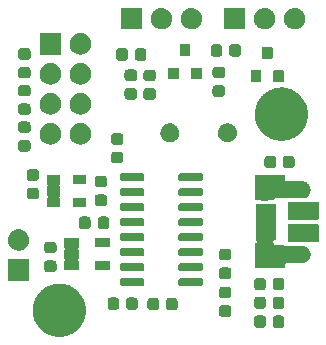
<source format=gbr>
G04 #@! TF.GenerationSoftware,KiCad,Pcbnew,(5.99.0-286-g11f0acefe)*
G04 #@! TF.CreationDate,2019-12-02T23:07:15-05:00*
G04 #@! TF.ProjectId,Controller,436f6e74-726f-46c6-9c65-722e6b696361,rev?*
G04 #@! TF.SameCoordinates,Original*
G04 #@! TF.FileFunction,Soldermask,Top*
G04 #@! TF.FilePolarity,Negative*
%FSLAX46Y46*%
G04 Gerber Fmt 4.6, Leading zero omitted, Abs format (unit mm)*
G04 Created by KiCad (PCBNEW (5.99.0-286-g11f0acefe)) date 2019-12-02 23:07:15*
%MOMM*%
%LPD*%
G04 APERTURE LIST*
G04 APERTURE END LIST*
G36*
X131877542Y-64149111D02*
G01*
X131899506Y-64149130D01*
X132019500Y-64165034D01*
X132149510Y-64179617D01*
X132172187Y-64185271D01*
X132192022Y-64187900D01*
X132310493Y-64219755D01*
X132439660Y-64251960D01*
X132459540Y-64259831D01*
X132476975Y-64264519D01*
X132591663Y-64312142D01*
X132717694Y-64362041D01*
X132734639Y-64371511D01*
X132749490Y-64377678D01*
X132858170Y-64440551D01*
X132978726Y-64507927D01*
X132992679Y-64518365D01*
X133004910Y-64525441D01*
X133105502Y-64602768D01*
X133218171Y-64687055D01*
X133229205Y-64697860D01*
X133238852Y-64705276D01*
X133329208Y-64795790D01*
X133431822Y-64896277D01*
X133440114Y-64906891D01*
X133447318Y-64914107D01*
X133525475Y-65016148D01*
X133615925Y-65131919D01*
X133621740Y-65141830D01*
X133626746Y-65148366D01*
X133690964Y-65259819D01*
X133767246Y-65389838D01*
X133770933Y-65398609D01*
X133774060Y-65404036D01*
X133822838Y-65522087D01*
X133883126Y-65665506D01*
X133885099Y-65672767D01*
X133886747Y-65676756D01*
X133918943Y-65797335D01*
X133961529Y-65954078D01*
X133962262Y-65959571D01*
X133962867Y-65961837D01*
X133977739Y-66075565D01*
X134001078Y-66250484D01*
X134001005Y-66253484D01*
X134001128Y-66254427D01*
X134000870Y-66549506D01*
X133992165Y-66615183D01*
X133991087Y-66659303D01*
X133973921Y-66752833D01*
X133962100Y-66842022D01*
X133947772Y-66895311D01*
X133937106Y-66953423D01*
X133908348Y-67041929D01*
X133885481Y-67126975D01*
X133863569Y-67179744D01*
X133844699Y-67237820D01*
X133805358Y-67319931D01*
X133772322Y-67399490D01*
X133742740Y-67450624D01*
X133715491Y-67507498D01*
X133666737Y-67582003D01*
X133624559Y-67654910D01*
X133587369Y-67703289D01*
X133551752Y-67757718D01*
X133494885Y-67823599D01*
X133444724Y-67888852D01*
X133400165Y-67933333D01*
X133356358Y-67984084D01*
X133292772Y-68040538D01*
X133235893Y-68097318D01*
X133184378Y-68136775D01*
X133132742Y-68182620D01*
X133063896Y-68229057D01*
X133001634Y-68276746D01*
X132943733Y-68310108D01*
X132884832Y-68349837D01*
X132812249Y-68385868D01*
X132745964Y-68424060D01*
X132682405Y-68450323D01*
X132616985Y-68482797D01*
X132542182Y-68508262D01*
X132473244Y-68536747D01*
X132404914Y-68554992D01*
X132333906Y-68579165D01*
X132258359Y-68594124D01*
X132188163Y-68612867D01*
X132116125Y-68622287D01*
X132040568Y-68637248D01*
X131965693Y-68641959D01*
X131895573Y-68651128D01*
X131820983Y-68651063D01*
X131742125Y-68656024D01*
X131669278Y-68650930D01*
X131600494Y-68650870D01*
X131524639Y-68640816D01*
X131443821Y-68635165D01*
X131374244Y-68620883D01*
X131307978Y-68612100D01*
X131232214Y-68591728D01*
X131150895Y-68575036D01*
X131085708Y-68552335D01*
X131023025Y-68535481D01*
X130948786Y-68504654D01*
X130868496Y-68476694D01*
X130808653Y-68446465D01*
X130750510Y-68422322D01*
X130679276Y-68381112D01*
X130601583Y-68341867D01*
X130547907Y-68305114D01*
X130495090Y-68274559D01*
X130428312Y-68223225D01*
X130354847Y-68172923D01*
X130307985Y-68130729D01*
X130261148Y-68094724D01*
X130200290Y-68033760D01*
X130132622Y-67972831D01*
X130093037Y-67926318D01*
X130052682Y-67885893D01*
X129999146Y-67815997D01*
X129938813Y-67745106D01*
X129906799Y-67695431D01*
X129873254Y-67651634D01*
X129828346Y-67573695D01*
X129776825Y-67493749D01*
X129752511Y-67442079D01*
X129725940Y-67395964D01*
X129690857Y-67311058D01*
X129649503Y-67223176D01*
X129632840Y-67170646D01*
X129613253Y-67123244D01*
X129589059Y-67032632D01*
X129559084Y-66938141D01*
X129549859Y-66885826D01*
X129537133Y-66838163D01*
X129524727Y-66743288D01*
X129507158Y-66643651D01*
X129505017Y-66592562D01*
X129498872Y-66545573D01*
X129498957Y-66448001D01*
X129494635Y-66344880D01*
X129499090Y-66295926D01*
X129499130Y-66250494D01*
X129512199Y-66151888D01*
X129521738Y-66047078D01*
X129532186Y-66001092D01*
X129537900Y-65957978D01*
X129564220Y-65860090D01*
X129587988Y-65755476D01*
X129603733Y-65713138D01*
X129614519Y-65673025D01*
X129654105Y-65577693D01*
X129692222Y-65475198D01*
X129712503Y-65437055D01*
X129727678Y-65400510D01*
X129780297Y-65309554D01*
X129832610Y-65211168D01*
X129856597Y-65177663D01*
X129875441Y-65145090D01*
X129940627Y-65060292D01*
X130006684Y-64968024D01*
X130033534Y-64939432D01*
X130055276Y-64911148D01*
X130132264Y-64834294D01*
X130211386Y-64750038D01*
X130240251Y-64726497D01*
X130264107Y-64702682D01*
X130351900Y-64635438D01*
X130443120Y-64561041D01*
X130473160Y-64542560D01*
X130498366Y-64523254D01*
X130595744Y-64467146D01*
X130697814Y-64404352D01*
X130728224Y-64390812D01*
X130754036Y-64375940D01*
X130859559Y-64332338D01*
X130970994Y-64282724D01*
X131001021Y-64273887D01*
X131026756Y-64263253D01*
X131138815Y-64233332D01*
X131257861Y-64198295D01*
X131286829Y-64193811D01*
X131311837Y-64187133D01*
X131428547Y-64171871D01*
X131553373Y-64152547D01*
X131580702Y-64151975D01*
X131604427Y-64148872D01*
X131723818Y-64148976D01*
X131852341Y-64146284D01*
X131877542Y-64149111D01*
G37*
G36*
X148957482Y-66854252D02*
G01*
X148958215Y-66854252D01*
X148961080Y-66854822D01*
X149044169Y-66867982D01*
X149055011Y-66873506D01*
X149063466Y-66875188D01*
X149080019Y-66886249D01*
X149120305Y-66906775D01*
X149139567Y-66926037D01*
X149152694Y-66934808D01*
X149161465Y-66947935D01*
X149180727Y-66967197D01*
X149201253Y-67007483D01*
X149212314Y-67024036D01*
X149213996Y-67032491D01*
X149219520Y-67043333D01*
X149232680Y-67126422D01*
X149233250Y-67129287D01*
X149233250Y-67130020D01*
X149234445Y-67137565D01*
X149234445Y-67624937D01*
X149233250Y-67632482D01*
X149233250Y-67633215D01*
X149232680Y-67636080D01*
X149219520Y-67719169D01*
X149213996Y-67730011D01*
X149212314Y-67738466D01*
X149201253Y-67755019D01*
X149180727Y-67795305D01*
X149161465Y-67814567D01*
X149152694Y-67827694D01*
X149139567Y-67836465D01*
X149120305Y-67855727D01*
X149080019Y-67876253D01*
X149063466Y-67887314D01*
X149055011Y-67888996D01*
X149044169Y-67894520D01*
X148961080Y-67907680D01*
X148958215Y-67908250D01*
X148957482Y-67908250D01*
X148949937Y-67909445D01*
X148537565Y-67909445D01*
X148530020Y-67908250D01*
X148529287Y-67908250D01*
X148526422Y-67907680D01*
X148443333Y-67894520D01*
X148432491Y-67888996D01*
X148424036Y-67887314D01*
X148407483Y-67876253D01*
X148367197Y-67855727D01*
X148347935Y-67836465D01*
X148334808Y-67827694D01*
X148326037Y-67814567D01*
X148306775Y-67795305D01*
X148286249Y-67755019D01*
X148275188Y-67738466D01*
X148273506Y-67730011D01*
X148267982Y-67719169D01*
X148254822Y-67636080D01*
X148254252Y-67633215D01*
X148254252Y-67632482D01*
X148253057Y-67624937D01*
X148253057Y-67137565D01*
X148254252Y-67130020D01*
X148254252Y-67129287D01*
X148254822Y-67126422D01*
X148267982Y-67043333D01*
X148273506Y-67032491D01*
X148275188Y-67024036D01*
X148286249Y-67007483D01*
X148306775Y-66967197D01*
X148326037Y-66947935D01*
X148334808Y-66934808D01*
X148347935Y-66926037D01*
X148367197Y-66906775D01*
X148407483Y-66886249D01*
X148424036Y-66875188D01*
X148432491Y-66873506D01*
X148443333Y-66867982D01*
X148526422Y-66854822D01*
X148529287Y-66854252D01*
X148530020Y-66854252D01*
X148537565Y-66853057D01*
X148949937Y-66853057D01*
X148957482Y-66854252D01*
G37*
G36*
X150532482Y-66854252D02*
G01*
X150533215Y-66854252D01*
X150536080Y-66854822D01*
X150619169Y-66867982D01*
X150630011Y-66873506D01*
X150638466Y-66875188D01*
X150655019Y-66886249D01*
X150695305Y-66906775D01*
X150714567Y-66926037D01*
X150727694Y-66934808D01*
X150736465Y-66947935D01*
X150755727Y-66967197D01*
X150776253Y-67007483D01*
X150787314Y-67024036D01*
X150788996Y-67032491D01*
X150794520Y-67043333D01*
X150807680Y-67126422D01*
X150808250Y-67129287D01*
X150808250Y-67130020D01*
X150809445Y-67137565D01*
X150809445Y-67624937D01*
X150808250Y-67632482D01*
X150808250Y-67633215D01*
X150807680Y-67636080D01*
X150794520Y-67719169D01*
X150788996Y-67730011D01*
X150787314Y-67738466D01*
X150776253Y-67755019D01*
X150755727Y-67795305D01*
X150736465Y-67814567D01*
X150727694Y-67827694D01*
X150714567Y-67836465D01*
X150695305Y-67855727D01*
X150655019Y-67876253D01*
X150638466Y-67887314D01*
X150630011Y-67888996D01*
X150619169Y-67894520D01*
X150536080Y-67907680D01*
X150533215Y-67908250D01*
X150532482Y-67908250D01*
X150524937Y-67909445D01*
X150112565Y-67909445D01*
X150105020Y-67908250D01*
X150104287Y-67908250D01*
X150101422Y-67907680D01*
X150018333Y-67894520D01*
X150007491Y-67888996D01*
X149999036Y-67887314D01*
X149982483Y-67876253D01*
X149942197Y-67855727D01*
X149922935Y-67836465D01*
X149909808Y-67827694D01*
X149901037Y-67814567D01*
X149881775Y-67795305D01*
X149861249Y-67755019D01*
X149850188Y-67738466D01*
X149848506Y-67730011D01*
X149842982Y-67719169D01*
X149829822Y-67636080D01*
X149829252Y-67633215D01*
X149829252Y-67632482D01*
X149828057Y-67624937D01*
X149828057Y-67137565D01*
X149829252Y-67130020D01*
X149829252Y-67129287D01*
X149829822Y-67126422D01*
X149842982Y-67043333D01*
X149848506Y-67032491D01*
X149850188Y-67024036D01*
X149861249Y-67007483D01*
X149881775Y-66967197D01*
X149901037Y-66947935D01*
X149909808Y-66934808D01*
X149922935Y-66926037D01*
X149942197Y-66906775D01*
X149982483Y-66886249D01*
X149999036Y-66875188D01*
X150007491Y-66873506D01*
X150018333Y-66867982D01*
X150101422Y-66854822D01*
X150104287Y-66854252D01*
X150105020Y-66854252D01*
X150112565Y-66853057D01*
X150524937Y-66853057D01*
X150532482Y-66854252D01*
G37*
G36*
X146044979Y-65991750D02*
G01*
X146045712Y-65991750D01*
X146048577Y-65992320D01*
X146131666Y-66005480D01*
X146142508Y-66011004D01*
X146150963Y-66012686D01*
X146167516Y-66023747D01*
X146207802Y-66044273D01*
X146227064Y-66063535D01*
X146240191Y-66072306D01*
X146248962Y-66085433D01*
X146268224Y-66104695D01*
X146288750Y-66144981D01*
X146299811Y-66161534D01*
X146301493Y-66169989D01*
X146307017Y-66180831D01*
X146320177Y-66263920D01*
X146320747Y-66266785D01*
X146320747Y-66267518D01*
X146321942Y-66275063D01*
X146321942Y-66687435D01*
X146320747Y-66694980D01*
X146320747Y-66695713D01*
X146320177Y-66698578D01*
X146307017Y-66781667D01*
X146301493Y-66792509D01*
X146299811Y-66800964D01*
X146288750Y-66817517D01*
X146268224Y-66857803D01*
X146248962Y-66877065D01*
X146240191Y-66890192D01*
X146227064Y-66898963D01*
X146207802Y-66918225D01*
X146167516Y-66938751D01*
X146150963Y-66949812D01*
X146142508Y-66951494D01*
X146131666Y-66957018D01*
X146048577Y-66970178D01*
X146045712Y-66970748D01*
X146044979Y-66970748D01*
X146037434Y-66971943D01*
X145550062Y-66971943D01*
X145542517Y-66970748D01*
X145541784Y-66970748D01*
X145538919Y-66970178D01*
X145455830Y-66957018D01*
X145444988Y-66951494D01*
X145436533Y-66949812D01*
X145419980Y-66938751D01*
X145379694Y-66918225D01*
X145360432Y-66898963D01*
X145347305Y-66890192D01*
X145338534Y-66877065D01*
X145319272Y-66857803D01*
X145298746Y-66817517D01*
X145287685Y-66800964D01*
X145286003Y-66792509D01*
X145280479Y-66781667D01*
X145267319Y-66698578D01*
X145266749Y-66695713D01*
X145266749Y-66694980D01*
X145265554Y-66687435D01*
X145265554Y-66275063D01*
X145266749Y-66267518D01*
X145266749Y-66266785D01*
X145267319Y-66263920D01*
X145280479Y-66180831D01*
X145286003Y-66169989D01*
X145287685Y-66161534D01*
X145298746Y-66144981D01*
X145319272Y-66104695D01*
X145338534Y-66085433D01*
X145347305Y-66072306D01*
X145360432Y-66063535D01*
X145379694Y-66044273D01*
X145419980Y-66023747D01*
X145436533Y-66012686D01*
X145444988Y-66011004D01*
X145455830Y-66005480D01*
X145538919Y-65992320D01*
X145541784Y-65991750D01*
X145542517Y-65991750D01*
X145550062Y-65990555D01*
X146037434Y-65990555D01*
X146044979Y-65991750D01*
G37*
G36*
X141494983Y-65354250D02*
G01*
X141495716Y-65354250D01*
X141498581Y-65354820D01*
X141581670Y-65367980D01*
X141592512Y-65373504D01*
X141600967Y-65375186D01*
X141617520Y-65386247D01*
X141657806Y-65406773D01*
X141677068Y-65426035D01*
X141690195Y-65434806D01*
X141698966Y-65447933D01*
X141718228Y-65467195D01*
X141738754Y-65507481D01*
X141749815Y-65524034D01*
X141751497Y-65532489D01*
X141757021Y-65543331D01*
X141770181Y-65626420D01*
X141770751Y-65629285D01*
X141770751Y-65630018D01*
X141771946Y-65637563D01*
X141771946Y-66124935D01*
X141770751Y-66132480D01*
X141770751Y-66133213D01*
X141770181Y-66136078D01*
X141757021Y-66219167D01*
X141751497Y-66230009D01*
X141749815Y-66238464D01*
X141738754Y-66255017D01*
X141718228Y-66295303D01*
X141698966Y-66314565D01*
X141690195Y-66327692D01*
X141677068Y-66336463D01*
X141657806Y-66355725D01*
X141617520Y-66376251D01*
X141600967Y-66387312D01*
X141592512Y-66388994D01*
X141581670Y-66394518D01*
X141498581Y-66407678D01*
X141495716Y-66408248D01*
X141494983Y-66408248D01*
X141487438Y-66409443D01*
X141075066Y-66409443D01*
X141067521Y-66408248D01*
X141066788Y-66408248D01*
X141063923Y-66407678D01*
X140980834Y-66394518D01*
X140969992Y-66388994D01*
X140961537Y-66387312D01*
X140944984Y-66376251D01*
X140904698Y-66355725D01*
X140885436Y-66336463D01*
X140872309Y-66327692D01*
X140863538Y-66314565D01*
X140844276Y-66295303D01*
X140823750Y-66255017D01*
X140812689Y-66238464D01*
X140811007Y-66230009D01*
X140805483Y-66219167D01*
X140792323Y-66136078D01*
X140791753Y-66133213D01*
X140791753Y-66132480D01*
X140790558Y-66124935D01*
X140790558Y-65637563D01*
X140791753Y-65630018D01*
X140791753Y-65629285D01*
X140792323Y-65626420D01*
X140805483Y-65543331D01*
X140811007Y-65532489D01*
X140812689Y-65524034D01*
X140823750Y-65507481D01*
X140844276Y-65467195D01*
X140863538Y-65447933D01*
X140872309Y-65434806D01*
X140885436Y-65426035D01*
X140904698Y-65406773D01*
X140944984Y-65386247D01*
X140961537Y-65375186D01*
X140969992Y-65373504D01*
X140980834Y-65367980D01*
X141063923Y-65354820D01*
X141066788Y-65354250D01*
X141067521Y-65354250D01*
X141075066Y-65353055D01*
X141487438Y-65353055D01*
X141494983Y-65354250D01*
G37*
G36*
X139919983Y-65354250D02*
G01*
X139920716Y-65354250D01*
X139923581Y-65354820D01*
X140006670Y-65367980D01*
X140017512Y-65373504D01*
X140025967Y-65375186D01*
X140042520Y-65386247D01*
X140082806Y-65406773D01*
X140102068Y-65426035D01*
X140115195Y-65434806D01*
X140123966Y-65447933D01*
X140143228Y-65467195D01*
X140163754Y-65507481D01*
X140174815Y-65524034D01*
X140176497Y-65532489D01*
X140182021Y-65543331D01*
X140195181Y-65626420D01*
X140195751Y-65629285D01*
X140195751Y-65630018D01*
X140196946Y-65637563D01*
X140196946Y-66124935D01*
X140195751Y-66132480D01*
X140195751Y-66133213D01*
X140195181Y-66136078D01*
X140182021Y-66219167D01*
X140176497Y-66230009D01*
X140174815Y-66238464D01*
X140163754Y-66255017D01*
X140143228Y-66295303D01*
X140123966Y-66314565D01*
X140115195Y-66327692D01*
X140102068Y-66336463D01*
X140082806Y-66355725D01*
X140042520Y-66376251D01*
X140025967Y-66387312D01*
X140017512Y-66388994D01*
X140006670Y-66394518D01*
X139923581Y-66407678D01*
X139920716Y-66408248D01*
X139919983Y-66408248D01*
X139912438Y-66409443D01*
X139500066Y-66409443D01*
X139492521Y-66408248D01*
X139491788Y-66408248D01*
X139488923Y-66407678D01*
X139405834Y-66394518D01*
X139394992Y-66388994D01*
X139386537Y-66387312D01*
X139369984Y-66376251D01*
X139329698Y-66355725D01*
X139310436Y-66336463D01*
X139297309Y-66327692D01*
X139288538Y-66314565D01*
X139269276Y-66295303D01*
X139248750Y-66255017D01*
X139237689Y-66238464D01*
X139236007Y-66230009D01*
X139230483Y-66219167D01*
X139217323Y-66136078D01*
X139216753Y-66133213D01*
X139216753Y-66132480D01*
X139215558Y-66124935D01*
X139215558Y-65637563D01*
X139216753Y-65630018D01*
X139216753Y-65629285D01*
X139217323Y-65626420D01*
X139230483Y-65543331D01*
X139236007Y-65532489D01*
X139237689Y-65524034D01*
X139248750Y-65507481D01*
X139269276Y-65467195D01*
X139288538Y-65447933D01*
X139297309Y-65434806D01*
X139310436Y-65426035D01*
X139329698Y-65406773D01*
X139369984Y-65386247D01*
X139386537Y-65375186D01*
X139394992Y-65373504D01*
X139405834Y-65367980D01*
X139488923Y-65354820D01*
X139491788Y-65354250D01*
X139492521Y-65354250D01*
X139500066Y-65353055D01*
X139912438Y-65353055D01*
X139919983Y-65354250D01*
G37*
G36*
X136538730Y-65323001D02*
G01*
X136539463Y-65323001D01*
X136542328Y-65323571D01*
X136625417Y-65336731D01*
X136636259Y-65342255D01*
X136644714Y-65343937D01*
X136661267Y-65354998D01*
X136701553Y-65375524D01*
X136720815Y-65394786D01*
X136733942Y-65403557D01*
X136742713Y-65416684D01*
X136761975Y-65435946D01*
X136782501Y-65476232D01*
X136793562Y-65492785D01*
X136795244Y-65501240D01*
X136800768Y-65512082D01*
X136813928Y-65595171D01*
X136814498Y-65598036D01*
X136814498Y-65598769D01*
X136815693Y-65606314D01*
X136815693Y-66093686D01*
X136814498Y-66101231D01*
X136814498Y-66101964D01*
X136813928Y-66104829D01*
X136800768Y-66187918D01*
X136795244Y-66198760D01*
X136793562Y-66207215D01*
X136782501Y-66223768D01*
X136761975Y-66264054D01*
X136742713Y-66283316D01*
X136733942Y-66296443D01*
X136720815Y-66305214D01*
X136701553Y-66324476D01*
X136661267Y-66345002D01*
X136644714Y-66356063D01*
X136636259Y-66357745D01*
X136625417Y-66363269D01*
X136542328Y-66376429D01*
X136539463Y-66376999D01*
X136538730Y-66376999D01*
X136531185Y-66378194D01*
X136118813Y-66378194D01*
X136111268Y-66376999D01*
X136110535Y-66376999D01*
X136107670Y-66376429D01*
X136024581Y-66363269D01*
X136013739Y-66357745D01*
X136005284Y-66356063D01*
X135988731Y-66345002D01*
X135948445Y-66324476D01*
X135929183Y-66305214D01*
X135916056Y-66296443D01*
X135907285Y-66283316D01*
X135888023Y-66264054D01*
X135867497Y-66223768D01*
X135856436Y-66207215D01*
X135854754Y-66198760D01*
X135849230Y-66187918D01*
X135836070Y-66104829D01*
X135835500Y-66101964D01*
X135835500Y-66101231D01*
X135834305Y-66093686D01*
X135834305Y-65606314D01*
X135835500Y-65598769D01*
X135835500Y-65598036D01*
X135836070Y-65595171D01*
X135849230Y-65512082D01*
X135854754Y-65501240D01*
X135856436Y-65492785D01*
X135867497Y-65476232D01*
X135888023Y-65435946D01*
X135907285Y-65416684D01*
X135916056Y-65403557D01*
X135929183Y-65394786D01*
X135948445Y-65375524D01*
X135988731Y-65354998D01*
X136005284Y-65343937D01*
X136013739Y-65342255D01*
X136024581Y-65336731D01*
X136107670Y-65323571D01*
X136110535Y-65323001D01*
X136111268Y-65323001D01*
X136118813Y-65321806D01*
X136531185Y-65321806D01*
X136538730Y-65323001D01*
G37*
G36*
X138113730Y-65323001D02*
G01*
X138114463Y-65323001D01*
X138117328Y-65323571D01*
X138200417Y-65336731D01*
X138211259Y-65342255D01*
X138219714Y-65343937D01*
X138236267Y-65354998D01*
X138276553Y-65375524D01*
X138295815Y-65394786D01*
X138308942Y-65403557D01*
X138317713Y-65416684D01*
X138336975Y-65435946D01*
X138357501Y-65476232D01*
X138368562Y-65492785D01*
X138370244Y-65501240D01*
X138375768Y-65512082D01*
X138388928Y-65595171D01*
X138389498Y-65598036D01*
X138389498Y-65598769D01*
X138390693Y-65606314D01*
X138390693Y-66093686D01*
X138389498Y-66101231D01*
X138389498Y-66101964D01*
X138388928Y-66104829D01*
X138375768Y-66187918D01*
X138370244Y-66198760D01*
X138368562Y-66207215D01*
X138357501Y-66223768D01*
X138336975Y-66264054D01*
X138317713Y-66283316D01*
X138308942Y-66296443D01*
X138295815Y-66305214D01*
X138276553Y-66324476D01*
X138236267Y-66345002D01*
X138219714Y-66356063D01*
X138211259Y-66357745D01*
X138200417Y-66363269D01*
X138117328Y-66376429D01*
X138114463Y-66376999D01*
X138113730Y-66376999D01*
X138106185Y-66378194D01*
X137693813Y-66378194D01*
X137686268Y-66376999D01*
X137685535Y-66376999D01*
X137682670Y-66376429D01*
X137599581Y-66363269D01*
X137588739Y-66357745D01*
X137580284Y-66356063D01*
X137563731Y-66345002D01*
X137523445Y-66324476D01*
X137504183Y-66305214D01*
X137491056Y-66296443D01*
X137482285Y-66283316D01*
X137463023Y-66264054D01*
X137442497Y-66223768D01*
X137431436Y-66207215D01*
X137429754Y-66198760D01*
X137424230Y-66187918D01*
X137411070Y-66104829D01*
X137410500Y-66101964D01*
X137410500Y-66101231D01*
X137409305Y-66093686D01*
X137409305Y-65606314D01*
X137410500Y-65598769D01*
X137410500Y-65598036D01*
X137411070Y-65595171D01*
X137424230Y-65512082D01*
X137429754Y-65501240D01*
X137431436Y-65492785D01*
X137442497Y-65476232D01*
X137463023Y-65435946D01*
X137482285Y-65416684D01*
X137491056Y-65403557D01*
X137504183Y-65394786D01*
X137523445Y-65375524D01*
X137563731Y-65354998D01*
X137580284Y-65343937D01*
X137588739Y-65342255D01*
X137599581Y-65336731D01*
X137682670Y-65323571D01*
X137685535Y-65323001D01*
X137686268Y-65323001D01*
X137693813Y-65321806D01*
X138106185Y-65321806D01*
X138113730Y-65323001D01*
G37*
G36*
X150532482Y-65254250D02*
G01*
X150533215Y-65254250D01*
X150536080Y-65254820D01*
X150619169Y-65267980D01*
X150630011Y-65273504D01*
X150638466Y-65275186D01*
X150655019Y-65286247D01*
X150695305Y-65306773D01*
X150714567Y-65326035D01*
X150727694Y-65334806D01*
X150736465Y-65347933D01*
X150755727Y-65367195D01*
X150776253Y-65407481D01*
X150787314Y-65424034D01*
X150788996Y-65432489D01*
X150794520Y-65443331D01*
X150807680Y-65526420D01*
X150808250Y-65529285D01*
X150808250Y-65530018D01*
X150809445Y-65537563D01*
X150809445Y-66024935D01*
X150808250Y-66032480D01*
X150808250Y-66033213D01*
X150807680Y-66036078D01*
X150794520Y-66119167D01*
X150788996Y-66130009D01*
X150787314Y-66138464D01*
X150776253Y-66155017D01*
X150755727Y-66195303D01*
X150736465Y-66214565D01*
X150727694Y-66227692D01*
X150714567Y-66236463D01*
X150695305Y-66255725D01*
X150655019Y-66276251D01*
X150638466Y-66287312D01*
X150630011Y-66288994D01*
X150619169Y-66294518D01*
X150536080Y-66307678D01*
X150533215Y-66308248D01*
X150532482Y-66308248D01*
X150524937Y-66309443D01*
X150112565Y-66309443D01*
X150105020Y-66308248D01*
X150104287Y-66308248D01*
X150101422Y-66307678D01*
X150018333Y-66294518D01*
X150007491Y-66288994D01*
X149999036Y-66287312D01*
X149982483Y-66276251D01*
X149942197Y-66255725D01*
X149922935Y-66236463D01*
X149909808Y-66227692D01*
X149901037Y-66214565D01*
X149881775Y-66195303D01*
X149861249Y-66155017D01*
X149850188Y-66138464D01*
X149848506Y-66130009D01*
X149842982Y-66119167D01*
X149829822Y-66036078D01*
X149829252Y-66033213D01*
X149829252Y-66032480D01*
X149828057Y-66024935D01*
X149828057Y-65537563D01*
X149829252Y-65530018D01*
X149829252Y-65529285D01*
X149829822Y-65526420D01*
X149842982Y-65443331D01*
X149848506Y-65432489D01*
X149850188Y-65424034D01*
X149861249Y-65407481D01*
X149881775Y-65367195D01*
X149901037Y-65347933D01*
X149909808Y-65334806D01*
X149922935Y-65326035D01*
X149942197Y-65306773D01*
X149982483Y-65286247D01*
X149999036Y-65275186D01*
X150007491Y-65273504D01*
X150018333Y-65267980D01*
X150101422Y-65254820D01*
X150104287Y-65254250D01*
X150105020Y-65254250D01*
X150112565Y-65253055D01*
X150524937Y-65253055D01*
X150532482Y-65254250D01*
G37*
G36*
X148957482Y-65254250D02*
G01*
X148958215Y-65254250D01*
X148961080Y-65254820D01*
X149044169Y-65267980D01*
X149055011Y-65273504D01*
X149063466Y-65275186D01*
X149080019Y-65286247D01*
X149120305Y-65306773D01*
X149139567Y-65326035D01*
X149152694Y-65334806D01*
X149161465Y-65347933D01*
X149180727Y-65367195D01*
X149201253Y-65407481D01*
X149212314Y-65424034D01*
X149213996Y-65432489D01*
X149219520Y-65443331D01*
X149232680Y-65526420D01*
X149233250Y-65529285D01*
X149233250Y-65530018D01*
X149234445Y-65537563D01*
X149234445Y-66024935D01*
X149233250Y-66032480D01*
X149233250Y-66033213D01*
X149232680Y-66036078D01*
X149219520Y-66119167D01*
X149213996Y-66130009D01*
X149212314Y-66138464D01*
X149201253Y-66155017D01*
X149180727Y-66195303D01*
X149161465Y-66214565D01*
X149152694Y-66227692D01*
X149139567Y-66236463D01*
X149120305Y-66255725D01*
X149080019Y-66276251D01*
X149063466Y-66287312D01*
X149055011Y-66288994D01*
X149044169Y-66294518D01*
X148961080Y-66307678D01*
X148958215Y-66308248D01*
X148957482Y-66308248D01*
X148949937Y-66309443D01*
X148537565Y-66309443D01*
X148530020Y-66308248D01*
X148529287Y-66308248D01*
X148526422Y-66307678D01*
X148443333Y-66294518D01*
X148432491Y-66288994D01*
X148424036Y-66287312D01*
X148407483Y-66276251D01*
X148367197Y-66255725D01*
X148347935Y-66236463D01*
X148334808Y-66227692D01*
X148326037Y-66214565D01*
X148306775Y-66195303D01*
X148286249Y-66155017D01*
X148275188Y-66138464D01*
X148273506Y-66130009D01*
X148267982Y-66119167D01*
X148254822Y-66036078D01*
X148254252Y-66033213D01*
X148254252Y-66032480D01*
X148253057Y-66024935D01*
X148253057Y-65537563D01*
X148254252Y-65530018D01*
X148254252Y-65529285D01*
X148254822Y-65526420D01*
X148267982Y-65443331D01*
X148273506Y-65432489D01*
X148275188Y-65424034D01*
X148286249Y-65407481D01*
X148306775Y-65367195D01*
X148326037Y-65347933D01*
X148334808Y-65334806D01*
X148347935Y-65326035D01*
X148367197Y-65306773D01*
X148407483Y-65286247D01*
X148424036Y-65275186D01*
X148432491Y-65273504D01*
X148443333Y-65267980D01*
X148526422Y-65254820D01*
X148529287Y-65254250D01*
X148530020Y-65254250D01*
X148537565Y-65253055D01*
X148949937Y-65253055D01*
X148957482Y-65254250D01*
G37*
G36*
X146044979Y-64416750D02*
G01*
X146045712Y-64416750D01*
X146048577Y-64417320D01*
X146131666Y-64430480D01*
X146142508Y-64436004D01*
X146150963Y-64437686D01*
X146167516Y-64448747D01*
X146207802Y-64469273D01*
X146227064Y-64488535D01*
X146240191Y-64497306D01*
X146248962Y-64510433D01*
X146268224Y-64529695D01*
X146288750Y-64569981D01*
X146299811Y-64586534D01*
X146301493Y-64594989D01*
X146307017Y-64605831D01*
X146320177Y-64688920D01*
X146320747Y-64691785D01*
X146320747Y-64692518D01*
X146321942Y-64700063D01*
X146321942Y-65112435D01*
X146320747Y-65119980D01*
X146320747Y-65120713D01*
X146320177Y-65123578D01*
X146307017Y-65206667D01*
X146301493Y-65217509D01*
X146299811Y-65225964D01*
X146288750Y-65242517D01*
X146268224Y-65282803D01*
X146248962Y-65302065D01*
X146240191Y-65315192D01*
X146227064Y-65323963D01*
X146207802Y-65343225D01*
X146167516Y-65363751D01*
X146150963Y-65374812D01*
X146142508Y-65376494D01*
X146131666Y-65382018D01*
X146048577Y-65395178D01*
X146045712Y-65395748D01*
X146044979Y-65395748D01*
X146037434Y-65396943D01*
X145550062Y-65396943D01*
X145542517Y-65395748D01*
X145541784Y-65395748D01*
X145538919Y-65395178D01*
X145455830Y-65382018D01*
X145444988Y-65376494D01*
X145436533Y-65374812D01*
X145419980Y-65363751D01*
X145379694Y-65343225D01*
X145360432Y-65323963D01*
X145347305Y-65315192D01*
X145338534Y-65302065D01*
X145319272Y-65282803D01*
X145298746Y-65242517D01*
X145287685Y-65225964D01*
X145286003Y-65217509D01*
X145280479Y-65206667D01*
X145267319Y-65123578D01*
X145266749Y-65120713D01*
X145266749Y-65119980D01*
X145265554Y-65112435D01*
X145265554Y-64700063D01*
X145266749Y-64692518D01*
X145266749Y-64691785D01*
X145267319Y-64688920D01*
X145280479Y-64605831D01*
X145286003Y-64594989D01*
X145287685Y-64586534D01*
X145298746Y-64569981D01*
X145319272Y-64529695D01*
X145338534Y-64510433D01*
X145347305Y-64497306D01*
X145360432Y-64488535D01*
X145379694Y-64469273D01*
X145419980Y-64448747D01*
X145436533Y-64437686D01*
X145444988Y-64436004D01*
X145455830Y-64430480D01*
X145538919Y-64417320D01*
X145541784Y-64416750D01*
X145542517Y-64416750D01*
X145550062Y-64415555D01*
X146037434Y-64415555D01*
X146044979Y-64416750D01*
G37*
G36*
X148957481Y-63654251D02*
G01*
X148958214Y-63654251D01*
X148961079Y-63654821D01*
X149044168Y-63667981D01*
X149055010Y-63673505D01*
X149063465Y-63675187D01*
X149080018Y-63686248D01*
X149120304Y-63706774D01*
X149139566Y-63726036D01*
X149152693Y-63734807D01*
X149161464Y-63747934D01*
X149180726Y-63767196D01*
X149201252Y-63807482D01*
X149212313Y-63824035D01*
X149213995Y-63832490D01*
X149219519Y-63843332D01*
X149232679Y-63926421D01*
X149233249Y-63929286D01*
X149233249Y-63930019D01*
X149234444Y-63937564D01*
X149234444Y-64424936D01*
X149233249Y-64432481D01*
X149233249Y-64433214D01*
X149232679Y-64436079D01*
X149219519Y-64519168D01*
X149213995Y-64530010D01*
X149212313Y-64538465D01*
X149201252Y-64555018D01*
X149180726Y-64595304D01*
X149161464Y-64614566D01*
X149152693Y-64627693D01*
X149139566Y-64636464D01*
X149120304Y-64655726D01*
X149080018Y-64676252D01*
X149063465Y-64687313D01*
X149055010Y-64688995D01*
X149044168Y-64694519D01*
X148961079Y-64707679D01*
X148958214Y-64708249D01*
X148957481Y-64708249D01*
X148949936Y-64709444D01*
X148537564Y-64709444D01*
X148530019Y-64708249D01*
X148529286Y-64708249D01*
X148526421Y-64707679D01*
X148443332Y-64694519D01*
X148432490Y-64688995D01*
X148424035Y-64687313D01*
X148407482Y-64676252D01*
X148367196Y-64655726D01*
X148347934Y-64636464D01*
X148334807Y-64627693D01*
X148326036Y-64614566D01*
X148306774Y-64595304D01*
X148286248Y-64555018D01*
X148275187Y-64538465D01*
X148273505Y-64530010D01*
X148267981Y-64519168D01*
X148254821Y-64436079D01*
X148254251Y-64433214D01*
X148254251Y-64432481D01*
X148253056Y-64424936D01*
X148253056Y-63937564D01*
X148254251Y-63930019D01*
X148254251Y-63929286D01*
X148254821Y-63926421D01*
X148267981Y-63843332D01*
X148273505Y-63832490D01*
X148275187Y-63824035D01*
X148286248Y-63807482D01*
X148306774Y-63767196D01*
X148326036Y-63747934D01*
X148334807Y-63734807D01*
X148347934Y-63726036D01*
X148367196Y-63706774D01*
X148407482Y-63686248D01*
X148424035Y-63675187D01*
X148432490Y-63673505D01*
X148443332Y-63667981D01*
X148526421Y-63654821D01*
X148529286Y-63654251D01*
X148530019Y-63654251D01*
X148537564Y-63653056D01*
X148949936Y-63653056D01*
X148957481Y-63654251D01*
G37*
G36*
X150532481Y-63654251D02*
G01*
X150533214Y-63654251D01*
X150536079Y-63654821D01*
X150619168Y-63667981D01*
X150630010Y-63673505D01*
X150638465Y-63675187D01*
X150655018Y-63686248D01*
X150695304Y-63706774D01*
X150714566Y-63726036D01*
X150727693Y-63734807D01*
X150736464Y-63747934D01*
X150755726Y-63767196D01*
X150776252Y-63807482D01*
X150787313Y-63824035D01*
X150788995Y-63832490D01*
X150794519Y-63843332D01*
X150807679Y-63926421D01*
X150808249Y-63929286D01*
X150808249Y-63930019D01*
X150809444Y-63937564D01*
X150809444Y-64424936D01*
X150808249Y-64432481D01*
X150808249Y-64433214D01*
X150807679Y-64436079D01*
X150794519Y-64519168D01*
X150788995Y-64530010D01*
X150787313Y-64538465D01*
X150776252Y-64555018D01*
X150755726Y-64595304D01*
X150736464Y-64614566D01*
X150727693Y-64627693D01*
X150714566Y-64636464D01*
X150695304Y-64655726D01*
X150655018Y-64676252D01*
X150638465Y-64687313D01*
X150630010Y-64688995D01*
X150619168Y-64694519D01*
X150536079Y-64707679D01*
X150533214Y-64708249D01*
X150532481Y-64708249D01*
X150524936Y-64709444D01*
X150112564Y-64709444D01*
X150105019Y-64708249D01*
X150104286Y-64708249D01*
X150101421Y-64707679D01*
X150018332Y-64694519D01*
X150007490Y-64688995D01*
X149999035Y-64687313D01*
X149982482Y-64676252D01*
X149942196Y-64655726D01*
X149922934Y-64636464D01*
X149909807Y-64627693D01*
X149901036Y-64614566D01*
X149881774Y-64595304D01*
X149861248Y-64555018D01*
X149850187Y-64538465D01*
X149848505Y-64530010D01*
X149842981Y-64519168D01*
X149829821Y-64436079D01*
X149829251Y-64433214D01*
X149829251Y-64432481D01*
X149828056Y-64424936D01*
X149828056Y-63937564D01*
X149829251Y-63930019D01*
X149829251Y-63929286D01*
X149829821Y-63926421D01*
X149842981Y-63843332D01*
X149848505Y-63832490D01*
X149850187Y-63824035D01*
X149861248Y-63807482D01*
X149881774Y-63767196D01*
X149901036Y-63747934D01*
X149909807Y-63734807D01*
X149922934Y-63726036D01*
X149942196Y-63706774D01*
X149982482Y-63686248D01*
X149999035Y-63675187D01*
X150007490Y-63673505D01*
X150018332Y-63667981D01*
X150101421Y-63654821D01*
X150104286Y-63654251D01*
X150105019Y-63654251D01*
X150112564Y-63653056D01*
X150524936Y-63653056D01*
X150532481Y-63654251D01*
G37*
G36*
X143690233Y-63674251D02*
G01*
X143690811Y-63674251D01*
X143695325Y-63675149D01*
X143761242Y-63686772D01*
X143765176Y-63689043D01*
X143769237Y-63689851D01*
X143786155Y-63701155D01*
X143822629Y-63722213D01*
X143828957Y-63729754D01*
X143835724Y-63734276D01*
X143847348Y-63751672D01*
X143864547Y-63772170D01*
X143866892Y-63780923D01*
X143880149Y-63800763D01*
X143895749Y-63879189D01*
X143895749Y-63888617D01*
X143897465Y-63895021D01*
X143897465Y-64163001D01*
X143895749Y-64172733D01*
X143895749Y-64173311D01*
X143894851Y-64177825D01*
X143883228Y-64243742D01*
X143880957Y-64247676D01*
X143880149Y-64251737D01*
X143868845Y-64268655D01*
X143847787Y-64305129D01*
X143840246Y-64311457D01*
X143835724Y-64318224D01*
X143818328Y-64329848D01*
X143797830Y-64347047D01*
X143789077Y-64349392D01*
X143769237Y-64362649D01*
X143690811Y-64378249D01*
X143681383Y-64378249D01*
X143674979Y-64379965D01*
X142056999Y-64379965D01*
X142047267Y-64378249D01*
X142046689Y-64378249D01*
X142042175Y-64377351D01*
X141976258Y-64365728D01*
X141972324Y-64363457D01*
X141968263Y-64362649D01*
X141951345Y-64351345D01*
X141914871Y-64330287D01*
X141908543Y-64322746D01*
X141901776Y-64318224D01*
X141890152Y-64300828D01*
X141872953Y-64280330D01*
X141870608Y-64271577D01*
X141857351Y-64251737D01*
X141841751Y-64173311D01*
X141841751Y-64163883D01*
X141840035Y-64157479D01*
X141840035Y-63889499D01*
X141841751Y-63879767D01*
X141841751Y-63879189D01*
X141842649Y-63874675D01*
X141854272Y-63808758D01*
X141856543Y-63804824D01*
X141857351Y-63800763D01*
X141868655Y-63783845D01*
X141889713Y-63747371D01*
X141897254Y-63741043D01*
X141901776Y-63734276D01*
X141919172Y-63722652D01*
X141939670Y-63705453D01*
X141948423Y-63703108D01*
X141968263Y-63689851D01*
X142046689Y-63674251D01*
X142056117Y-63674251D01*
X142062521Y-63672535D01*
X143680501Y-63672535D01*
X143690233Y-63674251D01*
G37*
G36*
X138740233Y-63674251D02*
G01*
X138740811Y-63674251D01*
X138745325Y-63675149D01*
X138811242Y-63686772D01*
X138815176Y-63689043D01*
X138819237Y-63689851D01*
X138836155Y-63701155D01*
X138872629Y-63722213D01*
X138878957Y-63729754D01*
X138885724Y-63734276D01*
X138897348Y-63751672D01*
X138914547Y-63772170D01*
X138916892Y-63780923D01*
X138930149Y-63800763D01*
X138945749Y-63879189D01*
X138945749Y-63888617D01*
X138947465Y-63895021D01*
X138947465Y-64163001D01*
X138945749Y-64172733D01*
X138945749Y-64173311D01*
X138944851Y-64177825D01*
X138933228Y-64243742D01*
X138930957Y-64247676D01*
X138930149Y-64251737D01*
X138918845Y-64268655D01*
X138897787Y-64305129D01*
X138890246Y-64311457D01*
X138885724Y-64318224D01*
X138868328Y-64329848D01*
X138847830Y-64347047D01*
X138839077Y-64349392D01*
X138819237Y-64362649D01*
X138740811Y-64378249D01*
X138731383Y-64378249D01*
X138724979Y-64379965D01*
X137106999Y-64379965D01*
X137097267Y-64378249D01*
X137096689Y-64378249D01*
X137092175Y-64377351D01*
X137026258Y-64365728D01*
X137022324Y-64363457D01*
X137018263Y-64362649D01*
X137001345Y-64351345D01*
X136964871Y-64330287D01*
X136958543Y-64322746D01*
X136951776Y-64318224D01*
X136940152Y-64300828D01*
X136922953Y-64280330D01*
X136920608Y-64271577D01*
X136907351Y-64251737D01*
X136891751Y-64173311D01*
X136891751Y-64163883D01*
X136890035Y-64157479D01*
X136890035Y-63889499D01*
X136891751Y-63879767D01*
X136891751Y-63879189D01*
X136892649Y-63874675D01*
X136904272Y-63808758D01*
X136906543Y-63804824D01*
X136907351Y-63800763D01*
X136918655Y-63783845D01*
X136939713Y-63747371D01*
X136947254Y-63741043D01*
X136951776Y-63734276D01*
X136969172Y-63722652D01*
X136989670Y-63705453D01*
X136998423Y-63703108D01*
X137018263Y-63689851D01*
X137096689Y-63674251D01*
X137106117Y-63674251D01*
X137112521Y-63672535D01*
X138730501Y-63672535D01*
X138740233Y-63674251D01*
G37*
G36*
X129163649Y-62101959D02*
G01*
X129180519Y-62113231D01*
X129191791Y-62130101D01*
X129198198Y-62162312D01*
X129198198Y-63837688D01*
X129195749Y-63850000D01*
X129191791Y-63869899D01*
X129180519Y-63886769D01*
X129163649Y-63898041D01*
X129143750Y-63901999D01*
X129131438Y-63904448D01*
X127456062Y-63904448D01*
X127423851Y-63898041D01*
X127406981Y-63886769D01*
X127395709Y-63869899D01*
X127389302Y-63837688D01*
X127389302Y-62162312D01*
X127395709Y-62130101D01*
X127406981Y-62113231D01*
X127423851Y-62101959D01*
X127456062Y-62095552D01*
X129131438Y-62095552D01*
X129163649Y-62101959D01*
G37*
G36*
X146044981Y-62779251D02*
G01*
X146045714Y-62779251D01*
X146048579Y-62779821D01*
X146131668Y-62792981D01*
X146142510Y-62798505D01*
X146150965Y-62800187D01*
X146167518Y-62811248D01*
X146207804Y-62831774D01*
X146227066Y-62851036D01*
X146240193Y-62859807D01*
X146248964Y-62872934D01*
X146268226Y-62892196D01*
X146288752Y-62932482D01*
X146299813Y-62949035D01*
X146301495Y-62957490D01*
X146307019Y-62968332D01*
X146320179Y-63051421D01*
X146320749Y-63054286D01*
X146320749Y-63055019D01*
X146321944Y-63062564D01*
X146321944Y-63474936D01*
X146320749Y-63482481D01*
X146320749Y-63483214D01*
X146320179Y-63486079D01*
X146307019Y-63569168D01*
X146301495Y-63580010D01*
X146299813Y-63588465D01*
X146288752Y-63605018D01*
X146268226Y-63645304D01*
X146248964Y-63664566D01*
X146240193Y-63677693D01*
X146227066Y-63686464D01*
X146207804Y-63705726D01*
X146167518Y-63726252D01*
X146150965Y-63737313D01*
X146142510Y-63738995D01*
X146131668Y-63744519D01*
X146048579Y-63757679D01*
X146045714Y-63758249D01*
X146044981Y-63758249D01*
X146037436Y-63759444D01*
X145550064Y-63759444D01*
X145542519Y-63758249D01*
X145541786Y-63758249D01*
X145538921Y-63757679D01*
X145455832Y-63744519D01*
X145444990Y-63738995D01*
X145436535Y-63737313D01*
X145419982Y-63726252D01*
X145379696Y-63705726D01*
X145360434Y-63686464D01*
X145347307Y-63677693D01*
X145338536Y-63664566D01*
X145319274Y-63645304D01*
X145298748Y-63605018D01*
X145287687Y-63588465D01*
X145286005Y-63580010D01*
X145280481Y-63569168D01*
X145267321Y-63486079D01*
X145266751Y-63483214D01*
X145266751Y-63482481D01*
X145265556Y-63474936D01*
X145265556Y-63062564D01*
X145266751Y-63055019D01*
X145266751Y-63054286D01*
X145267321Y-63051421D01*
X145280481Y-62968332D01*
X145286005Y-62957490D01*
X145287687Y-62949035D01*
X145298748Y-62932482D01*
X145319274Y-62892196D01*
X145338536Y-62872934D01*
X145347307Y-62859807D01*
X145360434Y-62851036D01*
X145379696Y-62831774D01*
X145419982Y-62811248D01*
X145436535Y-62800187D01*
X145444990Y-62798505D01*
X145455832Y-62792981D01*
X145538921Y-62779821D01*
X145541786Y-62779251D01*
X145542519Y-62779251D01*
X145550064Y-62778056D01*
X146037436Y-62778056D01*
X146044981Y-62779251D01*
G37*
G36*
X131244981Y-62185504D02*
G01*
X131245714Y-62185504D01*
X131248579Y-62186074D01*
X131331668Y-62199234D01*
X131342510Y-62204758D01*
X131350965Y-62206440D01*
X131367518Y-62217501D01*
X131407804Y-62238027D01*
X131427066Y-62257289D01*
X131440193Y-62266060D01*
X131448964Y-62279187D01*
X131468226Y-62298449D01*
X131488752Y-62338735D01*
X131499813Y-62355288D01*
X131501495Y-62363743D01*
X131507019Y-62374585D01*
X131520179Y-62457674D01*
X131520749Y-62460539D01*
X131520749Y-62461272D01*
X131521944Y-62468817D01*
X131521944Y-62881189D01*
X131520749Y-62888734D01*
X131520749Y-62889467D01*
X131520179Y-62892332D01*
X131507019Y-62975421D01*
X131501495Y-62986263D01*
X131499813Y-62994718D01*
X131488752Y-63011271D01*
X131468226Y-63051557D01*
X131448964Y-63070819D01*
X131440193Y-63083946D01*
X131427066Y-63092717D01*
X131407804Y-63111979D01*
X131367518Y-63132505D01*
X131350965Y-63143566D01*
X131342510Y-63145248D01*
X131331668Y-63150772D01*
X131248579Y-63163932D01*
X131245714Y-63164502D01*
X131244981Y-63164502D01*
X131237436Y-63165697D01*
X130750064Y-63165697D01*
X130742519Y-63164502D01*
X130741786Y-63164502D01*
X130738921Y-63163932D01*
X130655832Y-63150772D01*
X130644990Y-63145248D01*
X130636535Y-63143566D01*
X130619982Y-63132505D01*
X130579696Y-63111979D01*
X130560434Y-63092717D01*
X130547307Y-63083946D01*
X130538536Y-63070819D01*
X130519274Y-63051557D01*
X130498748Y-63011271D01*
X130487687Y-62994718D01*
X130486005Y-62986263D01*
X130480481Y-62975421D01*
X130467321Y-62892332D01*
X130466751Y-62889467D01*
X130466751Y-62888734D01*
X130465556Y-62881189D01*
X130465556Y-62468817D01*
X130466751Y-62461272D01*
X130466751Y-62460539D01*
X130467321Y-62457674D01*
X130480481Y-62374585D01*
X130486005Y-62363743D01*
X130487687Y-62355288D01*
X130498748Y-62338735D01*
X130519274Y-62298449D01*
X130538536Y-62279187D01*
X130547307Y-62266060D01*
X130560434Y-62257289D01*
X130579696Y-62238027D01*
X130619982Y-62217501D01*
X130636535Y-62206440D01*
X130644990Y-62204758D01*
X130655832Y-62199234D01*
X130738921Y-62186074D01*
X130741786Y-62185504D01*
X130742519Y-62185504D01*
X130750064Y-62184309D01*
X131237436Y-62184309D01*
X131244981Y-62185504D01*
G37*
G36*
X143690233Y-62404251D02*
G01*
X143690811Y-62404251D01*
X143695325Y-62405149D01*
X143761242Y-62416772D01*
X143765176Y-62419043D01*
X143769237Y-62419851D01*
X143786155Y-62431155D01*
X143822629Y-62452213D01*
X143828957Y-62459754D01*
X143835724Y-62464276D01*
X143847348Y-62481672D01*
X143864547Y-62502170D01*
X143866892Y-62510923D01*
X143880149Y-62530763D01*
X143895749Y-62609189D01*
X143895749Y-62618617D01*
X143897465Y-62625021D01*
X143897465Y-62893001D01*
X143895749Y-62902733D01*
X143895749Y-62903311D01*
X143894851Y-62907825D01*
X143883228Y-62973742D01*
X143880957Y-62977676D01*
X143880149Y-62981737D01*
X143868845Y-62998655D01*
X143847787Y-63035129D01*
X143840246Y-63041457D01*
X143835724Y-63048224D01*
X143818328Y-63059848D01*
X143797830Y-63077047D01*
X143789077Y-63079392D01*
X143769237Y-63092649D01*
X143690811Y-63108249D01*
X143681383Y-63108249D01*
X143674979Y-63109965D01*
X142056999Y-63109965D01*
X142047267Y-63108249D01*
X142046689Y-63108249D01*
X142042175Y-63107351D01*
X141976258Y-63095728D01*
X141972324Y-63093457D01*
X141968263Y-63092649D01*
X141951345Y-63081345D01*
X141914871Y-63060287D01*
X141908543Y-63052746D01*
X141901776Y-63048224D01*
X141890152Y-63030828D01*
X141872953Y-63010330D01*
X141870608Y-63001577D01*
X141857351Y-62981737D01*
X141841751Y-62903311D01*
X141841751Y-62893883D01*
X141840035Y-62887479D01*
X141840035Y-62619499D01*
X141841751Y-62609767D01*
X141841751Y-62609189D01*
X141842649Y-62604675D01*
X141854272Y-62538758D01*
X141856543Y-62534824D01*
X141857351Y-62530763D01*
X141868655Y-62513845D01*
X141889713Y-62477371D01*
X141897254Y-62471043D01*
X141901776Y-62464276D01*
X141919172Y-62452652D01*
X141939670Y-62435453D01*
X141948423Y-62433108D01*
X141968263Y-62419851D01*
X142046689Y-62404251D01*
X142056117Y-62404251D01*
X142062521Y-62402535D01*
X143680501Y-62402535D01*
X143690233Y-62404251D01*
G37*
G36*
X138740233Y-62404251D02*
G01*
X138740811Y-62404251D01*
X138745325Y-62405149D01*
X138811242Y-62416772D01*
X138815176Y-62419043D01*
X138819237Y-62419851D01*
X138836155Y-62431155D01*
X138872629Y-62452213D01*
X138878957Y-62459754D01*
X138885724Y-62464276D01*
X138897348Y-62481672D01*
X138914547Y-62502170D01*
X138916892Y-62510923D01*
X138930149Y-62530763D01*
X138945749Y-62609189D01*
X138945749Y-62618617D01*
X138947465Y-62625021D01*
X138947465Y-62893001D01*
X138945749Y-62902733D01*
X138945749Y-62903311D01*
X138944851Y-62907825D01*
X138933228Y-62973742D01*
X138930957Y-62977676D01*
X138930149Y-62981737D01*
X138918845Y-62998655D01*
X138897787Y-63035129D01*
X138890246Y-63041457D01*
X138885724Y-63048224D01*
X138868328Y-63059848D01*
X138847830Y-63077047D01*
X138839077Y-63079392D01*
X138819237Y-63092649D01*
X138740811Y-63108249D01*
X138731383Y-63108249D01*
X138724979Y-63109965D01*
X137106999Y-63109965D01*
X137097267Y-63108249D01*
X137096689Y-63108249D01*
X137092175Y-63107351D01*
X137026258Y-63095728D01*
X137022324Y-63093457D01*
X137018263Y-63092649D01*
X137001345Y-63081345D01*
X136964871Y-63060287D01*
X136958543Y-63052746D01*
X136951776Y-63048224D01*
X136940152Y-63030828D01*
X136922953Y-63010330D01*
X136920608Y-63001577D01*
X136907351Y-62981737D01*
X136891751Y-62903311D01*
X136891751Y-62893883D01*
X136890035Y-62887479D01*
X136890035Y-62619499D01*
X136891751Y-62609767D01*
X136891751Y-62609189D01*
X136892649Y-62604675D01*
X136904272Y-62538758D01*
X136906543Y-62534824D01*
X136907351Y-62530763D01*
X136918655Y-62513845D01*
X136939713Y-62477371D01*
X136947254Y-62471043D01*
X136951776Y-62464276D01*
X136969172Y-62452652D01*
X136989670Y-62435453D01*
X136998423Y-62433108D01*
X137018263Y-62419851D01*
X137096689Y-62404251D01*
X137106117Y-62404251D01*
X137112521Y-62402535D01*
X138730501Y-62402535D01*
X138740233Y-62404251D01*
G37*
G36*
X136033650Y-62226958D02*
G01*
X136050520Y-62238230D01*
X136061792Y-62255100D01*
X136068199Y-62287311D01*
X136068199Y-62912687D01*
X136061792Y-62944898D01*
X136050520Y-62961768D01*
X136033650Y-62973040D01*
X136021680Y-62975421D01*
X136013751Y-62976998D01*
X136001439Y-62979447D01*
X134806063Y-62979447D01*
X134773852Y-62973040D01*
X134756982Y-62961768D01*
X134745710Y-62944898D01*
X134739303Y-62912687D01*
X134739303Y-62287311D01*
X134745710Y-62255100D01*
X134756982Y-62238230D01*
X134773852Y-62226958D01*
X134806063Y-62220551D01*
X136001439Y-62220551D01*
X136033650Y-62226958D01*
G37*
G36*
X133413650Y-60326958D02*
G01*
X133430520Y-60338230D01*
X133441792Y-60355100D01*
X133448199Y-60387311D01*
X133448199Y-61012687D01*
X133441792Y-61044898D01*
X133430520Y-61061768D01*
X133416604Y-61071066D01*
X133371437Y-61125110D01*
X133362659Y-61194993D01*
X133416604Y-61278932D01*
X133430520Y-61288230D01*
X133441792Y-61305100D01*
X133448199Y-61337311D01*
X133448199Y-61962687D01*
X133441792Y-61994898D01*
X133430520Y-62011768D01*
X133416604Y-62021066D01*
X133371437Y-62075110D01*
X133362659Y-62144993D01*
X133416604Y-62228932D01*
X133430520Y-62238230D01*
X133441792Y-62255100D01*
X133448199Y-62287311D01*
X133448199Y-62912687D01*
X133441792Y-62944898D01*
X133430520Y-62961768D01*
X133413650Y-62973040D01*
X133401680Y-62975421D01*
X133393751Y-62976998D01*
X133381439Y-62979447D01*
X132186063Y-62979447D01*
X132153852Y-62973040D01*
X132136982Y-62961768D01*
X132125710Y-62944898D01*
X132119303Y-62912687D01*
X132119303Y-62287311D01*
X132125710Y-62255100D01*
X132136982Y-62238230D01*
X132150898Y-62228932D01*
X132196065Y-62174888D01*
X132204843Y-62105005D01*
X132150898Y-62021066D01*
X132136982Y-62011768D01*
X132125710Y-61994898D01*
X132119303Y-61962687D01*
X132119303Y-61337311D01*
X132125710Y-61305100D01*
X132136982Y-61288230D01*
X132150898Y-61278932D01*
X132196065Y-61224888D01*
X132204843Y-61155005D01*
X132150898Y-61071066D01*
X132136982Y-61061768D01*
X132125710Y-61044898D01*
X132119303Y-61012687D01*
X132119303Y-60387311D01*
X132125710Y-60355100D01*
X132136982Y-60338230D01*
X132153852Y-60326958D01*
X132186063Y-60320551D01*
X133381439Y-60320551D01*
X133413650Y-60326958D01*
G37*
G36*
X150088649Y-57393210D02*
G01*
X150105519Y-57404482D01*
X150116791Y-57421352D01*
X150123198Y-57453563D01*
X150123198Y-57828939D01*
X150120749Y-57841251D01*
X150116791Y-57861150D01*
X150105519Y-57878020D01*
X150105518Y-57878021D01*
X150092966Y-57896806D01*
X150071921Y-57964021D01*
X150092966Y-58035696D01*
X150105518Y-58054481D01*
X150105519Y-58054482D01*
X150116791Y-58071352D01*
X150116791Y-58071353D01*
X150123198Y-58103563D01*
X150123198Y-58478939D01*
X150120749Y-58491251D01*
X150116791Y-58511150D01*
X150105519Y-58528020D01*
X150105518Y-58528021D01*
X150092966Y-58546806D01*
X150071921Y-58614021D01*
X150092966Y-58685696D01*
X150105518Y-58704481D01*
X150105519Y-58704482D01*
X150116791Y-58721352D01*
X150116791Y-58721353D01*
X150123198Y-58753563D01*
X150123198Y-59128939D01*
X150120749Y-59141251D01*
X150116791Y-59161150D01*
X150105519Y-59178020D01*
X150105518Y-59178021D01*
X150092966Y-59196806D01*
X150071921Y-59264021D01*
X150092966Y-59335696D01*
X150105518Y-59354481D01*
X150105519Y-59354482D01*
X150116791Y-59371352D01*
X150116791Y-59371353D01*
X150123198Y-59403563D01*
X150123198Y-59778939D01*
X150120749Y-59791251D01*
X150116791Y-59811150D01*
X150105519Y-59828020D01*
X150105518Y-59828021D01*
X150092966Y-59846806D01*
X150071921Y-59914021D01*
X150092966Y-59985696D01*
X150105518Y-60004481D01*
X150105519Y-60004482D01*
X150116791Y-60021352D01*
X150119497Y-60034955D01*
X150123198Y-60053563D01*
X150123198Y-60428939D01*
X150120749Y-60441251D01*
X150116791Y-60461150D01*
X150105519Y-60478020D01*
X150088649Y-60489292D01*
X150068750Y-60493250D01*
X150056438Y-60495699D01*
X149938462Y-60495699D01*
X149870882Y-60515542D01*
X149824759Y-60568772D01*
X149814735Y-60638487D01*
X149843994Y-60702555D01*
X149911775Y-60741958D01*
X149930519Y-60754482D01*
X149941791Y-60771352D01*
X149950600Y-60815638D01*
X149951728Y-60815414D01*
X149968041Y-60870972D01*
X150021271Y-60917095D01*
X150097582Y-60925989D01*
X150106059Y-60924303D01*
X150781438Y-60924303D01*
X150793750Y-60926752D01*
X150813649Y-60930710D01*
X150813650Y-60930711D01*
X150838034Y-60935561D01*
X150838578Y-60932827D01*
X150868168Y-60941803D01*
X152181439Y-60941803D01*
X152186698Y-60942849D01*
X152211084Y-60945251D01*
X152326217Y-60945251D01*
X152411822Y-60960654D01*
X152537309Y-60981428D01*
X152543609Y-60984366D01*
X152553536Y-60986152D01*
X152617682Y-61018907D01*
X152677055Y-61046593D01*
X152687418Y-61054516D01*
X152704309Y-61063141D01*
X152754762Y-61106004D01*
X152802365Y-61142399D01*
X152814489Y-61156746D01*
X152833327Y-61172750D01*
X152869153Y-61221431D01*
X152904182Y-61262883D01*
X152915612Y-61284563D01*
X152933669Y-61309099D01*
X152955086Y-61359433D01*
X152977749Y-61402417D01*
X152985776Y-61431558D01*
X152999953Y-61464876D01*
X153008243Y-61513124D01*
X153019638Y-61554491D01*
X153021519Y-61590385D01*
X153028622Y-61631723D01*
X153025946Y-61674861D01*
X153027893Y-61712016D01*
X153021093Y-61753096D01*
X153018140Y-61800690D01*
X153007276Y-61836561D01*
X153002131Y-61867639D01*
X152984552Y-61911590D01*
X152969068Y-61962713D01*
X152953125Y-61990160D01*
X152943550Y-62014100D01*
X152913753Y-62057945D01*
X152884038Y-62109103D01*
X152866161Y-62127974D01*
X152854888Y-62144562D01*
X152812254Y-62184879D01*
X152767612Y-62232004D01*
X152750687Y-62243101D01*
X152740279Y-62252943D01*
X152685171Y-62286055D01*
X152626036Y-62324826D01*
X152612419Y-62329769D01*
X152605069Y-62334185D01*
X152538958Y-62356434D01*
X152466903Y-62382588D01*
X152458239Y-62383598D01*
X152455568Y-62384497D01*
X152381689Y-62392523D01*
X152341138Y-62397251D01*
X152211084Y-62397251D01*
X152186698Y-62399653D01*
X152181439Y-62400699D01*
X150973197Y-62400699D01*
X150905617Y-62420542D01*
X150859494Y-62473772D01*
X150848198Y-62525698D01*
X150848198Y-62791439D01*
X150845749Y-62803751D01*
X150841791Y-62823650D01*
X150830519Y-62840520D01*
X150813649Y-62851792D01*
X150793750Y-62855750D01*
X150781438Y-62858199D01*
X150106062Y-62858199D01*
X150073850Y-62851792D01*
X150053841Y-62838422D01*
X149986626Y-62817376D01*
X149914951Y-62838422D01*
X149913650Y-62839292D01*
X149881438Y-62845699D01*
X148406062Y-62845699D01*
X148373851Y-62839292D01*
X148356981Y-62828020D01*
X148345709Y-62811150D01*
X148339302Y-62778939D01*
X148339302Y-61520758D01*
X148338219Y-61518143D01*
X148329511Y-61451999D01*
X148319540Y-61393971D01*
X148320287Y-61381933D01*
X148317564Y-61361251D01*
X148325140Y-61303701D01*
X148328218Y-61254097D01*
X148333935Y-61235220D01*
X148335923Y-61221798D01*
X148338219Y-61204359D01*
X148338666Y-61203279D01*
X148339302Y-61198987D01*
X148339302Y-60803563D01*
X148345709Y-60771352D01*
X148356981Y-60754482D01*
X148373851Y-60743210D01*
X148393750Y-60739252D01*
X148408280Y-60736362D01*
X148470690Y-60703716D01*
X148505543Y-60642511D01*
X148501773Y-60572180D01*
X148460577Y-60515051D01*
X148408283Y-60491168D01*
X148398851Y-60489292D01*
X148381981Y-60478020D01*
X148370709Y-60461150D01*
X148364302Y-60428939D01*
X148364302Y-60053563D01*
X148368003Y-60034955D01*
X148370709Y-60021352D01*
X148381981Y-60004482D01*
X148381982Y-60004481D01*
X148394534Y-59985696D01*
X148415579Y-59918481D01*
X148394534Y-59846806D01*
X148381982Y-59828021D01*
X148381981Y-59828020D01*
X148370709Y-59811150D01*
X148366751Y-59791251D01*
X148364302Y-59778939D01*
X148364302Y-59403563D01*
X148370709Y-59371353D01*
X148370709Y-59371352D01*
X148381981Y-59354482D01*
X148381982Y-59354481D01*
X148394534Y-59335696D01*
X148415579Y-59268481D01*
X148394534Y-59196806D01*
X148381982Y-59178021D01*
X148381981Y-59178020D01*
X148370709Y-59161150D01*
X148366751Y-59141251D01*
X148364302Y-59128939D01*
X148364302Y-58753563D01*
X148370709Y-58721353D01*
X148370709Y-58721352D01*
X148381981Y-58704482D01*
X148381982Y-58704481D01*
X148394534Y-58685696D01*
X148415579Y-58618481D01*
X148394534Y-58546806D01*
X148381982Y-58528021D01*
X148381981Y-58528020D01*
X148370709Y-58511150D01*
X148366751Y-58491251D01*
X148364302Y-58478939D01*
X148364302Y-58103563D01*
X148370709Y-58071353D01*
X148370709Y-58071352D01*
X148381981Y-58054482D01*
X148381982Y-58054481D01*
X148394534Y-58035696D01*
X148415579Y-57968481D01*
X148394534Y-57896806D01*
X148381982Y-57878021D01*
X148381981Y-57878020D01*
X148370709Y-57861150D01*
X148366751Y-57841251D01*
X148364302Y-57828939D01*
X148364302Y-57453563D01*
X148370709Y-57421352D01*
X148381981Y-57404482D01*
X148398851Y-57393210D01*
X148431062Y-57386803D01*
X150056438Y-57386803D01*
X150088649Y-57393210D01*
G37*
G36*
X146044981Y-61204251D02*
G01*
X146045714Y-61204251D01*
X146048579Y-61204821D01*
X146131668Y-61217981D01*
X146142510Y-61223505D01*
X146150965Y-61225187D01*
X146167518Y-61236248D01*
X146207804Y-61256774D01*
X146227066Y-61276036D01*
X146240193Y-61284807D01*
X146248964Y-61297934D01*
X146268226Y-61317196D01*
X146288752Y-61357482D01*
X146299813Y-61374035D01*
X146301495Y-61382490D01*
X146307019Y-61393332D01*
X146320179Y-61476421D01*
X146320749Y-61479286D01*
X146320749Y-61480019D01*
X146321944Y-61487564D01*
X146321944Y-61899936D01*
X146320749Y-61907481D01*
X146320749Y-61908214D01*
X146320179Y-61911079D01*
X146307019Y-61994168D01*
X146301495Y-62005010D01*
X146299813Y-62013465D01*
X146288752Y-62030018D01*
X146268226Y-62070304D01*
X146248964Y-62089566D01*
X146240193Y-62102693D01*
X146227066Y-62111464D01*
X146207804Y-62130726D01*
X146167518Y-62151252D01*
X146150965Y-62162313D01*
X146142510Y-62163995D01*
X146131668Y-62169519D01*
X146048579Y-62182679D01*
X146045714Y-62183249D01*
X146044981Y-62183249D01*
X146037436Y-62184444D01*
X145550064Y-62184444D01*
X145542519Y-62183249D01*
X145541786Y-62183249D01*
X145538921Y-62182679D01*
X145455832Y-62169519D01*
X145444990Y-62163995D01*
X145436535Y-62162313D01*
X145419982Y-62151252D01*
X145379696Y-62130726D01*
X145360434Y-62111464D01*
X145347307Y-62102693D01*
X145338536Y-62089566D01*
X145319274Y-62070304D01*
X145298748Y-62030018D01*
X145287687Y-62013465D01*
X145286005Y-62005010D01*
X145280481Y-61994168D01*
X145267321Y-61911079D01*
X145266751Y-61908214D01*
X145266751Y-61907481D01*
X145265556Y-61899936D01*
X145265556Y-61487564D01*
X145266751Y-61480019D01*
X145266751Y-61479286D01*
X145267321Y-61476421D01*
X145280481Y-61393332D01*
X145286005Y-61382490D01*
X145287687Y-61374035D01*
X145298748Y-61357482D01*
X145319274Y-61317196D01*
X145338536Y-61297934D01*
X145347307Y-61284807D01*
X145360434Y-61276036D01*
X145379696Y-61256774D01*
X145419982Y-61236248D01*
X145436535Y-61225187D01*
X145444990Y-61223505D01*
X145455832Y-61217981D01*
X145538921Y-61204821D01*
X145541786Y-61204251D01*
X145542519Y-61204251D01*
X145550064Y-61203056D01*
X146037436Y-61203056D01*
X146044981Y-61204251D01*
G37*
G36*
X143690233Y-61134251D02*
G01*
X143690811Y-61134251D01*
X143695325Y-61135149D01*
X143761242Y-61146772D01*
X143765176Y-61149043D01*
X143769237Y-61149851D01*
X143786155Y-61161155D01*
X143822629Y-61182213D01*
X143828957Y-61189754D01*
X143835724Y-61194276D01*
X143847348Y-61211672D01*
X143864547Y-61232170D01*
X143866892Y-61240923D01*
X143880149Y-61260763D01*
X143895749Y-61339189D01*
X143895749Y-61348617D01*
X143897465Y-61355021D01*
X143897465Y-61623001D01*
X143895749Y-61632733D01*
X143895749Y-61633311D01*
X143894851Y-61637825D01*
X143883228Y-61703742D01*
X143880957Y-61707676D01*
X143880149Y-61711737D01*
X143868845Y-61728655D01*
X143847787Y-61765129D01*
X143840246Y-61771457D01*
X143835724Y-61778224D01*
X143818328Y-61789848D01*
X143797830Y-61807047D01*
X143789077Y-61809392D01*
X143769237Y-61822649D01*
X143690811Y-61838249D01*
X143681383Y-61838249D01*
X143674979Y-61839965D01*
X142056999Y-61839965D01*
X142047267Y-61838249D01*
X142046689Y-61838249D01*
X142042175Y-61837351D01*
X141976258Y-61825728D01*
X141972324Y-61823457D01*
X141968263Y-61822649D01*
X141951345Y-61811345D01*
X141914871Y-61790287D01*
X141908543Y-61782746D01*
X141901776Y-61778224D01*
X141890152Y-61760828D01*
X141872953Y-61740330D01*
X141870608Y-61731577D01*
X141857351Y-61711737D01*
X141841751Y-61633311D01*
X141841751Y-61623883D01*
X141840035Y-61617479D01*
X141840035Y-61349499D01*
X141841751Y-61339767D01*
X141841751Y-61339189D01*
X141842649Y-61334675D01*
X141854272Y-61268758D01*
X141856543Y-61264824D01*
X141857351Y-61260763D01*
X141868655Y-61243845D01*
X141889713Y-61207371D01*
X141897254Y-61201043D01*
X141901776Y-61194276D01*
X141919172Y-61182652D01*
X141939670Y-61165453D01*
X141948423Y-61163108D01*
X141968263Y-61149851D01*
X142046689Y-61134251D01*
X142056117Y-61134251D01*
X142062521Y-61132535D01*
X143680501Y-61132535D01*
X143690233Y-61134251D01*
G37*
G36*
X138740233Y-61134251D02*
G01*
X138740811Y-61134251D01*
X138745325Y-61135149D01*
X138811242Y-61146772D01*
X138815176Y-61149043D01*
X138819237Y-61149851D01*
X138836155Y-61161155D01*
X138872629Y-61182213D01*
X138878957Y-61189754D01*
X138885724Y-61194276D01*
X138897348Y-61211672D01*
X138914547Y-61232170D01*
X138916892Y-61240923D01*
X138930149Y-61260763D01*
X138945749Y-61339189D01*
X138945749Y-61348617D01*
X138947465Y-61355021D01*
X138947465Y-61623001D01*
X138945749Y-61632733D01*
X138945749Y-61633311D01*
X138944851Y-61637825D01*
X138933228Y-61703742D01*
X138930957Y-61707676D01*
X138930149Y-61711737D01*
X138918845Y-61728655D01*
X138897787Y-61765129D01*
X138890246Y-61771457D01*
X138885724Y-61778224D01*
X138868328Y-61789848D01*
X138847830Y-61807047D01*
X138839077Y-61809392D01*
X138819237Y-61822649D01*
X138740811Y-61838249D01*
X138731383Y-61838249D01*
X138724979Y-61839965D01*
X137106999Y-61839965D01*
X137097267Y-61838249D01*
X137096689Y-61838249D01*
X137092175Y-61837351D01*
X137026258Y-61825728D01*
X137022324Y-61823457D01*
X137018263Y-61822649D01*
X137001345Y-61811345D01*
X136964871Y-61790287D01*
X136958543Y-61782746D01*
X136951776Y-61778224D01*
X136940152Y-61760828D01*
X136922953Y-61740330D01*
X136920608Y-61731577D01*
X136907351Y-61711737D01*
X136891751Y-61633311D01*
X136891751Y-61623883D01*
X136890035Y-61617479D01*
X136890035Y-61349499D01*
X136891751Y-61339767D01*
X136891751Y-61339189D01*
X136892649Y-61334675D01*
X136904272Y-61268758D01*
X136906543Y-61264824D01*
X136907351Y-61260763D01*
X136918655Y-61243845D01*
X136939713Y-61207371D01*
X136947254Y-61201043D01*
X136951776Y-61194276D01*
X136969172Y-61182652D01*
X136989670Y-61165453D01*
X136998423Y-61163108D01*
X137018263Y-61149851D01*
X137096689Y-61134251D01*
X137106117Y-61134251D01*
X137112521Y-61132535D01*
X138730501Y-61132535D01*
X138740233Y-61134251D01*
G37*
G36*
X131244981Y-60610504D02*
G01*
X131245714Y-60610504D01*
X131248579Y-60611074D01*
X131331668Y-60624234D01*
X131342510Y-60629758D01*
X131350965Y-60631440D01*
X131367518Y-60642501D01*
X131407804Y-60663027D01*
X131427066Y-60682289D01*
X131440193Y-60691060D01*
X131448964Y-60704187D01*
X131468226Y-60723449D01*
X131488752Y-60763735D01*
X131499813Y-60780288D01*
X131501495Y-60788743D01*
X131507019Y-60799585D01*
X131520179Y-60882674D01*
X131520749Y-60885539D01*
X131520749Y-60886272D01*
X131521944Y-60893817D01*
X131521944Y-61306189D01*
X131520749Y-61313734D01*
X131520749Y-61314467D01*
X131520179Y-61317332D01*
X131507019Y-61400421D01*
X131501495Y-61411263D01*
X131499813Y-61419718D01*
X131488752Y-61436271D01*
X131468226Y-61476557D01*
X131448964Y-61495819D01*
X131440193Y-61508946D01*
X131427066Y-61517717D01*
X131407804Y-61536979D01*
X131367518Y-61557505D01*
X131350965Y-61568566D01*
X131342510Y-61570248D01*
X131331668Y-61575772D01*
X131248579Y-61588932D01*
X131245714Y-61589502D01*
X131244981Y-61589502D01*
X131237436Y-61590697D01*
X130750064Y-61590697D01*
X130742519Y-61589502D01*
X130741786Y-61589502D01*
X130738921Y-61588932D01*
X130655832Y-61575772D01*
X130644990Y-61570248D01*
X130636535Y-61568566D01*
X130619982Y-61557505D01*
X130579696Y-61536979D01*
X130560434Y-61517717D01*
X130547307Y-61508946D01*
X130538536Y-61495819D01*
X130519274Y-61476557D01*
X130498748Y-61436271D01*
X130487687Y-61419718D01*
X130486005Y-61411263D01*
X130480481Y-61400421D01*
X130467321Y-61317332D01*
X130466751Y-61314467D01*
X130466751Y-61313734D01*
X130465556Y-61306189D01*
X130465556Y-60893817D01*
X130466751Y-60886272D01*
X130466751Y-60885539D01*
X130467321Y-60882674D01*
X130480481Y-60799585D01*
X130486005Y-60788743D01*
X130487687Y-60780288D01*
X130498748Y-60763735D01*
X130519274Y-60723449D01*
X130538536Y-60704187D01*
X130547307Y-60691060D01*
X130560434Y-60682289D01*
X130579696Y-60663027D01*
X130619982Y-60642501D01*
X130636535Y-60631440D01*
X130644990Y-60629758D01*
X130655832Y-60624234D01*
X130738921Y-60611074D01*
X130741786Y-60610504D01*
X130742519Y-60610504D01*
X130750064Y-60609309D01*
X131237436Y-60609309D01*
X131244981Y-60610504D01*
G37*
G36*
X128343652Y-59559283D02*
G01*
X128388387Y-59559595D01*
X128432210Y-59568590D01*
X128482110Y-59573835D01*
X128523882Y-59587408D01*
X128561473Y-59595124D01*
X128608601Y-59614935D01*
X128662238Y-59632363D01*
X128694849Y-59651191D01*
X128724364Y-59663598D01*
X128772051Y-59695763D01*
X128826261Y-59727061D01*
X128849576Y-59748054D01*
X128870851Y-59762404D01*
X128915933Y-59807802D01*
X128967011Y-59853793D01*
X128981753Y-59874083D01*
X128995358Y-59887784D01*
X129034393Y-59946537D01*
X129078336Y-60007019D01*
X129085971Y-60024168D01*
X129093138Y-60034955D01*
X129122615Y-60106472D01*
X129155371Y-60180042D01*
X129157961Y-60192225D01*
X129160474Y-60198323D01*
X129177042Y-60281997D01*
X129194749Y-60365301D01*
X129194749Y-60554699D01*
X129191865Y-60568269D01*
X129191780Y-60574331D01*
X129173092Y-60656585D01*
X129155371Y-60739958D01*
X129152879Y-60745555D01*
X129152828Y-60745780D01*
X129080960Y-60907197D01*
X129080828Y-60907385D01*
X129078336Y-60912981D01*
X129028230Y-60981946D01*
X128979107Y-61051582D01*
X128974335Y-61056126D01*
X128967011Y-61066207D01*
X128907146Y-61120110D01*
X128851146Y-61173438D01*
X128840214Y-61180376D01*
X128826261Y-61192939D01*
X128761514Y-61230321D01*
X128701961Y-61268114D01*
X128683959Y-61275097D01*
X128662238Y-61287637D01*
X128596865Y-61308878D01*
X128537218Y-61332014D01*
X128511950Y-61336469D01*
X128482110Y-61346165D01*
X128419845Y-61352709D01*
X128363210Y-61362695D01*
X128331209Y-61362025D01*
X128293750Y-61365962D01*
X128237652Y-61360066D01*
X128186549Y-61358996D01*
X128149073Y-61350756D01*
X128105390Y-61346165D01*
X128057667Y-61330659D01*
X128013975Y-61321052D01*
X127972980Y-61303142D01*
X127925262Y-61287637D01*
X127887223Y-61265675D01*
X127852060Y-61250313D01*
X127810087Y-61221141D01*
X127761239Y-61192939D01*
X127733254Y-61167741D01*
X127706965Y-61149470D01*
X127667007Y-61108092D01*
X127620489Y-61066207D01*
X127602046Y-61040823D01*
X127584223Y-61022366D01*
X127549571Y-60968597D01*
X127509164Y-60912981D01*
X127498962Y-60890066D01*
X127488504Y-60873839D01*
X127462539Y-60808261D01*
X127432129Y-60739958D01*
X127428226Y-60721596D01*
X127423457Y-60709551D01*
X127409490Y-60633448D01*
X127392751Y-60554699D01*
X127392751Y-60542246D01*
X127391561Y-60535762D01*
X127392751Y-60450535D01*
X127392751Y-60365301D01*
X127394025Y-60359308D01*
X127394028Y-60359077D01*
X127430765Y-60186246D01*
X127430855Y-60186036D01*
X127432129Y-60180042D01*
X127466792Y-60102188D01*
X127500372Y-60023839D01*
X127504098Y-60018397D01*
X127509164Y-60007019D01*
X127556496Y-59941872D01*
X127600202Y-59878041D01*
X127609456Y-59868979D01*
X127620489Y-59853793D01*
X127676047Y-59803769D01*
X127726443Y-59754417D01*
X127742598Y-59743846D01*
X127761239Y-59727061D01*
X127820776Y-59692687D01*
X127874301Y-59657662D01*
X127898090Y-59648050D01*
X127925262Y-59632363D01*
X127984795Y-59613019D01*
X128038126Y-59591472D01*
X128069570Y-59585474D01*
X128105390Y-59573835D01*
X128161494Y-59567938D01*
X128211695Y-59558362D01*
X128250062Y-59558630D01*
X128293750Y-59554038D01*
X128343652Y-59559283D01*
G37*
G36*
X136033650Y-60326958D02*
G01*
X136050520Y-60338230D01*
X136061792Y-60355100D01*
X136068199Y-60387311D01*
X136068199Y-61012687D01*
X136065750Y-61024999D01*
X136061792Y-61044898D01*
X136050520Y-61061768D01*
X136033650Y-61073040D01*
X136013751Y-61076998D01*
X136001439Y-61079447D01*
X134806063Y-61079447D01*
X134773852Y-61073040D01*
X134756982Y-61061768D01*
X134745710Y-61044898D01*
X134739303Y-61012687D01*
X134739303Y-60387311D01*
X134745710Y-60355100D01*
X134756982Y-60338230D01*
X134773852Y-60326958D01*
X134806063Y-60320551D01*
X136001439Y-60320551D01*
X136033650Y-60326958D01*
G37*
G36*
X153663649Y-59138210D02*
G01*
X153680519Y-59149482D01*
X153691791Y-59166352D01*
X153698198Y-59198563D01*
X153698198Y-60603939D01*
X153695749Y-60616251D01*
X153691791Y-60636150D01*
X153680519Y-60653020D01*
X153663649Y-60664292D01*
X153643750Y-60668250D01*
X153631438Y-60670699D01*
X151156062Y-60670699D01*
X151123851Y-60664292D01*
X151106981Y-60653020D01*
X151095709Y-60636150D01*
X151089302Y-60603939D01*
X151089302Y-59198563D01*
X151095709Y-59166352D01*
X151106981Y-59149482D01*
X151123851Y-59138210D01*
X151156062Y-59131803D01*
X153631438Y-59131803D01*
X153663649Y-59138210D01*
G37*
G36*
X143690233Y-59864251D02*
G01*
X143690811Y-59864251D01*
X143695325Y-59865149D01*
X143761242Y-59876772D01*
X143765176Y-59879043D01*
X143769237Y-59879851D01*
X143786155Y-59891155D01*
X143822629Y-59912213D01*
X143828957Y-59919754D01*
X143835724Y-59924276D01*
X143847348Y-59941672D01*
X143864547Y-59962170D01*
X143866892Y-59970923D01*
X143880149Y-59990763D01*
X143895749Y-60069189D01*
X143895749Y-60078617D01*
X143897465Y-60085021D01*
X143897465Y-60353001D01*
X143895749Y-60362733D01*
X143895749Y-60363311D01*
X143894851Y-60367825D01*
X143883228Y-60433742D01*
X143880957Y-60437676D01*
X143880149Y-60441737D01*
X143868845Y-60458655D01*
X143847787Y-60495129D01*
X143840246Y-60501457D01*
X143835724Y-60508224D01*
X143818328Y-60519848D01*
X143797830Y-60537047D01*
X143789077Y-60539392D01*
X143769237Y-60552649D01*
X143690811Y-60568249D01*
X143681383Y-60568249D01*
X143674979Y-60569965D01*
X142056999Y-60569965D01*
X142047267Y-60568249D01*
X142046689Y-60568249D01*
X142042175Y-60567351D01*
X141976258Y-60555728D01*
X141972324Y-60553457D01*
X141968263Y-60552649D01*
X141951345Y-60541345D01*
X141914871Y-60520287D01*
X141908543Y-60512746D01*
X141901776Y-60508224D01*
X141890152Y-60490828D01*
X141872953Y-60470330D01*
X141870608Y-60461577D01*
X141857351Y-60441737D01*
X141841751Y-60363311D01*
X141841751Y-60353883D01*
X141840035Y-60347479D01*
X141840035Y-60079499D01*
X141841751Y-60069767D01*
X141841751Y-60069189D01*
X141842649Y-60064675D01*
X141854272Y-59998758D01*
X141856543Y-59994824D01*
X141857351Y-59990763D01*
X141868655Y-59973845D01*
X141889713Y-59937371D01*
X141897254Y-59931043D01*
X141901776Y-59924276D01*
X141919172Y-59912652D01*
X141939670Y-59895453D01*
X141948423Y-59893108D01*
X141968263Y-59879851D01*
X142046689Y-59864251D01*
X142056117Y-59864251D01*
X142062521Y-59862535D01*
X143680501Y-59862535D01*
X143690233Y-59864251D01*
G37*
G36*
X138740233Y-59864251D02*
G01*
X138740811Y-59864251D01*
X138745325Y-59865149D01*
X138811242Y-59876772D01*
X138815176Y-59879043D01*
X138819237Y-59879851D01*
X138836155Y-59891155D01*
X138872629Y-59912213D01*
X138878957Y-59919754D01*
X138885724Y-59924276D01*
X138897348Y-59941672D01*
X138914547Y-59962170D01*
X138916892Y-59970923D01*
X138930149Y-59990763D01*
X138945749Y-60069189D01*
X138945749Y-60078617D01*
X138947465Y-60085021D01*
X138947465Y-60353001D01*
X138945749Y-60362733D01*
X138945749Y-60363311D01*
X138944851Y-60367825D01*
X138933228Y-60433742D01*
X138930957Y-60437676D01*
X138930149Y-60441737D01*
X138918845Y-60458655D01*
X138897787Y-60495129D01*
X138890246Y-60501457D01*
X138885724Y-60508224D01*
X138868328Y-60519848D01*
X138847830Y-60537047D01*
X138839077Y-60539392D01*
X138819237Y-60552649D01*
X138740811Y-60568249D01*
X138731383Y-60568249D01*
X138724979Y-60569965D01*
X137106999Y-60569965D01*
X137097267Y-60568249D01*
X137096689Y-60568249D01*
X137092175Y-60567351D01*
X137026258Y-60555728D01*
X137022324Y-60553457D01*
X137018263Y-60552649D01*
X137001345Y-60541345D01*
X136964871Y-60520287D01*
X136958543Y-60512746D01*
X136951776Y-60508224D01*
X136940152Y-60490828D01*
X136922953Y-60470330D01*
X136920608Y-60461577D01*
X136907351Y-60441737D01*
X136891751Y-60363311D01*
X136891751Y-60353883D01*
X136890035Y-60347479D01*
X136890035Y-60079499D01*
X136891751Y-60069767D01*
X136891751Y-60069189D01*
X136892649Y-60064675D01*
X136904272Y-59998758D01*
X136906543Y-59994824D01*
X136907351Y-59990763D01*
X136918655Y-59973845D01*
X136939713Y-59937371D01*
X136947254Y-59931043D01*
X136951776Y-59924276D01*
X136969172Y-59912652D01*
X136989670Y-59895453D01*
X136998423Y-59893108D01*
X137018263Y-59879851D01*
X137096689Y-59864251D01*
X137106117Y-59864251D01*
X137112521Y-59862535D01*
X138730501Y-59862535D01*
X138740233Y-59864251D01*
G37*
G36*
X135694981Y-58473001D02*
G01*
X135695714Y-58473001D01*
X135698579Y-58473571D01*
X135781668Y-58486731D01*
X135792510Y-58492255D01*
X135800965Y-58493937D01*
X135817518Y-58504998D01*
X135857804Y-58525524D01*
X135877066Y-58544786D01*
X135890193Y-58553557D01*
X135898964Y-58566684D01*
X135918226Y-58585946D01*
X135938752Y-58626232D01*
X135949813Y-58642785D01*
X135951495Y-58651240D01*
X135957019Y-58662082D01*
X135970179Y-58745171D01*
X135970749Y-58748036D01*
X135970749Y-58748769D01*
X135971944Y-58756314D01*
X135971944Y-59243686D01*
X135970749Y-59251231D01*
X135970749Y-59251964D01*
X135970179Y-59254829D01*
X135957019Y-59337918D01*
X135951495Y-59348760D01*
X135949813Y-59357215D01*
X135938752Y-59373768D01*
X135918226Y-59414054D01*
X135898964Y-59433316D01*
X135890193Y-59446443D01*
X135877066Y-59455214D01*
X135857804Y-59474476D01*
X135817518Y-59495002D01*
X135800965Y-59506063D01*
X135792510Y-59507745D01*
X135781668Y-59513269D01*
X135698579Y-59526429D01*
X135695714Y-59526999D01*
X135694981Y-59526999D01*
X135687436Y-59528194D01*
X135275064Y-59528194D01*
X135267519Y-59526999D01*
X135266786Y-59526999D01*
X135263921Y-59526429D01*
X135180832Y-59513269D01*
X135169990Y-59507745D01*
X135161535Y-59506063D01*
X135144982Y-59495002D01*
X135104696Y-59474476D01*
X135085434Y-59455214D01*
X135072307Y-59446443D01*
X135063536Y-59433316D01*
X135044274Y-59414054D01*
X135023748Y-59373768D01*
X135012687Y-59357215D01*
X135011005Y-59348760D01*
X135005481Y-59337918D01*
X134992321Y-59254829D01*
X134991751Y-59251964D01*
X134991751Y-59251231D01*
X134990556Y-59243686D01*
X134990556Y-58756314D01*
X134991751Y-58748769D01*
X134991751Y-58748036D01*
X134992321Y-58745171D01*
X135005481Y-58662082D01*
X135011005Y-58651240D01*
X135012687Y-58642785D01*
X135023748Y-58626232D01*
X135044274Y-58585946D01*
X135063536Y-58566684D01*
X135072307Y-58553557D01*
X135085434Y-58544786D01*
X135104696Y-58525524D01*
X135144982Y-58504998D01*
X135161535Y-58493937D01*
X135169990Y-58492255D01*
X135180832Y-58486731D01*
X135263921Y-58473571D01*
X135266786Y-58473001D01*
X135267519Y-58473001D01*
X135275064Y-58471806D01*
X135687436Y-58471806D01*
X135694981Y-58473001D01*
G37*
G36*
X134119981Y-58473001D02*
G01*
X134120714Y-58473001D01*
X134123579Y-58473571D01*
X134206668Y-58486731D01*
X134217510Y-58492255D01*
X134225965Y-58493937D01*
X134242518Y-58504998D01*
X134282804Y-58525524D01*
X134302066Y-58544786D01*
X134315193Y-58553557D01*
X134323964Y-58566684D01*
X134343226Y-58585946D01*
X134363752Y-58626232D01*
X134374813Y-58642785D01*
X134376495Y-58651240D01*
X134382019Y-58662082D01*
X134395179Y-58745171D01*
X134395749Y-58748036D01*
X134395749Y-58748769D01*
X134396944Y-58756314D01*
X134396944Y-59243686D01*
X134395749Y-59251231D01*
X134395749Y-59251964D01*
X134395179Y-59254829D01*
X134382019Y-59337918D01*
X134376495Y-59348760D01*
X134374813Y-59357215D01*
X134363752Y-59373768D01*
X134343226Y-59414054D01*
X134323964Y-59433316D01*
X134315193Y-59446443D01*
X134302066Y-59455214D01*
X134282804Y-59474476D01*
X134242518Y-59495002D01*
X134225965Y-59506063D01*
X134217510Y-59507745D01*
X134206668Y-59513269D01*
X134123579Y-59526429D01*
X134120714Y-59526999D01*
X134119981Y-59526999D01*
X134112436Y-59528194D01*
X133700064Y-59528194D01*
X133692519Y-59526999D01*
X133691786Y-59526999D01*
X133688921Y-59526429D01*
X133605832Y-59513269D01*
X133594990Y-59507745D01*
X133586535Y-59506063D01*
X133569982Y-59495002D01*
X133529696Y-59474476D01*
X133510434Y-59455214D01*
X133497307Y-59446443D01*
X133488536Y-59433316D01*
X133469274Y-59414054D01*
X133448748Y-59373768D01*
X133437687Y-59357215D01*
X133436005Y-59348760D01*
X133430481Y-59337918D01*
X133417321Y-59254829D01*
X133416751Y-59251964D01*
X133416751Y-59251231D01*
X133415556Y-59243686D01*
X133415556Y-58756314D01*
X133416751Y-58748769D01*
X133416751Y-58748036D01*
X133417321Y-58745171D01*
X133430481Y-58662082D01*
X133436005Y-58651240D01*
X133437687Y-58642785D01*
X133448748Y-58626232D01*
X133469274Y-58585946D01*
X133488536Y-58566684D01*
X133497307Y-58553557D01*
X133510434Y-58544786D01*
X133529696Y-58525524D01*
X133569982Y-58504998D01*
X133586535Y-58493937D01*
X133594990Y-58492255D01*
X133605832Y-58486731D01*
X133688921Y-58473571D01*
X133691786Y-58473001D01*
X133692519Y-58473001D01*
X133700064Y-58471806D01*
X134112436Y-58471806D01*
X134119981Y-58473001D01*
G37*
G36*
X143690233Y-58594251D02*
G01*
X143690811Y-58594251D01*
X143695325Y-58595149D01*
X143761242Y-58606772D01*
X143765176Y-58609043D01*
X143769237Y-58609851D01*
X143786155Y-58621155D01*
X143822629Y-58642213D01*
X143828957Y-58649754D01*
X143835724Y-58654276D01*
X143847348Y-58671672D01*
X143864547Y-58692170D01*
X143866892Y-58700923D01*
X143880149Y-58720763D01*
X143895749Y-58799189D01*
X143895749Y-58808617D01*
X143897465Y-58815021D01*
X143897465Y-59083001D01*
X143895749Y-59092733D01*
X143895749Y-59093311D01*
X143894851Y-59097825D01*
X143883228Y-59163742D01*
X143880957Y-59167676D01*
X143880149Y-59171737D01*
X143868845Y-59188655D01*
X143847787Y-59225129D01*
X143840246Y-59231457D01*
X143835724Y-59238224D01*
X143818328Y-59249848D01*
X143797830Y-59267047D01*
X143789077Y-59269392D01*
X143769237Y-59282649D01*
X143690811Y-59298249D01*
X143681383Y-59298249D01*
X143674979Y-59299965D01*
X142056999Y-59299965D01*
X142047267Y-59298249D01*
X142046689Y-59298249D01*
X142042175Y-59297351D01*
X141976258Y-59285728D01*
X141972324Y-59283457D01*
X141968263Y-59282649D01*
X141951345Y-59271345D01*
X141914871Y-59250287D01*
X141908543Y-59242746D01*
X141901776Y-59238224D01*
X141890152Y-59220828D01*
X141872953Y-59200330D01*
X141870608Y-59191577D01*
X141857351Y-59171737D01*
X141841751Y-59093311D01*
X141841751Y-59083883D01*
X141840035Y-59077479D01*
X141840035Y-58809499D01*
X141841751Y-58799767D01*
X141841751Y-58799189D01*
X141842649Y-58794675D01*
X141854272Y-58728758D01*
X141856543Y-58724824D01*
X141857351Y-58720763D01*
X141868655Y-58703845D01*
X141889713Y-58667371D01*
X141897254Y-58661043D01*
X141901776Y-58654276D01*
X141919172Y-58642652D01*
X141939670Y-58625453D01*
X141948423Y-58623108D01*
X141968263Y-58609851D01*
X142046689Y-58594251D01*
X142056117Y-58594251D01*
X142062521Y-58592535D01*
X143680501Y-58592535D01*
X143690233Y-58594251D01*
G37*
G36*
X138740233Y-58594251D02*
G01*
X138740811Y-58594251D01*
X138745325Y-58595149D01*
X138811242Y-58606772D01*
X138815176Y-58609043D01*
X138819237Y-58609851D01*
X138836155Y-58621155D01*
X138872629Y-58642213D01*
X138878957Y-58649754D01*
X138885724Y-58654276D01*
X138897348Y-58671672D01*
X138914547Y-58692170D01*
X138916892Y-58700923D01*
X138930149Y-58720763D01*
X138945749Y-58799189D01*
X138945749Y-58808617D01*
X138947465Y-58815021D01*
X138947465Y-59083001D01*
X138945749Y-59092733D01*
X138945749Y-59093311D01*
X138944851Y-59097825D01*
X138933228Y-59163742D01*
X138930957Y-59167676D01*
X138930149Y-59171737D01*
X138918845Y-59188655D01*
X138897787Y-59225129D01*
X138890246Y-59231457D01*
X138885724Y-59238224D01*
X138868328Y-59249848D01*
X138847830Y-59267047D01*
X138839077Y-59269392D01*
X138819237Y-59282649D01*
X138740811Y-59298249D01*
X138731383Y-59298249D01*
X138724979Y-59299965D01*
X137106999Y-59299965D01*
X137097267Y-59298249D01*
X137096689Y-59298249D01*
X137092175Y-59297351D01*
X137026258Y-59285728D01*
X137022324Y-59283457D01*
X137018263Y-59282649D01*
X137001345Y-59271345D01*
X136964871Y-59250287D01*
X136958543Y-59242746D01*
X136951776Y-59238224D01*
X136940152Y-59220828D01*
X136922953Y-59200330D01*
X136920608Y-59191577D01*
X136907351Y-59171737D01*
X136891751Y-59093311D01*
X136891751Y-59083883D01*
X136890035Y-59077479D01*
X136890035Y-58809499D01*
X136891751Y-58799767D01*
X136891751Y-58799189D01*
X136892649Y-58794675D01*
X136904272Y-58728758D01*
X136906543Y-58724824D01*
X136907351Y-58720763D01*
X136918655Y-58703845D01*
X136939713Y-58667371D01*
X136947254Y-58661043D01*
X136951776Y-58654276D01*
X136969172Y-58642652D01*
X136989670Y-58625453D01*
X136998423Y-58623108D01*
X137018263Y-58609851D01*
X137096689Y-58594251D01*
X137106117Y-58594251D01*
X137112521Y-58592535D01*
X138730501Y-58592535D01*
X138740233Y-58594251D01*
G37*
G36*
X153663649Y-57218210D02*
G01*
X153680519Y-57229482D01*
X153691791Y-57246352D01*
X153698198Y-57278563D01*
X153698198Y-58683939D01*
X153695749Y-58696251D01*
X153691791Y-58716150D01*
X153680519Y-58733020D01*
X153663649Y-58744292D01*
X153643750Y-58748250D01*
X153631438Y-58750699D01*
X151156062Y-58750699D01*
X151123851Y-58744292D01*
X151106981Y-58733020D01*
X151095709Y-58716150D01*
X151089302Y-58683939D01*
X151089302Y-57278563D01*
X151095709Y-57246352D01*
X151106981Y-57229482D01*
X151123851Y-57218210D01*
X151156062Y-57211803D01*
X153631438Y-57211803D01*
X153663649Y-57218210D01*
G37*
G36*
X138740233Y-57324251D02*
G01*
X138740811Y-57324251D01*
X138745325Y-57325149D01*
X138811242Y-57336772D01*
X138815176Y-57339043D01*
X138819237Y-57339851D01*
X138836155Y-57351155D01*
X138872629Y-57372213D01*
X138878957Y-57379754D01*
X138885724Y-57384276D01*
X138897348Y-57401672D01*
X138914547Y-57422170D01*
X138916892Y-57430923D01*
X138930149Y-57450763D01*
X138945749Y-57529189D01*
X138945749Y-57538617D01*
X138947465Y-57545021D01*
X138947465Y-57813001D01*
X138945749Y-57822733D01*
X138945749Y-57823311D01*
X138944851Y-57827825D01*
X138933228Y-57893742D01*
X138930957Y-57897676D01*
X138930149Y-57901737D01*
X138918845Y-57918655D01*
X138897787Y-57955129D01*
X138890246Y-57961457D01*
X138885724Y-57968224D01*
X138868328Y-57979848D01*
X138847830Y-57997047D01*
X138839077Y-57999392D01*
X138819237Y-58012649D01*
X138740811Y-58028249D01*
X138731383Y-58028249D01*
X138724979Y-58029965D01*
X137106999Y-58029965D01*
X137097267Y-58028249D01*
X137096689Y-58028249D01*
X137092175Y-58027351D01*
X137026258Y-58015728D01*
X137022324Y-58013457D01*
X137018263Y-58012649D01*
X137001345Y-58001345D01*
X136964871Y-57980287D01*
X136958543Y-57972746D01*
X136951776Y-57968224D01*
X136940152Y-57950828D01*
X136922953Y-57930330D01*
X136920608Y-57921577D01*
X136907351Y-57901737D01*
X136891751Y-57823311D01*
X136891751Y-57813883D01*
X136890035Y-57807479D01*
X136890035Y-57539499D01*
X136891751Y-57529767D01*
X136891751Y-57529189D01*
X136892649Y-57524675D01*
X136904272Y-57458758D01*
X136906543Y-57454824D01*
X136907351Y-57450763D01*
X136918655Y-57433845D01*
X136939713Y-57397371D01*
X136947254Y-57391043D01*
X136951776Y-57384276D01*
X136969172Y-57372652D01*
X136989670Y-57355453D01*
X136998423Y-57353108D01*
X137018263Y-57339851D01*
X137096689Y-57324251D01*
X137106117Y-57324251D01*
X137112521Y-57322535D01*
X138730501Y-57322535D01*
X138740233Y-57324251D01*
G37*
G36*
X143690233Y-57324251D02*
G01*
X143690811Y-57324251D01*
X143695325Y-57325149D01*
X143761242Y-57336772D01*
X143765176Y-57339043D01*
X143769237Y-57339851D01*
X143786155Y-57351155D01*
X143822629Y-57372213D01*
X143828957Y-57379754D01*
X143835724Y-57384276D01*
X143847348Y-57401672D01*
X143864547Y-57422170D01*
X143866892Y-57430923D01*
X143880149Y-57450763D01*
X143895749Y-57529189D01*
X143895749Y-57538617D01*
X143897465Y-57545021D01*
X143897465Y-57813001D01*
X143895749Y-57822733D01*
X143895749Y-57823311D01*
X143894851Y-57827825D01*
X143883228Y-57893742D01*
X143880957Y-57897676D01*
X143880149Y-57901737D01*
X143868845Y-57918655D01*
X143847787Y-57955129D01*
X143840246Y-57961457D01*
X143835724Y-57968224D01*
X143818328Y-57979848D01*
X143797830Y-57997047D01*
X143789077Y-57999392D01*
X143769237Y-58012649D01*
X143690811Y-58028249D01*
X143681383Y-58028249D01*
X143674979Y-58029965D01*
X142056999Y-58029965D01*
X142047267Y-58028249D01*
X142046689Y-58028249D01*
X142042175Y-58027351D01*
X141976258Y-58015728D01*
X141972324Y-58013457D01*
X141968263Y-58012649D01*
X141951345Y-58001345D01*
X141914871Y-57980287D01*
X141908543Y-57972746D01*
X141901776Y-57968224D01*
X141890152Y-57950828D01*
X141872953Y-57930330D01*
X141870608Y-57921577D01*
X141857351Y-57901737D01*
X141841751Y-57823311D01*
X141841751Y-57813883D01*
X141840035Y-57807479D01*
X141840035Y-57539499D01*
X141841751Y-57529767D01*
X141841751Y-57529189D01*
X141842649Y-57524675D01*
X141854272Y-57458758D01*
X141856543Y-57454824D01*
X141857351Y-57450763D01*
X141868655Y-57433845D01*
X141889713Y-57397371D01*
X141897254Y-57391043D01*
X141901776Y-57384276D01*
X141919172Y-57372652D01*
X141939670Y-57355453D01*
X141948423Y-57353108D01*
X141968263Y-57339851D01*
X142046689Y-57324251D01*
X142056117Y-57324251D01*
X142062521Y-57322535D01*
X143680501Y-57322535D01*
X143690233Y-57324251D01*
G37*
G36*
X131812399Y-54976959D02*
G01*
X131829269Y-54988231D01*
X131840541Y-55005101D01*
X131846948Y-55037312D01*
X131846948Y-55662688D01*
X131840541Y-55694899D01*
X131829269Y-55711769D01*
X131815353Y-55721067D01*
X131770186Y-55775111D01*
X131761408Y-55844994D01*
X131815353Y-55928933D01*
X131829269Y-55938231D01*
X131840541Y-55955101D01*
X131846948Y-55987312D01*
X131846948Y-56612688D01*
X131840541Y-56644899D01*
X131829269Y-56661769D01*
X131815353Y-56671067D01*
X131770186Y-56725111D01*
X131761408Y-56794994D01*
X131815353Y-56878933D01*
X131829269Y-56888231D01*
X131840541Y-56905101D01*
X131846948Y-56937312D01*
X131846948Y-57562688D01*
X131844499Y-57575000D01*
X131840541Y-57594899D01*
X131829269Y-57611769D01*
X131812399Y-57623041D01*
X131792500Y-57626999D01*
X131780188Y-57629448D01*
X130744812Y-57629448D01*
X130712601Y-57623041D01*
X130695731Y-57611769D01*
X130684459Y-57594899D01*
X130678052Y-57562688D01*
X130678052Y-56937312D01*
X130684459Y-56905101D01*
X130695731Y-56888231D01*
X130709647Y-56878932D01*
X130754814Y-56824889D01*
X130763592Y-56755006D01*
X130709647Y-56671067D01*
X130695731Y-56661769D01*
X130684459Y-56644899D01*
X130678052Y-56612688D01*
X130678052Y-55987312D01*
X130684459Y-55955101D01*
X130695731Y-55938231D01*
X130709647Y-55928933D01*
X130754814Y-55874889D01*
X130763592Y-55805006D01*
X130709647Y-55721067D01*
X130695731Y-55711769D01*
X130684459Y-55694899D01*
X130678052Y-55662688D01*
X130678052Y-55037312D01*
X130684459Y-55005101D01*
X130695731Y-54988231D01*
X130712601Y-54976959D01*
X130744812Y-54970552D01*
X131780188Y-54970552D01*
X131812399Y-54976959D01*
G37*
G36*
X134012399Y-56876959D02*
G01*
X134029269Y-56888231D01*
X134040541Y-56905101D01*
X134046948Y-56937312D01*
X134046948Y-57562688D01*
X134044499Y-57575000D01*
X134040541Y-57594899D01*
X134029269Y-57611769D01*
X134012399Y-57623041D01*
X133992500Y-57626999D01*
X133980188Y-57629448D01*
X132944812Y-57629448D01*
X132912601Y-57623041D01*
X132895731Y-57611769D01*
X132884459Y-57594899D01*
X132878052Y-57562688D01*
X132878052Y-56937312D01*
X132884459Y-56905101D01*
X132895731Y-56888231D01*
X132912601Y-56876959D01*
X132944812Y-56870552D01*
X133980188Y-56870552D01*
X134012399Y-56876959D01*
G37*
G36*
X135513731Y-56598001D02*
G01*
X135514464Y-56598001D01*
X135517329Y-56598571D01*
X135600418Y-56611731D01*
X135611260Y-56617255D01*
X135619715Y-56618937D01*
X135636268Y-56629998D01*
X135676554Y-56650524D01*
X135695816Y-56669786D01*
X135708943Y-56678557D01*
X135717714Y-56691684D01*
X135736976Y-56710946D01*
X135757502Y-56751232D01*
X135768563Y-56767785D01*
X135770245Y-56776240D01*
X135775769Y-56787082D01*
X135788929Y-56870171D01*
X135789499Y-56873036D01*
X135789499Y-56873769D01*
X135790694Y-56881314D01*
X135790694Y-57293686D01*
X135789499Y-57301231D01*
X135789499Y-57301964D01*
X135788929Y-57304829D01*
X135775769Y-57387918D01*
X135770245Y-57398760D01*
X135768563Y-57407215D01*
X135757502Y-57423768D01*
X135736976Y-57464054D01*
X135717714Y-57483316D01*
X135708943Y-57496443D01*
X135695816Y-57505214D01*
X135676554Y-57524476D01*
X135636268Y-57545002D01*
X135619715Y-57556063D01*
X135611260Y-57557745D01*
X135600418Y-57563269D01*
X135517329Y-57576429D01*
X135514464Y-57576999D01*
X135513731Y-57576999D01*
X135506186Y-57578194D01*
X135018814Y-57578194D01*
X135011269Y-57576999D01*
X135010536Y-57576999D01*
X135007671Y-57576429D01*
X134924582Y-57563269D01*
X134913740Y-57557745D01*
X134905285Y-57556063D01*
X134888732Y-57545002D01*
X134848446Y-57524476D01*
X134829184Y-57505214D01*
X134816057Y-57496443D01*
X134807286Y-57483316D01*
X134788024Y-57464054D01*
X134767498Y-57423768D01*
X134756437Y-57407215D01*
X134754755Y-57398760D01*
X134749231Y-57387918D01*
X134736071Y-57304829D01*
X134735501Y-57301964D01*
X134735501Y-57301231D01*
X134734306Y-57293686D01*
X134734306Y-56881314D01*
X134735501Y-56873769D01*
X134735501Y-56873036D01*
X134736071Y-56870171D01*
X134749231Y-56787082D01*
X134754755Y-56776240D01*
X134756437Y-56767785D01*
X134767498Y-56751232D01*
X134788024Y-56710946D01*
X134807286Y-56691684D01*
X134816057Y-56678557D01*
X134829184Y-56669786D01*
X134848446Y-56650524D01*
X134888732Y-56629998D01*
X134905285Y-56618937D01*
X134913740Y-56617255D01*
X134924582Y-56611731D01*
X135007671Y-56598571D01*
X135010536Y-56598001D01*
X135011269Y-56598001D01*
X135018814Y-56596806D01*
X135506186Y-56596806D01*
X135513731Y-56598001D01*
G37*
G36*
X150813649Y-54980710D02*
G01*
X150830519Y-54991982D01*
X150841791Y-55008852D01*
X150848198Y-55041063D01*
X150848198Y-55336804D01*
X150868041Y-55404384D01*
X150921271Y-55450507D01*
X150973197Y-55461803D01*
X152181438Y-55461803D01*
X152193750Y-55464252D01*
X152213649Y-55468210D01*
X152213650Y-55468210D01*
X152234697Y-55472397D01*
X152277070Y-55485251D01*
X152326217Y-55485251D01*
X152411822Y-55500654D01*
X152537309Y-55521428D01*
X152543609Y-55524366D01*
X152553536Y-55526152D01*
X152617682Y-55558907D01*
X152677055Y-55586593D01*
X152687418Y-55594516D01*
X152704309Y-55603141D01*
X152754762Y-55646004D01*
X152802365Y-55682399D01*
X152814489Y-55696746D01*
X152833327Y-55712750D01*
X152869153Y-55761431D01*
X152904182Y-55802883D01*
X152915612Y-55824563D01*
X152933669Y-55849099D01*
X152955086Y-55899433D01*
X152977749Y-55942417D01*
X152985776Y-55971558D01*
X152999953Y-56004876D01*
X153008243Y-56053124D01*
X153019638Y-56094491D01*
X153021519Y-56130385D01*
X153028622Y-56171723D01*
X153025946Y-56214861D01*
X153027893Y-56252016D01*
X153021093Y-56293096D01*
X153018140Y-56340690D01*
X153007276Y-56376561D01*
X153002131Y-56407639D01*
X152984552Y-56451590D01*
X152969068Y-56502713D01*
X152953125Y-56530160D01*
X152943550Y-56554100D01*
X152913753Y-56597945D01*
X152884038Y-56649103D01*
X152866161Y-56667974D01*
X152854888Y-56684562D01*
X152812254Y-56724879D01*
X152767612Y-56772004D01*
X152750687Y-56783101D01*
X152740279Y-56792943D01*
X152685171Y-56826055D01*
X152626036Y-56864826D01*
X152612419Y-56869769D01*
X152605069Y-56874185D01*
X152538958Y-56896434D01*
X152466903Y-56922588D01*
X152458239Y-56923598D01*
X152455568Y-56924497D01*
X152381689Y-56932523D01*
X152341138Y-56937251D01*
X151921283Y-56937251D01*
X151838402Y-56922338D01*
X151818456Y-56920699D01*
X150206062Y-56920699D01*
X150193751Y-56918250D01*
X150193750Y-56918250D01*
X150173851Y-56914292D01*
X150173850Y-56914291D01*
X150155298Y-56910601D01*
X150130911Y-56908199D01*
X150106063Y-56908199D01*
X150093752Y-56905750D01*
X150093750Y-56905750D01*
X150077583Y-56902534D01*
X150007432Y-56908811D01*
X149951810Y-56952019D01*
X149930852Y-57016914D01*
X149930600Y-57016864D01*
X149930170Y-57019024D01*
X149928198Y-57025131D01*
X149928198Y-57028939D01*
X149925749Y-57041251D01*
X149921791Y-57061150D01*
X149910519Y-57078020D01*
X149893649Y-57089292D01*
X149873750Y-57093250D01*
X149861438Y-57095699D01*
X149524657Y-57095699D01*
X149494663Y-57100974D01*
X149480642Y-57106782D01*
X149467302Y-57108538D01*
X149462953Y-57110117D01*
X149396163Y-57117904D01*
X149363142Y-57122251D01*
X148884358Y-57122251D01*
X148766858Y-57106782D01*
X148740102Y-57095699D01*
X148386062Y-57095699D01*
X148353851Y-57089292D01*
X148336981Y-57078020D01*
X148325709Y-57061150D01*
X148319302Y-57028939D01*
X148319302Y-56563247D01*
X148319090Y-56560766D01*
X148319302Y-56553944D01*
X148319302Y-56534453D01*
X148317564Y-56521251D01*
X148319302Y-56508049D01*
X148319302Y-55053563D01*
X148325709Y-55021352D01*
X148336981Y-55004482D01*
X148353851Y-54993210D01*
X148386062Y-54986803D01*
X149861438Y-54986803D01*
X149873750Y-54989252D01*
X149893649Y-54993210D01*
X149904953Y-55000763D01*
X149972165Y-55021808D01*
X150043841Y-55000762D01*
X150073851Y-54980710D01*
X150106062Y-54974303D01*
X150781438Y-54974303D01*
X150813649Y-54980710D01*
G37*
G36*
X129763731Y-56048001D02*
G01*
X129764464Y-56048001D01*
X129767329Y-56048571D01*
X129850418Y-56061731D01*
X129861260Y-56067255D01*
X129869715Y-56068937D01*
X129886268Y-56079998D01*
X129926554Y-56100524D01*
X129945816Y-56119786D01*
X129958943Y-56128557D01*
X129967714Y-56141684D01*
X129986976Y-56160946D01*
X130007502Y-56201232D01*
X130018563Y-56217785D01*
X130020245Y-56226240D01*
X130025769Y-56237082D01*
X130038929Y-56320171D01*
X130039499Y-56323036D01*
X130039499Y-56323769D01*
X130040694Y-56331314D01*
X130040694Y-56743686D01*
X130039499Y-56751231D01*
X130039499Y-56751964D01*
X130038929Y-56754829D01*
X130025769Y-56837918D01*
X130020245Y-56848760D01*
X130018563Y-56857215D01*
X130007502Y-56873768D01*
X129986976Y-56914054D01*
X129967714Y-56933316D01*
X129958943Y-56946443D01*
X129945816Y-56955214D01*
X129926554Y-56974476D01*
X129886268Y-56995002D01*
X129869715Y-57006063D01*
X129861260Y-57007745D01*
X129850418Y-57013269D01*
X129767329Y-57026429D01*
X129764464Y-57026999D01*
X129763731Y-57026999D01*
X129756186Y-57028194D01*
X129268814Y-57028194D01*
X129261269Y-57026999D01*
X129260536Y-57026999D01*
X129257671Y-57026429D01*
X129174582Y-57013269D01*
X129163740Y-57007745D01*
X129155285Y-57006063D01*
X129138732Y-56995002D01*
X129098446Y-56974476D01*
X129079184Y-56955214D01*
X129066057Y-56946443D01*
X129057286Y-56933316D01*
X129038024Y-56914054D01*
X129017498Y-56873768D01*
X129006437Y-56857215D01*
X129004755Y-56848760D01*
X128999231Y-56837918D01*
X128986071Y-56754829D01*
X128985501Y-56751964D01*
X128985501Y-56751231D01*
X128984306Y-56743686D01*
X128984306Y-56331314D01*
X128985501Y-56323769D01*
X128985501Y-56323036D01*
X128986071Y-56320171D01*
X128999231Y-56237082D01*
X129004755Y-56226240D01*
X129006437Y-56217785D01*
X129017498Y-56201232D01*
X129038024Y-56160946D01*
X129057286Y-56141684D01*
X129066057Y-56128557D01*
X129079184Y-56119786D01*
X129098446Y-56100524D01*
X129138732Y-56079998D01*
X129155285Y-56068937D01*
X129163740Y-56067255D01*
X129174582Y-56061731D01*
X129257671Y-56048571D01*
X129260536Y-56048001D01*
X129261269Y-56048001D01*
X129268814Y-56046806D01*
X129756186Y-56046806D01*
X129763731Y-56048001D01*
G37*
G36*
X138740233Y-56054251D02*
G01*
X138740811Y-56054251D01*
X138745325Y-56055149D01*
X138811242Y-56066772D01*
X138815176Y-56069043D01*
X138819237Y-56069851D01*
X138836155Y-56081155D01*
X138872629Y-56102213D01*
X138878957Y-56109754D01*
X138885724Y-56114276D01*
X138897348Y-56131672D01*
X138914547Y-56152170D01*
X138916892Y-56160923D01*
X138930149Y-56180763D01*
X138945749Y-56259189D01*
X138945749Y-56268617D01*
X138947465Y-56275021D01*
X138947465Y-56543001D01*
X138945749Y-56552733D01*
X138945749Y-56553311D01*
X138944851Y-56557825D01*
X138933228Y-56623742D01*
X138930957Y-56627676D01*
X138930149Y-56631737D01*
X138918845Y-56648655D01*
X138897787Y-56685129D01*
X138890246Y-56691457D01*
X138885724Y-56698224D01*
X138868328Y-56709848D01*
X138847830Y-56727047D01*
X138839077Y-56729392D01*
X138819237Y-56742649D01*
X138740811Y-56758249D01*
X138731383Y-56758249D01*
X138724979Y-56759965D01*
X137106999Y-56759965D01*
X137097267Y-56758249D01*
X137096689Y-56758249D01*
X137092175Y-56757351D01*
X137026258Y-56745728D01*
X137022324Y-56743457D01*
X137018263Y-56742649D01*
X137001345Y-56731345D01*
X136964871Y-56710287D01*
X136958543Y-56702746D01*
X136951776Y-56698224D01*
X136940152Y-56680828D01*
X136922953Y-56660330D01*
X136920608Y-56651577D01*
X136907351Y-56631737D01*
X136891751Y-56553311D01*
X136891751Y-56543883D01*
X136890035Y-56537479D01*
X136890035Y-56269499D01*
X136891751Y-56259767D01*
X136891751Y-56259189D01*
X136892649Y-56254675D01*
X136904272Y-56188758D01*
X136906543Y-56184824D01*
X136907351Y-56180763D01*
X136918655Y-56163845D01*
X136939713Y-56127371D01*
X136947254Y-56121043D01*
X136951776Y-56114276D01*
X136969172Y-56102652D01*
X136989670Y-56085453D01*
X136998423Y-56083108D01*
X137018263Y-56069851D01*
X137096689Y-56054251D01*
X137106117Y-56054251D01*
X137112521Y-56052535D01*
X138730501Y-56052535D01*
X138740233Y-56054251D01*
G37*
G36*
X143690233Y-56054251D02*
G01*
X143690811Y-56054251D01*
X143695325Y-56055149D01*
X143761242Y-56066772D01*
X143765176Y-56069043D01*
X143769237Y-56069851D01*
X143786155Y-56081155D01*
X143822629Y-56102213D01*
X143828957Y-56109754D01*
X143835724Y-56114276D01*
X143847348Y-56131672D01*
X143864547Y-56152170D01*
X143866892Y-56160923D01*
X143880149Y-56180763D01*
X143895749Y-56259189D01*
X143895749Y-56268617D01*
X143897465Y-56275021D01*
X143897465Y-56543001D01*
X143895749Y-56552733D01*
X143895749Y-56553311D01*
X143894851Y-56557825D01*
X143883228Y-56623742D01*
X143880957Y-56627676D01*
X143880149Y-56631737D01*
X143868845Y-56648655D01*
X143847787Y-56685129D01*
X143840246Y-56691457D01*
X143835724Y-56698224D01*
X143818328Y-56709848D01*
X143797830Y-56727047D01*
X143789077Y-56729392D01*
X143769237Y-56742649D01*
X143690811Y-56758249D01*
X143681383Y-56758249D01*
X143674979Y-56759965D01*
X142056999Y-56759965D01*
X142047267Y-56758249D01*
X142046689Y-56758249D01*
X142042175Y-56757351D01*
X141976258Y-56745728D01*
X141972324Y-56743457D01*
X141968263Y-56742649D01*
X141951345Y-56731345D01*
X141914871Y-56710287D01*
X141908543Y-56702746D01*
X141901776Y-56698224D01*
X141890152Y-56680828D01*
X141872953Y-56660330D01*
X141870608Y-56651577D01*
X141857351Y-56631737D01*
X141841751Y-56553311D01*
X141841751Y-56543883D01*
X141840035Y-56537479D01*
X141840035Y-56269499D01*
X141841751Y-56259767D01*
X141841751Y-56259189D01*
X141842649Y-56254675D01*
X141854272Y-56188758D01*
X141856543Y-56184824D01*
X141857351Y-56180763D01*
X141868655Y-56163845D01*
X141889713Y-56127371D01*
X141897254Y-56121043D01*
X141901776Y-56114276D01*
X141919172Y-56102652D01*
X141939670Y-56085453D01*
X141948423Y-56083108D01*
X141968263Y-56069851D01*
X142046689Y-56054251D01*
X142056117Y-56054251D01*
X142062521Y-56052535D01*
X143680501Y-56052535D01*
X143690233Y-56054251D01*
G37*
G36*
X135513731Y-55023001D02*
G01*
X135514464Y-55023001D01*
X135517329Y-55023571D01*
X135600418Y-55036731D01*
X135611260Y-55042255D01*
X135619715Y-55043937D01*
X135636268Y-55054998D01*
X135676554Y-55075524D01*
X135695816Y-55094786D01*
X135708943Y-55103557D01*
X135717714Y-55116684D01*
X135736976Y-55135946D01*
X135757502Y-55176232D01*
X135768563Y-55192785D01*
X135770245Y-55201240D01*
X135775769Y-55212082D01*
X135788929Y-55295171D01*
X135789499Y-55298036D01*
X135789499Y-55298769D01*
X135790694Y-55306314D01*
X135790694Y-55718686D01*
X135789499Y-55726231D01*
X135789499Y-55726964D01*
X135788929Y-55729829D01*
X135775769Y-55812918D01*
X135770245Y-55823760D01*
X135768563Y-55832215D01*
X135757502Y-55848768D01*
X135736976Y-55889054D01*
X135717714Y-55908316D01*
X135708943Y-55921443D01*
X135695816Y-55930214D01*
X135676554Y-55949476D01*
X135636268Y-55970002D01*
X135619715Y-55981063D01*
X135611260Y-55982745D01*
X135600418Y-55988269D01*
X135517329Y-56001429D01*
X135514464Y-56001999D01*
X135513731Y-56001999D01*
X135506186Y-56003194D01*
X135018814Y-56003194D01*
X135011269Y-56001999D01*
X135010536Y-56001999D01*
X135007671Y-56001429D01*
X134924582Y-55988269D01*
X134913740Y-55982745D01*
X134905285Y-55981063D01*
X134888732Y-55970002D01*
X134848446Y-55949476D01*
X134829184Y-55930214D01*
X134816057Y-55921443D01*
X134807286Y-55908316D01*
X134788024Y-55889054D01*
X134767498Y-55848768D01*
X134756437Y-55832215D01*
X134754755Y-55823760D01*
X134749231Y-55812918D01*
X134736071Y-55729829D01*
X134735501Y-55726964D01*
X134735501Y-55726231D01*
X134734306Y-55718686D01*
X134734306Y-55306314D01*
X134735501Y-55298769D01*
X134735501Y-55298036D01*
X134736071Y-55295171D01*
X134749231Y-55212082D01*
X134754755Y-55201240D01*
X134756437Y-55192785D01*
X134767498Y-55176232D01*
X134788024Y-55135946D01*
X134807286Y-55116684D01*
X134816057Y-55103557D01*
X134829184Y-55094786D01*
X134848446Y-55075524D01*
X134888732Y-55054998D01*
X134905285Y-55043937D01*
X134913740Y-55042255D01*
X134924582Y-55036731D01*
X135007671Y-55023571D01*
X135010536Y-55023001D01*
X135011269Y-55023001D01*
X135018814Y-55021806D01*
X135506186Y-55021806D01*
X135513731Y-55023001D01*
G37*
G36*
X134012399Y-54976959D02*
G01*
X134029269Y-54988231D01*
X134040541Y-55005101D01*
X134046948Y-55037312D01*
X134046948Y-55662688D01*
X134044499Y-55675000D01*
X134040541Y-55694899D01*
X134029269Y-55711769D01*
X134012399Y-55723041D01*
X133992500Y-55726999D01*
X133980188Y-55729448D01*
X132944812Y-55729448D01*
X132912601Y-55723041D01*
X132895731Y-55711769D01*
X132884459Y-55694899D01*
X132878052Y-55662688D01*
X132878052Y-55037312D01*
X132884459Y-55005101D01*
X132895731Y-54988231D01*
X132912601Y-54976959D01*
X132944812Y-54970552D01*
X133980188Y-54970552D01*
X134012399Y-54976959D01*
G37*
G36*
X138740233Y-54784251D02*
G01*
X138740811Y-54784251D01*
X138745325Y-54785149D01*
X138811242Y-54796772D01*
X138815176Y-54799043D01*
X138819237Y-54799851D01*
X138836155Y-54811155D01*
X138872629Y-54832213D01*
X138878957Y-54839754D01*
X138885724Y-54844276D01*
X138897348Y-54861672D01*
X138914547Y-54882170D01*
X138916892Y-54890923D01*
X138930149Y-54910763D01*
X138945749Y-54989189D01*
X138945749Y-54998617D01*
X138947465Y-55005021D01*
X138947465Y-55273001D01*
X138945749Y-55282733D01*
X138945749Y-55283311D01*
X138944851Y-55287825D01*
X138933228Y-55353742D01*
X138930957Y-55357676D01*
X138930149Y-55361737D01*
X138918845Y-55378655D01*
X138897787Y-55415129D01*
X138890246Y-55421457D01*
X138885724Y-55428224D01*
X138868328Y-55439848D01*
X138847830Y-55457047D01*
X138839077Y-55459392D01*
X138819237Y-55472649D01*
X138740811Y-55488249D01*
X138731383Y-55488249D01*
X138724979Y-55489965D01*
X137106999Y-55489965D01*
X137097267Y-55488249D01*
X137096689Y-55488249D01*
X137092175Y-55487351D01*
X137026258Y-55475728D01*
X137022324Y-55473457D01*
X137018263Y-55472649D01*
X137001345Y-55461345D01*
X136964871Y-55440287D01*
X136958543Y-55432746D01*
X136951776Y-55428224D01*
X136940152Y-55410828D01*
X136922953Y-55390330D01*
X136920608Y-55381577D01*
X136907351Y-55361737D01*
X136891751Y-55283311D01*
X136891751Y-55273883D01*
X136890035Y-55267479D01*
X136890035Y-54999499D01*
X136891751Y-54989767D01*
X136891751Y-54989189D01*
X136892649Y-54984675D01*
X136904272Y-54918758D01*
X136906543Y-54914824D01*
X136907351Y-54910763D01*
X136918655Y-54893845D01*
X136939713Y-54857371D01*
X136947254Y-54851043D01*
X136951776Y-54844276D01*
X136969172Y-54832652D01*
X136989670Y-54815453D01*
X136998423Y-54813108D01*
X137018263Y-54799851D01*
X137096689Y-54784251D01*
X137106117Y-54784251D01*
X137112521Y-54782535D01*
X138730501Y-54782535D01*
X138740233Y-54784251D01*
G37*
G36*
X143690233Y-54784251D02*
G01*
X143690811Y-54784251D01*
X143695325Y-54785149D01*
X143761242Y-54796772D01*
X143765176Y-54799043D01*
X143769237Y-54799851D01*
X143786155Y-54811155D01*
X143822629Y-54832213D01*
X143828957Y-54839754D01*
X143835724Y-54844276D01*
X143847348Y-54861672D01*
X143864547Y-54882170D01*
X143866892Y-54890923D01*
X143880149Y-54910763D01*
X143895749Y-54989189D01*
X143895749Y-54998617D01*
X143897465Y-55005021D01*
X143897465Y-55273001D01*
X143895749Y-55282733D01*
X143895749Y-55283311D01*
X143894851Y-55287825D01*
X143883228Y-55353742D01*
X143880957Y-55357676D01*
X143880149Y-55361737D01*
X143868845Y-55378655D01*
X143847787Y-55415129D01*
X143840246Y-55421457D01*
X143835724Y-55428224D01*
X143818328Y-55439848D01*
X143797830Y-55457047D01*
X143789077Y-55459392D01*
X143769237Y-55472649D01*
X143690811Y-55488249D01*
X143681383Y-55488249D01*
X143674979Y-55489965D01*
X142056999Y-55489965D01*
X142047267Y-55488249D01*
X142046689Y-55488249D01*
X142042175Y-55487351D01*
X141976258Y-55475728D01*
X141972324Y-55473457D01*
X141968263Y-55472649D01*
X141951345Y-55461345D01*
X141914871Y-55440287D01*
X141908543Y-55432746D01*
X141901776Y-55428224D01*
X141890152Y-55410828D01*
X141872953Y-55390330D01*
X141870608Y-55381577D01*
X141857351Y-55361737D01*
X141841751Y-55283311D01*
X141841751Y-55273883D01*
X141840035Y-55267479D01*
X141840035Y-54999499D01*
X141841751Y-54989767D01*
X141841751Y-54989189D01*
X141842649Y-54984675D01*
X141854272Y-54918758D01*
X141856543Y-54914824D01*
X141857351Y-54910763D01*
X141868655Y-54893845D01*
X141889713Y-54857371D01*
X141897254Y-54851043D01*
X141901776Y-54844276D01*
X141919172Y-54832652D01*
X141939670Y-54815453D01*
X141948423Y-54813108D01*
X141968263Y-54799851D01*
X142046689Y-54784251D01*
X142056117Y-54784251D01*
X142062521Y-54782535D01*
X143680501Y-54782535D01*
X143690233Y-54784251D01*
G37*
G36*
X129763731Y-54473001D02*
G01*
X129764464Y-54473001D01*
X129767329Y-54473571D01*
X129850418Y-54486731D01*
X129861260Y-54492255D01*
X129869715Y-54493937D01*
X129886268Y-54504998D01*
X129926554Y-54525524D01*
X129945816Y-54544786D01*
X129958943Y-54553557D01*
X129967714Y-54566684D01*
X129986976Y-54585946D01*
X130007502Y-54626232D01*
X130018563Y-54642785D01*
X130020245Y-54651240D01*
X130025769Y-54662082D01*
X130038929Y-54745171D01*
X130039499Y-54748036D01*
X130039499Y-54748769D01*
X130040694Y-54756314D01*
X130040694Y-55168686D01*
X130039499Y-55176231D01*
X130039499Y-55176964D01*
X130038929Y-55179829D01*
X130025769Y-55262918D01*
X130020245Y-55273760D01*
X130018563Y-55282215D01*
X130007502Y-55298768D01*
X129986976Y-55339054D01*
X129967714Y-55358316D01*
X129958943Y-55371443D01*
X129945816Y-55380214D01*
X129926554Y-55399476D01*
X129886268Y-55420002D01*
X129869715Y-55431063D01*
X129861260Y-55432745D01*
X129850418Y-55438269D01*
X129767329Y-55451429D01*
X129764464Y-55451999D01*
X129763731Y-55451999D01*
X129756186Y-55453194D01*
X129268814Y-55453194D01*
X129261269Y-55451999D01*
X129260536Y-55451999D01*
X129257671Y-55451429D01*
X129174582Y-55438269D01*
X129163740Y-55432745D01*
X129155285Y-55431063D01*
X129138732Y-55420002D01*
X129098446Y-55399476D01*
X129079184Y-55380214D01*
X129066057Y-55371443D01*
X129057286Y-55358316D01*
X129038024Y-55339054D01*
X129017498Y-55298768D01*
X129006437Y-55282215D01*
X129004755Y-55273760D01*
X128999231Y-55262918D01*
X128986071Y-55179829D01*
X128985501Y-55176964D01*
X128985501Y-55176231D01*
X128984306Y-55168686D01*
X128984306Y-54756314D01*
X128985501Y-54748769D01*
X128985501Y-54748036D01*
X128986071Y-54745171D01*
X128999231Y-54662082D01*
X129004755Y-54651240D01*
X129006437Y-54642785D01*
X129017498Y-54626232D01*
X129038024Y-54585946D01*
X129057286Y-54566684D01*
X129066057Y-54553557D01*
X129079184Y-54544786D01*
X129098446Y-54525524D01*
X129138732Y-54504998D01*
X129155285Y-54493937D01*
X129163740Y-54492255D01*
X129174582Y-54486731D01*
X129257671Y-54473571D01*
X129260536Y-54473001D01*
X129261269Y-54473001D01*
X129268814Y-54471806D01*
X129756186Y-54471806D01*
X129763731Y-54473001D01*
G37*
G36*
X151401231Y-53323001D02*
G01*
X151401964Y-53323001D01*
X151404829Y-53323571D01*
X151487918Y-53336731D01*
X151498760Y-53342255D01*
X151507215Y-53343937D01*
X151523768Y-53354998D01*
X151564054Y-53375524D01*
X151583316Y-53394786D01*
X151596443Y-53403557D01*
X151605214Y-53416684D01*
X151624476Y-53435946D01*
X151645002Y-53476232D01*
X151656063Y-53492785D01*
X151657745Y-53501240D01*
X151663269Y-53512082D01*
X151676429Y-53595171D01*
X151676999Y-53598036D01*
X151676999Y-53598769D01*
X151678194Y-53606314D01*
X151678194Y-54093686D01*
X151676999Y-54101231D01*
X151676999Y-54101964D01*
X151676429Y-54104829D01*
X151663269Y-54187918D01*
X151657745Y-54198760D01*
X151656063Y-54207215D01*
X151645002Y-54223768D01*
X151624476Y-54264054D01*
X151605214Y-54283316D01*
X151596443Y-54296443D01*
X151583316Y-54305214D01*
X151564054Y-54324476D01*
X151523768Y-54345002D01*
X151507215Y-54356063D01*
X151498760Y-54357745D01*
X151487918Y-54363269D01*
X151404829Y-54376429D01*
X151401964Y-54376999D01*
X151401231Y-54376999D01*
X151393686Y-54378194D01*
X150981314Y-54378194D01*
X150973769Y-54376999D01*
X150973036Y-54376999D01*
X150970171Y-54376429D01*
X150887082Y-54363269D01*
X150876240Y-54357745D01*
X150867785Y-54356063D01*
X150851232Y-54345002D01*
X150810946Y-54324476D01*
X150791684Y-54305214D01*
X150778557Y-54296443D01*
X150769786Y-54283316D01*
X150750524Y-54264054D01*
X150729998Y-54223768D01*
X150718937Y-54207215D01*
X150717255Y-54198760D01*
X150711731Y-54187918D01*
X150698571Y-54104829D01*
X150698001Y-54101964D01*
X150698001Y-54101231D01*
X150696806Y-54093686D01*
X150696806Y-53606314D01*
X150698001Y-53598769D01*
X150698001Y-53598036D01*
X150698571Y-53595171D01*
X150711731Y-53512082D01*
X150717255Y-53501240D01*
X150718937Y-53492785D01*
X150729998Y-53476232D01*
X150750524Y-53435946D01*
X150769786Y-53416684D01*
X150778557Y-53403557D01*
X150791684Y-53394786D01*
X150810946Y-53375524D01*
X150851232Y-53354998D01*
X150867785Y-53343937D01*
X150876240Y-53342255D01*
X150887082Y-53336731D01*
X150970171Y-53323571D01*
X150973036Y-53323001D01*
X150973769Y-53323001D01*
X150981314Y-53321806D01*
X151393686Y-53321806D01*
X151401231Y-53323001D01*
G37*
G36*
X149826231Y-53323001D02*
G01*
X149826964Y-53323001D01*
X149829829Y-53323571D01*
X149912918Y-53336731D01*
X149923760Y-53342255D01*
X149932215Y-53343937D01*
X149948768Y-53354998D01*
X149989054Y-53375524D01*
X150008316Y-53394786D01*
X150021443Y-53403557D01*
X150030214Y-53416684D01*
X150049476Y-53435946D01*
X150070002Y-53476232D01*
X150081063Y-53492785D01*
X150082745Y-53501240D01*
X150088269Y-53512082D01*
X150101429Y-53595171D01*
X150101999Y-53598036D01*
X150101999Y-53598769D01*
X150103194Y-53606314D01*
X150103194Y-54093686D01*
X150101999Y-54101231D01*
X150101999Y-54101964D01*
X150101429Y-54104829D01*
X150088269Y-54187918D01*
X150082745Y-54198760D01*
X150081063Y-54207215D01*
X150070002Y-54223768D01*
X150049476Y-54264054D01*
X150030214Y-54283316D01*
X150021443Y-54296443D01*
X150008316Y-54305214D01*
X149989054Y-54324476D01*
X149948768Y-54345002D01*
X149932215Y-54356063D01*
X149923760Y-54357745D01*
X149912918Y-54363269D01*
X149829829Y-54376429D01*
X149826964Y-54376999D01*
X149826231Y-54376999D01*
X149818686Y-54378194D01*
X149406314Y-54378194D01*
X149398769Y-54376999D01*
X149398036Y-54376999D01*
X149395171Y-54376429D01*
X149312082Y-54363269D01*
X149301240Y-54357745D01*
X149292785Y-54356063D01*
X149276232Y-54345002D01*
X149235946Y-54324476D01*
X149216684Y-54305214D01*
X149203557Y-54296443D01*
X149194786Y-54283316D01*
X149175524Y-54264054D01*
X149154998Y-54223768D01*
X149143937Y-54207215D01*
X149142255Y-54198760D01*
X149136731Y-54187918D01*
X149123571Y-54104829D01*
X149123001Y-54101964D01*
X149123001Y-54101231D01*
X149121806Y-54093686D01*
X149121806Y-53606314D01*
X149123001Y-53598769D01*
X149123001Y-53598036D01*
X149123571Y-53595171D01*
X149136731Y-53512082D01*
X149142255Y-53501240D01*
X149143937Y-53492785D01*
X149154998Y-53476232D01*
X149175524Y-53435946D01*
X149194786Y-53416684D01*
X149203557Y-53403557D01*
X149216684Y-53394786D01*
X149235946Y-53375524D01*
X149276232Y-53354998D01*
X149292785Y-53343937D01*
X149301240Y-53342255D01*
X149312082Y-53336731D01*
X149395171Y-53323571D01*
X149398036Y-53323001D01*
X149398769Y-53323001D01*
X149406314Y-53321806D01*
X149818686Y-53321806D01*
X149826231Y-53323001D01*
G37*
G36*
X136901231Y-52998001D02*
G01*
X136901964Y-52998001D01*
X136904829Y-52998571D01*
X136987918Y-53011731D01*
X136998760Y-53017255D01*
X137007215Y-53018937D01*
X137023768Y-53029998D01*
X137064054Y-53050524D01*
X137083316Y-53069786D01*
X137096443Y-53078557D01*
X137105214Y-53091684D01*
X137124476Y-53110946D01*
X137145002Y-53151232D01*
X137156063Y-53167785D01*
X137157745Y-53176240D01*
X137163269Y-53187082D01*
X137176429Y-53270171D01*
X137176999Y-53273036D01*
X137176999Y-53273769D01*
X137178194Y-53281314D01*
X137178194Y-53693686D01*
X137176999Y-53701231D01*
X137176999Y-53701964D01*
X137176429Y-53704829D01*
X137163269Y-53787918D01*
X137157745Y-53798760D01*
X137156063Y-53807215D01*
X137145002Y-53823768D01*
X137124476Y-53864054D01*
X137105214Y-53883316D01*
X137096443Y-53896443D01*
X137083316Y-53905214D01*
X137064054Y-53924476D01*
X137023768Y-53945002D01*
X137007215Y-53956063D01*
X136998760Y-53957745D01*
X136987918Y-53963269D01*
X136904829Y-53976429D01*
X136901964Y-53976999D01*
X136901231Y-53976999D01*
X136893686Y-53978194D01*
X136406314Y-53978194D01*
X136398769Y-53976999D01*
X136398036Y-53976999D01*
X136395171Y-53976429D01*
X136312082Y-53963269D01*
X136301240Y-53957745D01*
X136292785Y-53956063D01*
X136276232Y-53945002D01*
X136235946Y-53924476D01*
X136216684Y-53905214D01*
X136203557Y-53896443D01*
X136194786Y-53883316D01*
X136175524Y-53864054D01*
X136154998Y-53823768D01*
X136143937Y-53807215D01*
X136142255Y-53798760D01*
X136136731Y-53787918D01*
X136123571Y-53704829D01*
X136123001Y-53701964D01*
X136123001Y-53701231D01*
X136121806Y-53693686D01*
X136121806Y-53281314D01*
X136123001Y-53273769D01*
X136123001Y-53273036D01*
X136123571Y-53270171D01*
X136136731Y-53187082D01*
X136142255Y-53176240D01*
X136143937Y-53167785D01*
X136154998Y-53151232D01*
X136175524Y-53110946D01*
X136194786Y-53091684D01*
X136203557Y-53078557D01*
X136216684Y-53069786D01*
X136235946Y-53050524D01*
X136276232Y-53029998D01*
X136292785Y-53018937D01*
X136301240Y-53017255D01*
X136312082Y-53011731D01*
X136395171Y-52998571D01*
X136398036Y-52998001D01*
X136398769Y-52998001D01*
X136406314Y-52996806D01*
X136893686Y-52996806D01*
X136901231Y-52998001D01*
G37*
G36*
X129051231Y-51998001D02*
G01*
X129051964Y-51998001D01*
X129054829Y-51998571D01*
X129137918Y-52011731D01*
X129148760Y-52017255D01*
X129157215Y-52018937D01*
X129173768Y-52029998D01*
X129214054Y-52050524D01*
X129233316Y-52069786D01*
X129246443Y-52078557D01*
X129255214Y-52091684D01*
X129274476Y-52110946D01*
X129295002Y-52151232D01*
X129306063Y-52167785D01*
X129307745Y-52176240D01*
X129313269Y-52187082D01*
X129326429Y-52270171D01*
X129326999Y-52273036D01*
X129326999Y-52273769D01*
X129328194Y-52281314D01*
X129328194Y-52693686D01*
X129326999Y-52701231D01*
X129326999Y-52701964D01*
X129326429Y-52704829D01*
X129313269Y-52787918D01*
X129307745Y-52798760D01*
X129306063Y-52807215D01*
X129295002Y-52823768D01*
X129274476Y-52864054D01*
X129255214Y-52883316D01*
X129246443Y-52896443D01*
X129233316Y-52905214D01*
X129214054Y-52924476D01*
X129173768Y-52945002D01*
X129157215Y-52956063D01*
X129148760Y-52957745D01*
X129137918Y-52963269D01*
X129054829Y-52976429D01*
X129051964Y-52976999D01*
X129051231Y-52976999D01*
X129043686Y-52978194D01*
X128556314Y-52978194D01*
X128548769Y-52976999D01*
X128548036Y-52976999D01*
X128545171Y-52976429D01*
X128462082Y-52963269D01*
X128451240Y-52957745D01*
X128442785Y-52956063D01*
X128426232Y-52945002D01*
X128385946Y-52924476D01*
X128366684Y-52905214D01*
X128353557Y-52896443D01*
X128344786Y-52883316D01*
X128325524Y-52864054D01*
X128304998Y-52823768D01*
X128293937Y-52807215D01*
X128292255Y-52798760D01*
X128286731Y-52787918D01*
X128273571Y-52704829D01*
X128273001Y-52701964D01*
X128273001Y-52701231D01*
X128271806Y-52693686D01*
X128271806Y-52281314D01*
X128273001Y-52273769D01*
X128273001Y-52273036D01*
X128273571Y-52270171D01*
X128286731Y-52187082D01*
X128292255Y-52176240D01*
X128293937Y-52167785D01*
X128304998Y-52151232D01*
X128325524Y-52110946D01*
X128344786Y-52091684D01*
X128353557Y-52078557D01*
X128366684Y-52069786D01*
X128385946Y-52050524D01*
X128426232Y-52029998D01*
X128442785Y-52018937D01*
X128451240Y-52017255D01*
X128462082Y-52011731D01*
X128545171Y-51998571D01*
X128548036Y-51998001D01*
X128548769Y-51998001D01*
X128556314Y-51996806D01*
X129043686Y-51996806D01*
X129051231Y-51998001D01*
G37*
G36*
X136901231Y-51423001D02*
G01*
X136901964Y-51423001D01*
X136904829Y-51423571D01*
X136987918Y-51436731D01*
X136998760Y-51442255D01*
X137007215Y-51443937D01*
X137023768Y-51454998D01*
X137064054Y-51475524D01*
X137083316Y-51494786D01*
X137096443Y-51503557D01*
X137105214Y-51516684D01*
X137124476Y-51535946D01*
X137145002Y-51576232D01*
X137156063Y-51592785D01*
X137157745Y-51601240D01*
X137163269Y-51612082D01*
X137176429Y-51695171D01*
X137176999Y-51698036D01*
X137176999Y-51698769D01*
X137178194Y-51706314D01*
X137178194Y-52118686D01*
X137176999Y-52126231D01*
X137176999Y-52126964D01*
X137176429Y-52129829D01*
X137163269Y-52212918D01*
X137157745Y-52223760D01*
X137156063Y-52232215D01*
X137145002Y-52248768D01*
X137124476Y-52289054D01*
X137105214Y-52308316D01*
X137096443Y-52321443D01*
X137083316Y-52330214D01*
X137064054Y-52349476D01*
X137023768Y-52370002D01*
X137007215Y-52381063D01*
X136998760Y-52382745D01*
X136987918Y-52388269D01*
X136904829Y-52401429D01*
X136901964Y-52401999D01*
X136901231Y-52401999D01*
X136893686Y-52403194D01*
X136406314Y-52403194D01*
X136398769Y-52401999D01*
X136398036Y-52401999D01*
X136395171Y-52401429D01*
X136312082Y-52388269D01*
X136301240Y-52382745D01*
X136292785Y-52381063D01*
X136276232Y-52370002D01*
X136235946Y-52349476D01*
X136216684Y-52330214D01*
X136203557Y-52321443D01*
X136194786Y-52308316D01*
X136175524Y-52289054D01*
X136154998Y-52248768D01*
X136143937Y-52232215D01*
X136142255Y-52223760D01*
X136136731Y-52212918D01*
X136123571Y-52129829D01*
X136123001Y-52126964D01*
X136123001Y-52126231D01*
X136121806Y-52118686D01*
X136121806Y-51706314D01*
X136123001Y-51698769D01*
X136123001Y-51698036D01*
X136123571Y-51695171D01*
X136136731Y-51612082D01*
X136142255Y-51601240D01*
X136143937Y-51592785D01*
X136154998Y-51576232D01*
X136175524Y-51535946D01*
X136194786Y-51516684D01*
X136203557Y-51503557D01*
X136216684Y-51494786D01*
X136235946Y-51475524D01*
X136276232Y-51454998D01*
X136292785Y-51443937D01*
X136301240Y-51442255D01*
X136312082Y-51436731D01*
X136395171Y-51423571D01*
X136398036Y-51423001D01*
X136398769Y-51423001D01*
X136406314Y-51421806D01*
X136893686Y-51421806D01*
X136901231Y-51423001D01*
G37*
G36*
X131050655Y-50555687D02*
G01*
X131096064Y-50556004D01*
X131140544Y-50565135D01*
X131191203Y-50570459D01*
X131233616Y-50584240D01*
X131271765Y-50592071D01*
X131319591Y-50612175D01*
X131374050Y-50629870D01*
X131407156Y-50648984D01*
X131437112Y-50661576D01*
X131485514Y-50694223D01*
X131540549Y-50725998D01*
X131564220Y-50747312D01*
X131585814Y-50761877D01*
X131631577Y-50807960D01*
X131683423Y-50854643D01*
X131698385Y-50875236D01*
X131712197Y-50889145D01*
X131751831Y-50948799D01*
X131796429Y-51010182D01*
X131804177Y-51027585D01*
X131811458Y-51038543D01*
X131841397Y-51111181D01*
X131874627Y-51185817D01*
X131877255Y-51198181D01*
X131879806Y-51204370D01*
X131896621Y-51289292D01*
X131914599Y-51373872D01*
X131914599Y-51566128D01*
X131911674Y-51579889D01*
X131911588Y-51586044D01*
X131892622Y-51669521D01*
X131874627Y-51754183D01*
X131872096Y-51759868D01*
X131872044Y-51760096D01*
X131799094Y-51923945D01*
X131798958Y-51924138D01*
X131796429Y-51929818D01*
X131745585Y-51999798D01*
X131695702Y-52070512D01*
X131690855Y-52075128D01*
X131683423Y-52085357D01*
X131622674Y-52140056D01*
X131565810Y-52194207D01*
X131554710Y-52201251D01*
X131540549Y-52214002D01*
X131474834Y-52251942D01*
X131414369Y-52290315D01*
X131396092Y-52297404D01*
X131374050Y-52310130D01*
X131307708Y-52331686D01*
X131247147Y-52355176D01*
X131221491Y-52359700D01*
X131191203Y-52369541D01*
X131128004Y-52376183D01*
X131070509Y-52386321D01*
X131038022Y-52385641D01*
X131000000Y-52389637D01*
X130943058Y-52383652D01*
X130891181Y-52382566D01*
X130853138Y-52374201D01*
X130808797Y-52369541D01*
X130760355Y-52353801D01*
X130716006Y-52344050D01*
X130674395Y-52325871D01*
X130625950Y-52310130D01*
X130587335Y-52287836D01*
X130551642Y-52272242D01*
X130509034Y-52242629D01*
X130459451Y-52214002D01*
X130431045Y-52188425D01*
X130404358Y-52169877D01*
X130363795Y-52127873D01*
X130316577Y-52085357D01*
X130297857Y-52059591D01*
X130279761Y-52040852D01*
X130244581Y-51986263D01*
X130203571Y-51929818D01*
X130193216Y-51906560D01*
X130182599Y-51890086D01*
X130156240Y-51823511D01*
X130125373Y-51754183D01*
X130121411Y-51735545D01*
X130116572Y-51723322D01*
X130102398Y-51646094D01*
X130085401Y-51566128D01*
X130085401Y-51553483D01*
X130084193Y-51546901D01*
X130085401Y-51460378D01*
X130085401Y-51373872D01*
X130086694Y-51367790D01*
X130086697Y-51367553D01*
X130123987Y-51192117D01*
X130124080Y-51191900D01*
X130125373Y-51185817D01*
X130160557Y-51106793D01*
X130194649Y-51027250D01*
X130198431Y-51021727D01*
X130203571Y-51010182D01*
X130251598Y-50944078D01*
X130295982Y-50879258D01*
X130305379Y-50870056D01*
X130316577Y-50854643D01*
X130372955Y-50803880D01*
X130424128Y-50753767D01*
X130440533Y-50743032D01*
X130459451Y-50725998D01*
X130519882Y-50691108D01*
X130574220Y-50655551D01*
X130598367Y-50645795D01*
X130625950Y-50629870D01*
X130686384Y-50610234D01*
X130740518Y-50588362D01*
X130772437Y-50582273D01*
X130808797Y-50570459D01*
X130865745Y-50564474D01*
X130916707Y-50554752D01*
X130955654Y-50555024D01*
X131000000Y-50550363D01*
X131050655Y-50555687D01*
G37*
G36*
X133590655Y-50555687D02*
G01*
X133636064Y-50556004D01*
X133680544Y-50565135D01*
X133731203Y-50570459D01*
X133773616Y-50584240D01*
X133811765Y-50592071D01*
X133859591Y-50612175D01*
X133914050Y-50629870D01*
X133947156Y-50648984D01*
X133977112Y-50661576D01*
X134025514Y-50694223D01*
X134080549Y-50725998D01*
X134104220Y-50747312D01*
X134125814Y-50761877D01*
X134171577Y-50807960D01*
X134223423Y-50854643D01*
X134238385Y-50875236D01*
X134252197Y-50889145D01*
X134291831Y-50948799D01*
X134336429Y-51010182D01*
X134344177Y-51027585D01*
X134351458Y-51038543D01*
X134381397Y-51111181D01*
X134414627Y-51185817D01*
X134417255Y-51198181D01*
X134419806Y-51204370D01*
X134436621Y-51289292D01*
X134454599Y-51373872D01*
X134454599Y-51566128D01*
X134451674Y-51579889D01*
X134451588Y-51586044D01*
X134432622Y-51669521D01*
X134414627Y-51754183D01*
X134412096Y-51759868D01*
X134412044Y-51760096D01*
X134339094Y-51923945D01*
X134338958Y-51924138D01*
X134336429Y-51929818D01*
X134285585Y-51999798D01*
X134235702Y-52070512D01*
X134230855Y-52075128D01*
X134223423Y-52085357D01*
X134162674Y-52140056D01*
X134105810Y-52194207D01*
X134094710Y-52201251D01*
X134080549Y-52214002D01*
X134014834Y-52251942D01*
X133954369Y-52290315D01*
X133936092Y-52297404D01*
X133914050Y-52310130D01*
X133847708Y-52331686D01*
X133787147Y-52355176D01*
X133761491Y-52359700D01*
X133731203Y-52369541D01*
X133668004Y-52376183D01*
X133610509Y-52386321D01*
X133578022Y-52385641D01*
X133540000Y-52389637D01*
X133483058Y-52383652D01*
X133431181Y-52382566D01*
X133393138Y-52374201D01*
X133348797Y-52369541D01*
X133300355Y-52353801D01*
X133256006Y-52344050D01*
X133214395Y-52325871D01*
X133165950Y-52310130D01*
X133127335Y-52287836D01*
X133091642Y-52272242D01*
X133049034Y-52242629D01*
X132999451Y-52214002D01*
X132971045Y-52188425D01*
X132944358Y-52169877D01*
X132903795Y-52127873D01*
X132856577Y-52085357D01*
X132837857Y-52059591D01*
X132819761Y-52040852D01*
X132784581Y-51986263D01*
X132743571Y-51929818D01*
X132733216Y-51906560D01*
X132722599Y-51890086D01*
X132696240Y-51823511D01*
X132665373Y-51754183D01*
X132661411Y-51735545D01*
X132656572Y-51723322D01*
X132642398Y-51646094D01*
X132625401Y-51566128D01*
X132625401Y-51553483D01*
X132624193Y-51546901D01*
X132625401Y-51460378D01*
X132625401Y-51373872D01*
X132626694Y-51367790D01*
X132626697Y-51367553D01*
X132663987Y-51192117D01*
X132664080Y-51191900D01*
X132665373Y-51185817D01*
X132700557Y-51106793D01*
X132734649Y-51027250D01*
X132738431Y-51021727D01*
X132743571Y-51010182D01*
X132791598Y-50944078D01*
X132835982Y-50879258D01*
X132845379Y-50870056D01*
X132856577Y-50854643D01*
X132912955Y-50803880D01*
X132964128Y-50753767D01*
X132980533Y-50743032D01*
X132999451Y-50725998D01*
X133059882Y-50691108D01*
X133114220Y-50655551D01*
X133138367Y-50645795D01*
X133165950Y-50629870D01*
X133226384Y-50610234D01*
X133280518Y-50588362D01*
X133312437Y-50582273D01*
X133348797Y-50570459D01*
X133405745Y-50564474D01*
X133456707Y-50554752D01*
X133495654Y-50555024D01*
X133540000Y-50550363D01*
X133590655Y-50555687D01*
G37*
G36*
X141158058Y-50580495D02*
G01*
X141209192Y-50580852D01*
X141247958Y-50589945D01*
X141281203Y-50593439D01*
X141328825Y-50608912D01*
X141384147Y-50621888D01*
X141414852Y-50636864D01*
X141441343Y-50645471D01*
X141489468Y-50673256D01*
X141545663Y-50700664D01*
X141567882Y-50718528D01*
X141587157Y-50729657D01*
X141632493Y-50770477D01*
X141685712Y-50813267D01*
X141699909Y-50831179D01*
X141712289Y-50842326D01*
X141751285Y-50895999D01*
X141797334Y-50954099D01*
X141804765Y-50969610D01*
X141811256Y-50978543D01*
X141840290Y-51043754D01*
X141874982Y-51116161D01*
X141877539Y-51127417D01*
X141879741Y-51132362D01*
X141895395Y-51206009D01*
X141914795Y-51291398D01*
X141914718Y-51296917D01*
X141914749Y-51297063D01*
X141914749Y-51465437D01*
X141912196Y-51477447D01*
X141911973Y-51493433D01*
X141893531Y-51565258D01*
X141879741Y-51630138D01*
X141872967Y-51645353D01*
X141867283Y-51667490D01*
X141836071Y-51728222D01*
X141811256Y-51783957D01*
X141798172Y-51801966D01*
X141785141Y-51827321D01*
X141744955Y-51875213D01*
X141712289Y-51920174D01*
X141691589Y-51938813D01*
X141669630Y-51964982D01*
X141624372Y-51999335D01*
X141587157Y-52032843D01*
X141558201Y-52049561D01*
X141526491Y-52073630D01*
X141479927Y-52094752D01*
X141441343Y-52117029D01*
X141404250Y-52129081D01*
X141362839Y-52147866D01*
X141318291Y-52157011D01*
X141281203Y-52169061D01*
X141236903Y-52173717D01*
X141186806Y-52184001D01*
X141147000Y-52183167D01*
X141113750Y-52186662D01*
X141063946Y-52181427D01*
X141007142Y-52180237D01*
X140973994Y-52171972D01*
X140946297Y-52169061D01*
X140893454Y-52151891D01*
X140832777Y-52136763D01*
X140807328Y-52123908D01*
X140786157Y-52117029D01*
X140733322Y-52086524D01*
X140672377Y-52055739D01*
X140654767Y-52041171D01*
X140640343Y-52032843D01*
X140591052Y-51988461D01*
X140533913Y-51941192D01*
X140523417Y-51927563D01*
X140515211Y-51920174D01*
X140473251Y-51862421D01*
X140424268Y-51798815D01*
X140419427Y-51788338D01*
X140416244Y-51783957D01*
X140385604Y-51715140D01*
X140348891Y-51635685D01*
X140311529Y-51459908D01*
X140312751Y-51372393D01*
X140312751Y-51297063D01*
X140313877Y-51291766D01*
X140314038Y-51280223D01*
X140332920Y-51202176D01*
X140347759Y-51132362D01*
X140352250Y-51122276D01*
X140356294Y-51105559D01*
X140389264Y-51039141D01*
X140416244Y-50978543D01*
X140426033Y-50965070D01*
X140436196Y-50944596D01*
X140479354Y-50891680D01*
X140515211Y-50842326D01*
X140531754Y-50827431D01*
X140549774Y-50805336D01*
X140599048Y-50766839D01*
X140640343Y-50729657D01*
X140664463Y-50715731D01*
X140691382Y-50694700D01*
X140742789Y-50670510D01*
X140786157Y-50645471D01*
X140817953Y-50635140D01*
X140853982Y-50618186D01*
X140903933Y-50607204D01*
X140946297Y-50593439D01*
X140985081Y-50589362D01*
X141029493Y-50579598D01*
X141074959Y-50579915D01*
X141113750Y-50575838D01*
X141158058Y-50580495D01*
G37*
G36*
X146038058Y-50580495D02*
G01*
X146089192Y-50580852D01*
X146127958Y-50589945D01*
X146161203Y-50593439D01*
X146208825Y-50608912D01*
X146264147Y-50621888D01*
X146294852Y-50636864D01*
X146321343Y-50645471D01*
X146369468Y-50673256D01*
X146425663Y-50700664D01*
X146447882Y-50718528D01*
X146467157Y-50729657D01*
X146512493Y-50770477D01*
X146565712Y-50813267D01*
X146579909Y-50831179D01*
X146592289Y-50842326D01*
X146631285Y-50895999D01*
X146677334Y-50954099D01*
X146684765Y-50969610D01*
X146691256Y-50978543D01*
X146720290Y-51043754D01*
X146754982Y-51116161D01*
X146757539Y-51127417D01*
X146759741Y-51132362D01*
X146775395Y-51206009D01*
X146794795Y-51291398D01*
X146794718Y-51296917D01*
X146794749Y-51297063D01*
X146794749Y-51465437D01*
X146792196Y-51477447D01*
X146791973Y-51493433D01*
X146773531Y-51565258D01*
X146759741Y-51630138D01*
X146752967Y-51645353D01*
X146747283Y-51667490D01*
X146716071Y-51728222D01*
X146691256Y-51783957D01*
X146678172Y-51801966D01*
X146665141Y-51827321D01*
X146624955Y-51875213D01*
X146592289Y-51920174D01*
X146571589Y-51938813D01*
X146549630Y-51964982D01*
X146504372Y-51999335D01*
X146467157Y-52032843D01*
X146438201Y-52049561D01*
X146406491Y-52073630D01*
X146359927Y-52094752D01*
X146321343Y-52117029D01*
X146284250Y-52129081D01*
X146242839Y-52147866D01*
X146198291Y-52157011D01*
X146161203Y-52169061D01*
X146116903Y-52173717D01*
X146066806Y-52184001D01*
X146027000Y-52183167D01*
X145993750Y-52186662D01*
X145943946Y-52181427D01*
X145887142Y-52180237D01*
X145853994Y-52171972D01*
X145826297Y-52169061D01*
X145773454Y-52151891D01*
X145712777Y-52136763D01*
X145687328Y-52123908D01*
X145666157Y-52117029D01*
X145613322Y-52086524D01*
X145552377Y-52055739D01*
X145534767Y-52041171D01*
X145520343Y-52032843D01*
X145471052Y-51988461D01*
X145413913Y-51941192D01*
X145403417Y-51927563D01*
X145395211Y-51920174D01*
X145353251Y-51862421D01*
X145304268Y-51798815D01*
X145299427Y-51788338D01*
X145296244Y-51783957D01*
X145265604Y-51715140D01*
X145228891Y-51635685D01*
X145191529Y-51459908D01*
X145192751Y-51372393D01*
X145192751Y-51297063D01*
X145193877Y-51291766D01*
X145194038Y-51280223D01*
X145212920Y-51202176D01*
X145227759Y-51132362D01*
X145232250Y-51122276D01*
X145236294Y-51105559D01*
X145269264Y-51039141D01*
X145296244Y-50978543D01*
X145306033Y-50965070D01*
X145316196Y-50944596D01*
X145359354Y-50891680D01*
X145395211Y-50842326D01*
X145411754Y-50827431D01*
X145429774Y-50805336D01*
X145479048Y-50766839D01*
X145520343Y-50729657D01*
X145544463Y-50715731D01*
X145571382Y-50694700D01*
X145622789Y-50670510D01*
X145666157Y-50645471D01*
X145697953Y-50635140D01*
X145733982Y-50618186D01*
X145783933Y-50607204D01*
X145826297Y-50593439D01*
X145865081Y-50589362D01*
X145909493Y-50579598D01*
X145954959Y-50579915D01*
X145993750Y-50575838D01*
X146038058Y-50580495D01*
G37*
G36*
X150677542Y-47549111D02*
G01*
X150699506Y-47549130D01*
X150819500Y-47565034D01*
X150949510Y-47579617D01*
X150972187Y-47585271D01*
X150992022Y-47587900D01*
X151110493Y-47619755D01*
X151239660Y-47651960D01*
X151259540Y-47659831D01*
X151276975Y-47664519D01*
X151391663Y-47712142D01*
X151517694Y-47762041D01*
X151534639Y-47771511D01*
X151549490Y-47777678D01*
X151658170Y-47840551D01*
X151778726Y-47907927D01*
X151792679Y-47918365D01*
X151804910Y-47925441D01*
X151905502Y-48002768D01*
X152018171Y-48087055D01*
X152029205Y-48097860D01*
X152038852Y-48105276D01*
X152129208Y-48195790D01*
X152231822Y-48296277D01*
X152240114Y-48306891D01*
X152247318Y-48314107D01*
X152325475Y-48416148D01*
X152415925Y-48531919D01*
X152421740Y-48541830D01*
X152426746Y-48548366D01*
X152490964Y-48659819D01*
X152567246Y-48789838D01*
X152570933Y-48798609D01*
X152574060Y-48804036D01*
X152622838Y-48922087D01*
X152683126Y-49065506D01*
X152685099Y-49072767D01*
X152686747Y-49076756D01*
X152718943Y-49197335D01*
X152761529Y-49354078D01*
X152762262Y-49359571D01*
X152762867Y-49361837D01*
X152777739Y-49475565D01*
X152801078Y-49650484D01*
X152801005Y-49653484D01*
X152801128Y-49654427D01*
X152800870Y-49949506D01*
X152792165Y-50015183D01*
X152791087Y-50059303D01*
X152773921Y-50152833D01*
X152762100Y-50242022D01*
X152747772Y-50295311D01*
X152737106Y-50353423D01*
X152708348Y-50441929D01*
X152685481Y-50526975D01*
X152663569Y-50579744D01*
X152644699Y-50637820D01*
X152605358Y-50719931D01*
X152572322Y-50799490D01*
X152542740Y-50850624D01*
X152515491Y-50907498D01*
X152466737Y-50982003D01*
X152424559Y-51054910D01*
X152387369Y-51103289D01*
X152351752Y-51157718D01*
X152294885Y-51223599D01*
X152244724Y-51288852D01*
X152200165Y-51333333D01*
X152156358Y-51384084D01*
X152092772Y-51440538D01*
X152035893Y-51497318D01*
X151984378Y-51536775D01*
X151932742Y-51582620D01*
X151863896Y-51629057D01*
X151801634Y-51676746D01*
X151743733Y-51710108D01*
X151684832Y-51749837D01*
X151612249Y-51785868D01*
X151545964Y-51824060D01*
X151482405Y-51850323D01*
X151416985Y-51882797D01*
X151342182Y-51908262D01*
X151273244Y-51936747D01*
X151204914Y-51954992D01*
X151133906Y-51979165D01*
X151058359Y-51994124D01*
X150988163Y-52012867D01*
X150916125Y-52022287D01*
X150840568Y-52037248D01*
X150765693Y-52041959D01*
X150695573Y-52051128D01*
X150620983Y-52051063D01*
X150542125Y-52056024D01*
X150469278Y-52050930D01*
X150400494Y-52050870D01*
X150324639Y-52040816D01*
X150243821Y-52035165D01*
X150174244Y-52020883D01*
X150107978Y-52012100D01*
X150032214Y-51991728D01*
X149950895Y-51975036D01*
X149885708Y-51952335D01*
X149823025Y-51935481D01*
X149748786Y-51904654D01*
X149668496Y-51876694D01*
X149608653Y-51846465D01*
X149550510Y-51822322D01*
X149479276Y-51781112D01*
X149401583Y-51741867D01*
X149347907Y-51705114D01*
X149295090Y-51674559D01*
X149228312Y-51623225D01*
X149154847Y-51572923D01*
X149107985Y-51530729D01*
X149061148Y-51494724D01*
X149000290Y-51433760D01*
X148932622Y-51372831D01*
X148893037Y-51326318D01*
X148852682Y-51285893D01*
X148799146Y-51215997D01*
X148738813Y-51145106D01*
X148706799Y-51095431D01*
X148673254Y-51051634D01*
X148628346Y-50973695D01*
X148576825Y-50893749D01*
X148552511Y-50842079D01*
X148525940Y-50795964D01*
X148490857Y-50711058D01*
X148449503Y-50623176D01*
X148432840Y-50570646D01*
X148413253Y-50523244D01*
X148389059Y-50432632D01*
X148359084Y-50338141D01*
X148349859Y-50285826D01*
X148337133Y-50238163D01*
X148324727Y-50143288D01*
X148307158Y-50043651D01*
X148305017Y-49992562D01*
X148298872Y-49945573D01*
X148298957Y-49848001D01*
X148294635Y-49744880D01*
X148299090Y-49695926D01*
X148299130Y-49650494D01*
X148312199Y-49551888D01*
X148321738Y-49447078D01*
X148332186Y-49401092D01*
X148337900Y-49357978D01*
X148364220Y-49260090D01*
X148387988Y-49155476D01*
X148403733Y-49113138D01*
X148414519Y-49073025D01*
X148454105Y-48977693D01*
X148492222Y-48875198D01*
X148512503Y-48837055D01*
X148527678Y-48800510D01*
X148580297Y-48709554D01*
X148632610Y-48611168D01*
X148656597Y-48577663D01*
X148675441Y-48545090D01*
X148740627Y-48460292D01*
X148806684Y-48368024D01*
X148833534Y-48339432D01*
X148855276Y-48311148D01*
X148932264Y-48234294D01*
X149011386Y-48150038D01*
X149040251Y-48126497D01*
X149064107Y-48102682D01*
X149151900Y-48035438D01*
X149243120Y-47961041D01*
X149273160Y-47942560D01*
X149298366Y-47923254D01*
X149395744Y-47867146D01*
X149497814Y-47804352D01*
X149528224Y-47790812D01*
X149554036Y-47775940D01*
X149659559Y-47732338D01*
X149770994Y-47682724D01*
X149801021Y-47673887D01*
X149826756Y-47663253D01*
X149938815Y-47633332D01*
X150057861Y-47598295D01*
X150086829Y-47593811D01*
X150111837Y-47587133D01*
X150228547Y-47571871D01*
X150353373Y-47552547D01*
X150380702Y-47551975D01*
X150404427Y-47548872D01*
X150523818Y-47548976D01*
X150652341Y-47546284D01*
X150677542Y-47549111D01*
G37*
G36*
X129051231Y-50423001D02*
G01*
X129051964Y-50423001D01*
X129054829Y-50423571D01*
X129137918Y-50436731D01*
X129148760Y-50442255D01*
X129157215Y-50443937D01*
X129173768Y-50454998D01*
X129214054Y-50475524D01*
X129233316Y-50494786D01*
X129246443Y-50503557D01*
X129255214Y-50516684D01*
X129274476Y-50535946D01*
X129295002Y-50576232D01*
X129306063Y-50592785D01*
X129307745Y-50601240D01*
X129313269Y-50612082D01*
X129326429Y-50695171D01*
X129326999Y-50698036D01*
X129326999Y-50698769D01*
X129328194Y-50706314D01*
X129328194Y-51118686D01*
X129326999Y-51126231D01*
X129326999Y-51126964D01*
X129326429Y-51129829D01*
X129313269Y-51212918D01*
X129307745Y-51223760D01*
X129306063Y-51232215D01*
X129295002Y-51248768D01*
X129274476Y-51289054D01*
X129255214Y-51308316D01*
X129246443Y-51321443D01*
X129233316Y-51330214D01*
X129214054Y-51349476D01*
X129173768Y-51370002D01*
X129157215Y-51381063D01*
X129148760Y-51382745D01*
X129137918Y-51388269D01*
X129054829Y-51401429D01*
X129051964Y-51401999D01*
X129051231Y-51401999D01*
X129043686Y-51403194D01*
X128556314Y-51403194D01*
X128548769Y-51401999D01*
X128548036Y-51401999D01*
X128545171Y-51401429D01*
X128462082Y-51388269D01*
X128451240Y-51382745D01*
X128442785Y-51381063D01*
X128426232Y-51370002D01*
X128385946Y-51349476D01*
X128366684Y-51330214D01*
X128353557Y-51321443D01*
X128344786Y-51308316D01*
X128325524Y-51289054D01*
X128304998Y-51248768D01*
X128293937Y-51232215D01*
X128292255Y-51223760D01*
X128286731Y-51212918D01*
X128273571Y-51129829D01*
X128273001Y-51126964D01*
X128273001Y-51126231D01*
X128271806Y-51118686D01*
X128271806Y-50706314D01*
X128273001Y-50698769D01*
X128273001Y-50698036D01*
X128273571Y-50695171D01*
X128286731Y-50612082D01*
X128292255Y-50601240D01*
X128293937Y-50592785D01*
X128304998Y-50576232D01*
X128325524Y-50535946D01*
X128344786Y-50516684D01*
X128353557Y-50503557D01*
X128366684Y-50494786D01*
X128385946Y-50475524D01*
X128426232Y-50454998D01*
X128442785Y-50443937D01*
X128451240Y-50442255D01*
X128462082Y-50436731D01*
X128545171Y-50423571D01*
X128548036Y-50423001D01*
X128548769Y-50423001D01*
X128556314Y-50421806D01*
X129043686Y-50421806D01*
X129051231Y-50423001D01*
G37*
G36*
X129051231Y-48898001D02*
G01*
X129051964Y-48898001D01*
X129054829Y-48898571D01*
X129137918Y-48911731D01*
X129148760Y-48917255D01*
X129157215Y-48918937D01*
X129173768Y-48929998D01*
X129214054Y-48950524D01*
X129233316Y-48969786D01*
X129246443Y-48978557D01*
X129255214Y-48991684D01*
X129274476Y-49010946D01*
X129295002Y-49051232D01*
X129306063Y-49067785D01*
X129307745Y-49076240D01*
X129313269Y-49087082D01*
X129326429Y-49170171D01*
X129326999Y-49173036D01*
X129326999Y-49173769D01*
X129328194Y-49181314D01*
X129328194Y-49593686D01*
X129326999Y-49601231D01*
X129326999Y-49601964D01*
X129326429Y-49604829D01*
X129313269Y-49687918D01*
X129307745Y-49698760D01*
X129306063Y-49707215D01*
X129295002Y-49723768D01*
X129274476Y-49764054D01*
X129255214Y-49783316D01*
X129246443Y-49796443D01*
X129233316Y-49805214D01*
X129214054Y-49824476D01*
X129173768Y-49845002D01*
X129157215Y-49856063D01*
X129148760Y-49857745D01*
X129137918Y-49863269D01*
X129054829Y-49876429D01*
X129051964Y-49876999D01*
X129051231Y-49876999D01*
X129043686Y-49878194D01*
X128556314Y-49878194D01*
X128548769Y-49876999D01*
X128548036Y-49876999D01*
X128545171Y-49876429D01*
X128462082Y-49863269D01*
X128451240Y-49857745D01*
X128442785Y-49856063D01*
X128426232Y-49845002D01*
X128385946Y-49824476D01*
X128366684Y-49805214D01*
X128353557Y-49796443D01*
X128344786Y-49783316D01*
X128325524Y-49764054D01*
X128304998Y-49723768D01*
X128293937Y-49707215D01*
X128292255Y-49698760D01*
X128286731Y-49687918D01*
X128273571Y-49604829D01*
X128273001Y-49601964D01*
X128273001Y-49601231D01*
X128271806Y-49593686D01*
X128271806Y-49181314D01*
X128273001Y-49173769D01*
X128273001Y-49173036D01*
X128273571Y-49170171D01*
X128286731Y-49087082D01*
X128292255Y-49076240D01*
X128293937Y-49067785D01*
X128304998Y-49051232D01*
X128325524Y-49010946D01*
X128344786Y-48991684D01*
X128353557Y-48978557D01*
X128366684Y-48969786D01*
X128385946Y-48950524D01*
X128426232Y-48929998D01*
X128442785Y-48918937D01*
X128451240Y-48917255D01*
X128462082Y-48911731D01*
X128545171Y-48898571D01*
X128548036Y-48898001D01*
X128548769Y-48898001D01*
X128556314Y-48896806D01*
X129043686Y-48896806D01*
X129051231Y-48898001D01*
G37*
G36*
X131050655Y-48015687D02*
G01*
X131096064Y-48016004D01*
X131140544Y-48025135D01*
X131191203Y-48030459D01*
X131233616Y-48044240D01*
X131271765Y-48052071D01*
X131319591Y-48072175D01*
X131374050Y-48089870D01*
X131407156Y-48108984D01*
X131437112Y-48121576D01*
X131485514Y-48154223D01*
X131540549Y-48185998D01*
X131564220Y-48207312D01*
X131585814Y-48221877D01*
X131631577Y-48267960D01*
X131683423Y-48314643D01*
X131698385Y-48335236D01*
X131712197Y-48349145D01*
X131751831Y-48408799D01*
X131796429Y-48470182D01*
X131804177Y-48487585D01*
X131811458Y-48498543D01*
X131841397Y-48571181D01*
X131874627Y-48645817D01*
X131877255Y-48658181D01*
X131879806Y-48664370D01*
X131896621Y-48749292D01*
X131914599Y-48833872D01*
X131914599Y-49026128D01*
X131911674Y-49039889D01*
X131911588Y-49046044D01*
X131892622Y-49129521D01*
X131874627Y-49214183D01*
X131872096Y-49219868D01*
X131872044Y-49220096D01*
X131799094Y-49383945D01*
X131798958Y-49384138D01*
X131796429Y-49389818D01*
X131745585Y-49459798D01*
X131695702Y-49530512D01*
X131690855Y-49535128D01*
X131683423Y-49545357D01*
X131622674Y-49600056D01*
X131565810Y-49654207D01*
X131554710Y-49661251D01*
X131540549Y-49674002D01*
X131474834Y-49711942D01*
X131414369Y-49750315D01*
X131396092Y-49757404D01*
X131374050Y-49770130D01*
X131307708Y-49791686D01*
X131247147Y-49815176D01*
X131221491Y-49819700D01*
X131191203Y-49829541D01*
X131128004Y-49836183D01*
X131070509Y-49846321D01*
X131038022Y-49845641D01*
X131000000Y-49849637D01*
X130943058Y-49843652D01*
X130891181Y-49842566D01*
X130853138Y-49834201D01*
X130808797Y-49829541D01*
X130760355Y-49813801D01*
X130716006Y-49804050D01*
X130674395Y-49785871D01*
X130625950Y-49770130D01*
X130587335Y-49747836D01*
X130551642Y-49732242D01*
X130509034Y-49702629D01*
X130459451Y-49674002D01*
X130431045Y-49648425D01*
X130404358Y-49629877D01*
X130363795Y-49587873D01*
X130316577Y-49545357D01*
X130297857Y-49519591D01*
X130279761Y-49500852D01*
X130244581Y-49446263D01*
X130203571Y-49389818D01*
X130193216Y-49366560D01*
X130182599Y-49350086D01*
X130156240Y-49283511D01*
X130125373Y-49214183D01*
X130121411Y-49195545D01*
X130116572Y-49183322D01*
X130102398Y-49106094D01*
X130085401Y-49026128D01*
X130085401Y-49013483D01*
X130084193Y-49006901D01*
X130085401Y-48920378D01*
X130085401Y-48833872D01*
X130086694Y-48827790D01*
X130086697Y-48827553D01*
X130123987Y-48652117D01*
X130124080Y-48651900D01*
X130125373Y-48645817D01*
X130160557Y-48566793D01*
X130194649Y-48487250D01*
X130198431Y-48481727D01*
X130203571Y-48470182D01*
X130251598Y-48404078D01*
X130295982Y-48339258D01*
X130305379Y-48330056D01*
X130316577Y-48314643D01*
X130372955Y-48263880D01*
X130424128Y-48213767D01*
X130440533Y-48203032D01*
X130459451Y-48185998D01*
X130519882Y-48151108D01*
X130574220Y-48115551D01*
X130598367Y-48105795D01*
X130625950Y-48089870D01*
X130686384Y-48070234D01*
X130740518Y-48048362D01*
X130772437Y-48042273D01*
X130808797Y-48030459D01*
X130865745Y-48024474D01*
X130916707Y-48014752D01*
X130955654Y-48015024D01*
X131000000Y-48010363D01*
X131050655Y-48015687D01*
G37*
G36*
X133590655Y-48015687D02*
G01*
X133636064Y-48016004D01*
X133680544Y-48025135D01*
X133731203Y-48030459D01*
X133773616Y-48044240D01*
X133811765Y-48052071D01*
X133859591Y-48072175D01*
X133914050Y-48089870D01*
X133947156Y-48108984D01*
X133977112Y-48121576D01*
X134025514Y-48154223D01*
X134080549Y-48185998D01*
X134104220Y-48207312D01*
X134125814Y-48221877D01*
X134171577Y-48267960D01*
X134223423Y-48314643D01*
X134238385Y-48335236D01*
X134252197Y-48349145D01*
X134291831Y-48408799D01*
X134336429Y-48470182D01*
X134344177Y-48487585D01*
X134351458Y-48498543D01*
X134381397Y-48571181D01*
X134414627Y-48645817D01*
X134417255Y-48658181D01*
X134419806Y-48664370D01*
X134436621Y-48749292D01*
X134454599Y-48833872D01*
X134454599Y-49026128D01*
X134451674Y-49039889D01*
X134451588Y-49046044D01*
X134432622Y-49129521D01*
X134414627Y-49214183D01*
X134412096Y-49219868D01*
X134412044Y-49220096D01*
X134339094Y-49383945D01*
X134338958Y-49384138D01*
X134336429Y-49389818D01*
X134285585Y-49459798D01*
X134235702Y-49530512D01*
X134230855Y-49535128D01*
X134223423Y-49545357D01*
X134162674Y-49600056D01*
X134105810Y-49654207D01*
X134094710Y-49661251D01*
X134080549Y-49674002D01*
X134014834Y-49711942D01*
X133954369Y-49750315D01*
X133936092Y-49757404D01*
X133914050Y-49770130D01*
X133847708Y-49791686D01*
X133787147Y-49815176D01*
X133761491Y-49819700D01*
X133731203Y-49829541D01*
X133668004Y-49836183D01*
X133610509Y-49846321D01*
X133578022Y-49845641D01*
X133540000Y-49849637D01*
X133483058Y-49843652D01*
X133431181Y-49842566D01*
X133393138Y-49834201D01*
X133348797Y-49829541D01*
X133300355Y-49813801D01*
X133256006Y-49804050D01*
X133214395Y-49785871D01*
X133165950Y-49770130D01*
X133127335Y-49747836D01*
X133091642Y-49732242D01*
X133049034Y-49702629D01*
X132999451Y-49674002D01*
X132971045Y-49648425D01*
X132944358Y-49629877D01*
X132903795Y-49587873D01*
X132856577Y-49545357D01*
X132837857Y-49519591D01*
X132819761Y-49500852D01*
X132784581Y-49446263D01*
X132743571Y-49389818D01*
X132733216Y-49366560D01*
X132722599Y-49350086D01*
X132696240Y-49283511D01*
X132665373Y-49214183D01*
X132661411Y-49195545D01*
X132656572Y-49183322D01*
X132642398Y-49106094D01*
X132625401Y-49026128D01*
X132625401Y-49013483D01*
X132624193Y-49006901D01*
X132625401Y-48920378D01*
X132625401Y-48833872D01*
X132626694Y-48827790D01*
X132626697Y-48827553D01*
X132663987Y-48652117D01*
X132664080Y-48651900D01*
X132665373Y-48645817D01*
X132700557Y-48566793D01*
X132734649Y-48487250D01*
X132738431Y-48481727D01*
X132743571Y-48470182D01*
X132791598Y-48404078D01*
X132835982Y-48339258D01*
X132845379Y-48330056D01*
X132856577Y-48314643D01*
X132912955Y-48263880D01*
X132964128Y-48213767D01*
X132980533Y-48203032D01*
X132999451Y-48185998D01*
X133059882Y-48151108D01*
X133114220Y-48115551D01*
X133138367Y-48105795D01*
X133165950Y-48089870D01*
X133226384Y-48070234D01*
X133280518Y-48048362D01*
X133312437Y-48042273D01*
X133348797Y-48030459D01*
X133405745Y-48024474D01*
X133456707Y-48014752D01*
X133495654Y-48015024D01*
X133540000Y-48010363D01*
X133590655Y-48015687D01*
G37*
G36*
X139651231Y-47610499D02*
G01*
X139651964Y-47610499D01*
X139654829Y-47611069D01*
X139737918Y-47624229D01*
X139748760Y-47629753D01*
X139757215Y-47631435D01*
X139773768Y-47642496D01*
X139814054Y-47663022D01*
X139833316Y-47682284D01*
X139846443Y-47691055D01*
X139855214Y-47704182D01*
X139874476Y-47723444D01*
X139895002Y-47763730D01*
X139906063Y-47780283D01*
X139907745Y-47788738D01*
X139913269Y-47799580D01*
X139926429Y-47882669D01*
X139926999Y-47885534D01*
X139926999Y-47886267D01*
X139928194Y-47893812D01*
X139928194Y-48306184D01*
X139926999Y-48313729D01*
X139926999Y-48314462D01*
X139926429Y-48317327D01*
X139913269Y-48400416D01*
X139907745Y-48411258D01*
X139906063Y-48419713D01*
X139895002Y-48436266D01*
X139874476Y-48476552D01*
X139855214Y-48495814D01*
X139846443Y-48508941D01*
X139833316Y-48517712D01*
X139814054Y-48536974D01*
X139773768Y-48557500D01*
X139757215Y-48568561D01*
X139748760Y-48570243D01*
X139737918Y-48575767D01*
X139654829Y-48588927D01*
X139651964Y-48589497D01*
X139651231Y-48589497D01*
X139643686Y-48590692D01*
X139156314Y-48590692D01*
X139148769Y-48589497D01*
X139148036Y-48589497D01*
X139145171Y-48588927D01*
X139062082Y-48575767D01*
X139051240Y-48570243D01*
X139042785Y-48568561D01*
X139026232Y-48557500D01*
X138985946Y-48536974D01*
X138966684Y-48517712D01*
X138953557Y-48508941D01*
X138944786Y-48495814D01*
X138925524Y-48476552D01*
X138904998Y-48436266D01*
X138893937Y-48419713D01*
X138892255Y-48411258D01*
X138886731Y-48400416D01*
X138873571Y-48317327D01*
X138873001Y-48314462D01*
X138873001Y-48313729D01*
X138871806Y-48306184D01*
X138871806Y-47893812D01*
X138873001Y-47886267D01*
X138873001Y-47885534D01*
X138873571Y-47882669D01*
X138886731Y-47799580D01*
X138892255Y-47788738D01*
X138893937Y-47780283D01*
X138904998Y-47763730D01*
X138925524Y-47723444D01*
X138944786Y-47704182D01*
X138953557Y-47691055D01*
X138966684Y-47682284D01*
X138985946Y-47663022D01*
X139026232Y-47642496D01*
X139042785Y-47631435D01*
X139051240Y-47629753D01*
X139062082Y-47624229D01*
X139145171Y-47611069D01*
X139148036Y-47610499D01*
X139148769Y-47610499D01*
X139156314Y-47609304D01*
X139643686Y-47609304D01*
X139651231Y-47610499D01*
G37*
G36*
X138051231Y-47598001D02*
G01*
X138051964Y-47598001D01*
X138054829Y-47598571D01*
X138137918Y-47611731D01*
X138148760Y-47617255D01*
X138157215Y-47618937D01*
X138173768Y-47629998D01*
X138214054Y-47650524D01*
X138233316Y-47669786D01*
X138246443Y-47678557D01*
X138255214Y-47691684D01*
X138274476Y-47710946D01*
X138295002Y-47751232D01*
X138306063Y-47767785D01*
X138307745Y-47776240D01*
X138313269Y-47787082D01*
X138326429Y-47870171D01*
X138326999Y-47873036D01*
X138326999Y-47873769D01*
X138328194Y-47881314D01*
X138328194Y-48293686D01*
X138326999Y-48301231D01*
X138326999Y-48301964D01*
X138326429Y-48304829D01*
X138313269Y-48387918D01*
X138307745Y-48398760D01*
X138306063Y-48407215D01*
X138295002Y-48423768D01*
X138274476Y-48464054D01*
X138255214Y-48483316D01*
X138246443Y-48496443D01*
X138233316Y-48505214D01*
X138214054Y-48524476D01*
X138173768Y-48545002D01*
X138157215Y-48556063D01*
X138148760Y-48557745D01*
X138137918Y-48563269D01*
X138054829Y-48576429D01*
X138051964Y-48576999D01*
X138051231Y-48576999D01*
X138043686Y-48578194D01*
X137556314Y-48578194D01*
X137548769Y-48576999D01*
X137548036Y-48576999D01*
X137545171Y-48576429D01*
X137462082Y-48563269D01*
X137451240Y-48557745D01*
X137442785Y-48556063D01*
X137426232Y-48545002D01*
X137385946Y-48524476D01*
X137366684Y-48505214D01*
X137353557Y-48496443D01*
X137344786Y-48483316D01*
X137325524Y-48464054D01*
X137304998Y-48423768D01*
X137293937Y-48407215D01*
X137292255Y-48398760D01*
X137286731Y-48387918D01*
X137273571Y-48304829D01*
X137273001Y-48301964D01*
X137273001Y-48301231D01*
X137271806Y-48293686D01*
X137271806Y-47881314D01*
X137273001Y-47873769D01*
X137273001Y-47873036D01*
X137273571Y-47870171D01*
X137286731Y-47787082D01*
X137292255Y-47776240D01*
X137293937Y-47767785D01*
X137304998Y-47751232D01*
X137325524Y-47710946D01*
X137344786Y-47691684D01*
X137353557Y-47678557D01*
X137366684Y-47669786D01*
X137385946Y-47650524D01*
X137426232Y-47629998D01*
X137442785Y-47618937D01*
X137451240Y-47617255D01*
X137462082Y-47611731D01*
X137545171Y-47598571D01*
X137548036Y-47598001D01*
X137548769Y-47598001D01*
X137556314Y-47596806D01*
X138043686Y-47596806D01*
X138051231Y-47598001D01*
G37*
G36*
X145501231Y-47360499D02*
G01*
X145501964Y-47360499D01*
X145504829Y-47361069D01*
X145587918Y-47374229D01*
X145598760Y-47379753D01*
X145607215Y-47381435D01*
X145623768Y-47392496D01*
X145664054Y-47413022D01*
X145683316Y-47432284D01*
X145696443Y-47441055D01*
X145705214Y-47454182D01*
X145724476Y-47473444D01*
X145745002Y-47513730D01*
X145756063Y-47530283D01*
X145757745Y-47538738D01*
X145763269Y-47549580D01*
X145776429Y-47632669D01*
X145776999Y-47635534D01*
X145776999Y-47636267D01*
X145778194Y-47643812D01*
X145778194Y-48056184D01*
X145776999Y-48063729D01*
X145776999Y-48064462D01*
X145776429Y-48067327D01*
X145763269Y-48150416D01*
X145757745Y-48161258D01*
X145756063Y-48169713D01*
X145745002Y-48186266D01*
X145724476Y-48226552D01*
X145705214Y-48245814D01*
X145696443Y-48258941D01*
X145683316Y-48267712D01*
X145664054Y-48286974D01*
X145623768Y-48307500D01*
X145607215Y-48318561D01*
X145598760Y-48320243D01*
X145587918Y-48325767D01*
X145504829Y-48338927D01*
X145501964Y-48339497D01*
X145501231Y-48339497D01*
X145493686Y-48340692D01*
X145006314Y-48340692D01*
X144998769Y-48339497D01*
X144998036Y-48339497D01*
X144995171Y-48338927D01*
X144912082Y-48325767D01*
X144901240Y-48320243D01*
X144892785Y-48318561D01*
X144876232Y-48307500D01*
X144835946Y-48286974D01*
X144816684Y-48267712D01*
X144803557Y-48258941D01*
X144794786Y-48245814D01*
X144775524Y-48226552D01*
X144754998Y-48186266D01*
X144743937Y-48169713D01*
X144742255Y-48161258D01*
X144736731Y-48150416D01*
X144723571Y-48067327D01*
X144723001Y-48064462D01*
X144723001Y-48063729D01*
X144721806Y-48056184D01*
X144721806Y-47643812D01*
X144723001Y-47636267D01*
X144723001Y-47635534D01*
X144723571Y-47632669D01*
X144736731Y-47549580D01*
X144742255Y-47538738D01*
X144743937Y-47530283D01*
X144754998Y-47513730D01*
X144775524Y-47473444D01*
X144794786Y-47454182D01*
X144803557Y-47441055D01*
X144816684Y-47432284D01*
X144835946Y-47413022D01*
X144876232Y-47392496D01*
X144892785Y-47381435D01*
X144901240Y-47379753D01*
X144912082Y-47374229D01*
X144995171Y-47361069D01*
X144998036Y-47360499D01*
X144998769Y-47360499D01*
X145006314Y-47359304D01*
X145493686Y-47359304D01*
X145501231Y-47360499D01*
G37*
G36*
X129051231Y-47323001D02*
G01*
X129051964Y-47323001D01*
X129054829Y-47323571D01*
X129137918Y-47336731D01*
X129148760Y-47342255D01*
X129157215Y-47343937D01*
X129173768Y-47354998D01*
X129214054Y-47375524D01*
X129233316Y-47394786D01*
X129246443Y-47403557D01*
X129255214Y-47416684D01*
X129274476Y-47435946D01*
X129295002Y-47476232D01*
X129306063Y-47492785D01*
X129307745Y-47501240D01*
X129313269Y-47512082D01*
X129326429Y-47595171D01*
X129326999Y-47598036D01*
X129326999Y-47598769D01*
X129328194Y-47606314D01*
X129328194Y-48018686D01*
X129326999Y-48026231D01*
X129326999Y-48026964D01*
X129326429Y-48029829D01*
X129313269Y-48112918D01*
X129307745Y-48123760D01*
X129306063Y-48132215D01*
X129295002Y-48148768D01*
X129274476Y-48189054D01*
X129255214Y-48208316D01*
X129246443Y-48221443D01*
X129233316Y-48230214D01*
X129214054Y-48249476D01*
X129173768Y-48270002D01*
X129157215Y-48281063D01*
X129148760Y-48282745D01*
X129137918Y-48288269D01*
X129054829Y-48301429D01*
X129051964Y-48301999D01*
X129051231Y-48301999D01*
X129043686Y-48303194D01*
X128556314Y-48303194D01*
X128548769Y-48301999D01*
X128548036Y-48301999D01*
X128545171Y-48301429D01*
X128462082Y-48288269D01*
X128451240Y-48282745D01*
X128442785Y-48281063D01*
X128426232Y-48270002D01*
X128385946Y-48249476D01*
X128366684Y-48230214D01*
X128353557Y-48221443D01*
X128344786Y-48208316D01*
X128325524Y-48189054D01*
X128304998Y-48148768D01*
X128293937Y-48132215D01*
X128292255Y-48123760D01*
X128286731Y-48112918D01*
X128273571Y-48029829D01*
X128273001Y-48026964D01*
X128273001Y-48026231D01*
X128271806Y-48018686D01*
X128271806Y-47606314D01*
X128273001Y-47598769D01*
X128273001Y-47598036D01*
X128273571Y-47595171D01*
X128286731Y-47512082D01*
X128292255Y-47501240D01*
X128293937Y-47492785D01*
X128304998Y-47476232D01*
X128325524Y-47435946D01*
X128344786Y-47416684D01*
X128353557Y-47403557D01*
X128366684Y-47394786D01*
X128385946Y-47375524D01*
X128426232Y-47354998D01*
X128442785Y-47343937D01*
X128451240Y-47342255D01*
X128462082Y-47336731D01*
X128545171Y-47323571D01*
X128548036Y-47323001D01*
X128548769Y-47323001D01*
X128556314Y-47321806D01*
X129043686Y-47321806D01*
X129051231Y-47323001D01*
G37*
G36*
X133590655Y-45475687D02*
G01*
X133636064Y-45476004D01*
X133680544Y-45485135D01*
X133731203Y-45490459D01*
X133773616Y-45504240D01*
X133811765Y-45512071D01*
X133859591Y-45532175D01*
X133914050Y-45549870D01*
X133947156Y-45568984D01*
X133977112Y-45581576D01*
X134025514Y-45614223D01*
X134080549Y-45645998D01*
X134104220Y-45667312D01*
X134125814Y-45681877D01*
X134171577Y-45727960D01*
X134223423Y-45774643D01*
X134238385Y-45795236D01*
X134252197Y-45809145D01*
X134291831Y-45868799D01*
X134336429Y-45930182D01*
X134344177Y-45947585D01*
X134351458Y-45958543D01*
X134381397Y-46031181D01*
X134414627Y-46105817D01*
X134417255Y-46118181D01*
X134419806Y-46124370D01*
X134436621Y-46209292D01*
X134454599Y-46293872D01*
X134454599Y-46486128D01*
X134451674Y-46499889D01*
X134451588Y-46506044D01*
X134432622Y-46589521D01*
X134414627Y-46674183D01*
X134412096Y-46679868D01*
X134412044Y-46680096D01*
X134339094Y-46843945D01*
X134338958Y-46844138D01*
X134336429Y-46849818D01*
X134285585Y-46919798D01*
X134235702Y-46990512D01*
X134230855Y-46995128D01*
X134223423Y-47005357D01*
X134162674Y-47060056D01*
X134105810Y-47114207D01*
X134094710Y-47121251D01*
X134080549Y-47134002D01*
X134014834Y-47171942D01*
X133954369Y-47210315D01*
X133936092Y-47217404D01*
X133914050Y-47230130D01*
X133847708Y-47251686D01*
X133787147Y-47275176D01*
X133761491Y-47279700D01*
X133731203Y-47289541D01*
X133668004Y-47296183D01*
X133610509Y-47306321D01*
X133578022Y-47305641D01*
X133540000Y-47309637D01*
X133483058Y-47303652D01*
X133431181Y-47302566D01*
X133393138Y-47294201D01*
X133348797Y-47289541D01*
X133300355Y-47273801D01*
X133256006Y-47264050D01*
X133214395Y-47245871D01*
X133165950Y-47230130D01*
X133127335Y-47207836D01*
X133091642Y-47192242D01*
X133049034Y-47162629D01*
X132999451Y-47134002D01*
X132971045Y-47108425D01*
X132944358Y-47089877D01*
X132903795Y-47047873D01*
X132856577Y-47005357D01*
X132837857Y-46979591D01*
X132819761Y-46960852D01*
X132784581Y-46906263D01*
X132743571Y-46849818D01*
X132733216Y-46826560D01*
X132722599Y-46810086D01*
X132696240Y-46743511D01*
X132665373Y-46674183D01*
X132661411Y-46655545D01*
X132656572Y-46643322D01*
X132642398Y-46566094D01*
X132625401Y-46486128D01*
X132625401Y-46473483D01*
X132624193Y-46466901D01*
X132625401Y-46380378D01*
X132625401Y-46293872D01*
X132626694Y-46287790D01*
X132626697Y-46287553D01*
X132663987Y-46112117D01*
X132664080Y-46111900D01*
X132665373Y-46105817D01*
X132700557Y-46026793D01*
X132734649Y-45947250D01*
X132738431Y-45941727D01*
X132743571Y-45930182D01*
X132791598Y-45864078D01*
X132835982Y-45799258D01*
X132845379Y-45790056D01*
X132856577Y-45774643D01*
X132912955Y-45723880D01*
X132964128Y-45673767D01*
X132980533Y-45663032D01*
X132999451Y-45645998D01*
X133059882Y-45611108D01*
X133114220Y-45575551D01*
X133138367Y-45565795D01*
X133165950Y-45549870D01*
X133226384Y-45530234D01*
X133280518Y-45508362D01*
X133312437Y-45502273D01*
X133348797Y-45490459D01*
X133405745Y-45484474D01*
X133456707Y-45474752D01*
X133495654Y-45475024D01*
X133540000Y-45470363D01*
X133590655Y-45475687D01*
G37*
G36*
X131050655Y-45475687D02*
G01*
X131096064Y-45476004D01*
X131140544Y-45485135D01*
X131191203Y-45490459D01*
X131233616Y-45504240D01*
X131271765Y-45512071D01*
X131319591Y-45532175D01*
X131374050Y-45549870D01*
X131407156Y-45568984D01*
X131437112Y-45581576D01*
X131485514Y-45614223D01*
X131540549Y-45645998D01*
X131564220Y-45667312D01*
X131585814Y-45681877D01*
X131631577Y-45727960D01*
X131683423Y-45774643D01*
X131698385Y-45795236D01*
X131712197Y-45809145D01*
X131751831Y-45868799D01*
X131796429Y-45930182D01*
X131804177Y-45947585D01*
X131811458Y-45958543D01*
X131841397Y-46031181D01*
X131874627Y-46105817D01*
X131877255Y-46118181D01*
X131879806Y-46124370D01*
X131896621Y-46209292D01*
X131914599Y-46293872D01*
X131914599Y-46486128D01*
X131911674Y-46499889D01*
X131911588Y-46506044D01*
X131892622Y-46589521D01*
X131874627Y-46674183D01*
X131872096Y-46679868D01*
X131872044Y-46680096D01*
X131799094Y-46843945D01*
X131798958Y-46844138D01*
X131796429Y-46849818D01*
X131745585Y-46919798D01*
X131695702Y-46990512D01*
X131690855Y-46995128D01*
X131683423Y-47005357D01*
X131622674Y-47060056D01*
X131565810Y-47114207D01*
X131554710Y-47121251D01*
X131540549Y-47134002D01*
X131474834Y-47171942D01*
X131414369Y-47210315D01*
X131396092Y-47217404D01*
X131374050Y-47230130D01*
X131307708Y-47251686D01*
X131247147Y-47275176D01*
X131221491Y-47279700D01*
X131191203Y-47289541D01*
X131128004Y-47296183D01*
X131070509Y-47306321D01*
X131038022Y-47305641D01*
X131000000Y-47309637D01*
X130943058Y-47303652D01*
X130891181Y-47302566D01*
X130853138Y-47294201D01*
X130808797Y-47289541D01*
X130760355Y-47273801D01*
X130716006Y-47264050D01*
X130674395Y-47245871D01*
X130625950Y-47230130D01*
X130587335Y-47207836D01*
X130551642Y-47192242D01*
X130509034Y-47162629D01*
X130459451Y-47134002D01*
X130431045Y-47108425D01*
X130404358Y-47089877D01*
X130363795Y-47047873D01*
X130316577Y-47005357D01*
X130297857Y-46979591D01*
X130279761Y-46960852D01*
X130244581Y-46906263D01*
X130203571Y-46849818D01*
X130193216Y-46826560D01*
X130182599Y-46810086D01*
X130156240Y-46743511D01*
X130125373Y-46674183D01*
X130121411Y-46655545D01*
X130116572Y-46643322D01*
X130102398Y-46566094D01*
X130085401Y-46486128D01*
X130085401Y-46473483D01*
X130084193Y-46466901D01*
X130085401Y-46380378D01*
X130085401Y-46293872D01*
X130086694Y-46287790D01*
X130086697Y-46287553D01*
X130123987Y-46112117D01*
X130124080Y-46111900D01*
X130125373Y-46105817D01*
X130160557Y-46026793D01*
X130194649Y-45947250D01*
X130198431Y-45941727D01*
X130203571Y-45930182D01*
X130251598Y-45864078D01*
X130295982Y-45799258D01*
X130305379Y-45790056D01*
X130316577Y-45774643D01*
X130372955Y-45723880D01*
X130424128Y-45673767D01*
X130440533Y-45663032D01*
X130459451Y-45645998D01*
X130519882Y-45611108D01*
X130574220Y-45575551D01*
X130598367Y-45565795D01*
X130625950Y-45549870D01*
X130686384Y-45530234D01*
X130740518Y-45508362D01*
X130772437Y-45502273D01*
X130808797Y-45490459D01*
X130865745Y-45484474D01*
X130916707Y-45474752D01*
X130955654Y-45475024D01*
X131000000Y-45470363D01*
X131050655Y-45475687D01*
G37*
G36*
X150719899Y-46114457D02*
G01*
X150736769Y-46125729D01*
X150748041Y-46142599D01*
X150754448Y-46174810D01*
X150754448Y-47050186D01*
X150751999Y-47062498D01*
X150748041Y-47082397D01*
X150736769Y-47099267D01*
X150719899Y-47110539D01*
X150700000Y-47114497D01*
X150687688Y-47116946D01*
X149912312Y-47116946D01*
X149880101Y-47110539D01*
X149863231Y-47099267D01*
X149851959Y-47082397D01*
X149845552Y-47050186D01*
X149845552Y-46174810D01*
X149851959Y-46142599D01*
X149863231Y-46125729D01*
X149880101Y-46114457D01*
X149912312Y-46108050D01*
X150687688Y-46108050D01*
X150719899Y-46114457D01*
G37*
G36*
X148819899Y-46114457D02*
G01*
X148836769Y-46125729D01*
X148848041Y-46142599D01*
X148854448Y-46174810D01*
X148854448Y-47050186D01*
X148851999Y-47062498D01*
X148848041Y-47082397D01*
X148836769Y-47099267D01*
X148819899Y-47110539D01*
X148800000Y-47114497D01*
X148787688Y-47116946D01*
X148012312Y-47116946D01*
X147980101Y-47110539D01*
X147963231Y-47099267D01*
X147951959Y-47082397D01*
X147945552Y-47050186D01*
X147945552Y-46174810D01*
X147951959Y-46142599D01*
X147963231Y-46125729D01*
X147980101Y-46114457D01*
X148012312Y-46108050D01*
X148787688Y-46108050D01*
X148819899Y-46114457D01*
G37*
G36*
X139651231Y-46035499D02*
G01*
X139651964Y-46035499D01*
X139654829Y-46036069D01*
X139737918Y-46049229D01*
X139748760Y-46054753D01*
X139757215Y-46056435D01*
X139773768Y-46067496D01*
X139814054Y-46088022D01*
X139833316Y-46107284D01*
X139846443Y-46116055D01*
X139855214Y-46129182D01*
X139874476Y-46148444D01*
X139895002Y-46188730D01*
X139906063Y-46205283D01*
X139907745Y-46213738D01*
X139913269Y-46224580D01*
X139926429Y-46307669D01*
X139926999Y-46310534D01*
X139926999Y-46311267D01*
X139928194Y-46318812D01*
X139928194Y-46731184D01*
X139926999Y-46738729D01*
X139926999Y-46739462D01*
X139926429Y-46742327D01*
X139913269Y-46825416D01*
X139907745Y-46836258D01*
X139906063Y-46844713D01*
X139895002Y-46861266D01*
X139874476Y-46901552D01*
X139855214Y-46920814D01*
X139846443Y-46933941D01*
X139833316Y-46942712D01*
X139814054Y-46961974D01*
X139773768Y-46982500D01*
X139757215Y-46993561D01*
X139748760Y-46995243D01*
X139737918Y-47000767D01*
X139654829Y-47013927D01*
X139651964Y-47014497D01*
X139651231Y-47014497D01*
X139643686Y-47015692D01*
X139156314Y-47015692D01*
X139148769Y-47014497D01*
X139148036Y-47014497D01*
X139145171Y-47013927D01*
X139062082Y-47000767D01*
X139051240Y-46995243D01*
X139042785Y-46993561D01*
X139026232Y-46982500D01*
X138985946Y-46961974D01*
X138966684Y-46942712D01*
X138953557Y-46933941D01*
X138944786Y-46920814D01*
X138925524Y-46901552D01*
X138904998Y-46861266D01*
X138893937Y-46844713D01*
X138892255Y-46836258D01*
X138886731Y-46825416D01*
X138873571Y-46742327D01*
X138873001Y-46739462D01*
X138873001Y-46738729D01*
X138871806Y-46731184D01*
X138871806Y-46318812D01*
X138873001Y-46311267D01*
X138873001Y-46310534D01*
X138873571Y-46307669D01*
X138886731Y-46224580D01*
X138892255Y-46213738D01*
X138893937Y-46205283D01*
X138904998Y-46188730D01*
X138925524Y-46148444D01*
X138944786Y-46129182D01*
X138953557Y-46116055D01*
X138966684Y-46107284D01*
X138985946Y-46088022D01*
X139026232Y-46067496D01*
X139042785Y-46056435D01*
X139051240Y-46054753D01*
X139062082Y-46049229D01*
X139145171Y-46036069D01*
X139148036Y-46035499D01*
X139148769Y-46035499D01*
X139156314Y-46034304D01*
X139643686Y-46034304D01*
X139651231Y-46035499D01*
G37*
G36*
X138051231Y-46023001D02*
G01*
X138051964Y-46023001D01*
X138054829Y-46023571D01*
X138137918Y-46036731D01*
X138148760Y-46042255D01*
X138157215Y-46043937D01*
X138173768Y-46054998D01*
X138214054Y-46075524D01*
X138233316Y-46094786D01*
X138246443Y-46103557D01*
X138255214Y-46116684D01*
X138274476Y-46135946D01*
X138295002Y-46176232D01*
X138306063Y-46192785D01*
X138307745Y-46201240D01*
X138313269Y-46212082D01*
X138326429Y-46295171D01*
X138326999Y-46298036D01*
X138326999Y-46298769D01*
X138328194Y-46306314D01*
X138328194Y-46718686D01*
X138326999Y-46726231D01*
X138326999Y-46726964D01*
X138326429Y-46729829D01*
X138313269Y-46812918D01*
X138307745Y-46823760D01*
X138306063Y-46832215D01*
X138295002Y-46848768D01*
X138274476Y-46889054D01*
X138255214Y-46908316D01*
X138246443Y-46921443D01*
X138233316Y-46930214D01*
X138214054Y-46949476D01*
X138173768Y-46970002D01*
X138157215Y-46981063D01*
X138148760Y-46982745D01*
X138137918Y-46988269D01*
X138054829Y-47001429D01*
X138051964Y-47001999D01*
X138051231Y-47001999D01*
X138043686Y-47003194D01*
X137556314Y-47003194D01*
X137548769Y-47001999D01*
X137548036Y-47001999D01*
X137545171Y-47001429D01*
X137462082Y-46988269D01*
X137451240Y-46982745D01*
X137442785Y-46981063D01*
X137426232Y-46970002D01*
X137385946Y-46949476D01*
X137366684Y-46930214D01*
X137353557Y-46921443D01*
X137344786Y-46908316D01*
X137325524Y-46889054D01*
X137304998Y-46848768D01*
X137293937Y-46832215D01*
X137292255Y-46823760D01*
X137286731Y-46812918D01*
X137273571Y-46729829D01*
X137273001Y-46726964D01*
X137273001Y-46726231D01*
X137271806Y-46718686D01*
X137271806Y-46306314D01*
X137273001Y-46298769D01*
X137273001Y-46298036D01*
X137273571Y-46295171D01*
X137286731Y-46212082D01*
X137292255Y-46201240D01*
X137293937Y-46192785D01*
X137304998Y-46176232D01*
X137325524Y-46135946D01*
X137344786Y-46116684D01*
X137353557Y-46103557D01*
X137366684Y-46094786D01*
X137385946Y-46075524D01*
X137426232Y-46054998D01*
X137442785Y-46043937D01*
X137451240Y-46042255D01*
X137462082Y-46036731D01*
X137545171Y-46023571D01*
X137548036Y-46023001D01*
X137548769Y-46023001D01*
X137556314Y-46021806D01*
X138043686Y-46021806D01*
X138051231Y-46023001D01*
G37*
G36*
X141869900Y-45864457D02*
G01*
X141886770Y-45875729D01*
X141898042Y-45892599D01*
X141904449Y-45924810D01*
X141904449Y-46800186D01*
X141899431Y-46825416D01*
X141898042Y-46832397D01*
X141886770Y-46849267D01*
X141869900Y-46860539D01*
X141850001Y-46864497D01*
X141837689Y-46866946D01*
X141062313Y-46866946D01*
X141030102Y-46860539D01*
X141013232Y-46849267D01*
X141001960Y-46832397D01*
X140995553Y-46800186D01*
X140995553Y-45924810D01*
X141001960Y-45892599D01*
X141013232Y-45875729D01*
X141030102Y-45864457D01*
X141062313Y-45858050D01*
X141837689Y-45858050D01*
X141869900Y-45864457D01*
G37*
G36*
X143769900Y-45864457D02*
G01*
X143786770Y-45875729D01*
X143798042Y-45892599D01*
X143804449Y-45924810D01*
X143804449Y-46800186D01*
X143799431Y-46825416D01*
X143798042Y-46832397D01*
X143786770Y-46849267D01*
X143769900Y-46860539D01*
X143750001Y-46864497D01*
X143737689Y-46866946D01*
X142962313Y-46866946D01*
X142930102Y-46860539D01*
X142913232Y-46849267D01*
X142901960Y-46832397D01*
X142895553Y-46800186D01*
X142895553Y-45924810D01*
X142901960Y-45892599D01*
X142913232Y-45875729D01*
X142930102Y-45864457D01*
X142962313Y-45858050D01*
X143737689Y-45858050D01*
X143769900Y-45864457D01*
G37*
G36*
X129051231Y-45798001D02*
G01*
X129051964Y-45798001D01*
X129054829Y-45798571D01*
X129137918Y-45811731D01*
X129148760Y-45817255D01*
X129157215Y-45818937D01*
X129173768Y-45829998D01*
X129214054Y-45850524D01*
X129233316Y-45869786D01*
X129246443Y-45878557D01*
X129255214Y-45891684D01*
X129274476Y-45910946D01*
X129295002Y-45951232D01*
X129306063Y-45967785D01*
X129307745Y-45976240D01*
X129313269Y-45987082D01*
X129326429Y-46070171D01*
X129326999Y-46073036D01*
X129326999Y-46073769D01*
X129328194Y-46081314D01*
X129328194Y-46493686D01*
X129326999Y-46501231D01*
X129326999Y-46501964D01*
X129326429Y-46504829D01*
X129313269Y-46587918D01*
X129307745Y-46598760D01*
X129306063Y-46607215D01*
X129295002Y-46623768D01*
X129274476Y-46664054D01*
X129255214Y-46683316D01*
X129246443Y-46696443D01*
X129233316Y-46705214D01*
X129214054Y-46724476D01*
X129173768Y-46745002D01*
X129157215Y-46756063D01*
X129148760Y-46757745D01*
X129137918Y-46763269D01*
X129054829Y-46776429D01*
X129051964Y-46776999D01*
X129051231Y-46776999D01*
X129043686Y-46778194D01*
X128556314Y-46778194D01*
X128548769Y-46776999D01*
X128548036Y-46776999D01*
X128545171Y-46776429D01*
X128462082Y-46763269D01*
X128451240Y-46757745D01*
X128442785Y-46756063D01*
X128426232Y-46745002D01*
X128385946Y-46724476D01*
X128366684Y-46705214D01*
X128353557Y-46696443D01*
X128344786Y-46683316D01*
X128325524Y-46664054D01*
X128304998Y-46623768D01*
X128293937Y-46607215D01*
X128292255Y-46598760D01*
X128286731Y-46587918D01*
X128273571Y-46504829D01*
X128273001Y-46501964D01*
X128273001Y-46501231D01*
X128271806Y-46493686D01*
X128271806Y-46081314D01*
X128273001Y-46073769D01*
X128273001Y-46073036D01*
X128273571Y-46070171D01*
X128286731Y-45987082D01*
X128292255Y-45976240D01*
X128293937Y-45967785D01*
X128304998Y-45951232D01*
X128325524Y-45910946D01*
X128344786Y-45891684D01*
X128353557Y-45878557D01*
X128366684Y-45869786D01*
X128385946Y-45850524D01*
X128426232Y-45829998D01*
X128442785Y-45818937D01*
X128451240Y-45817255D01*
X128462082Y-45811731D01*
X128545171Y-45798571D01*
X128548036Y-45798001D01*
X128548769Y-45798001D01*
X128556314Y-45796806D01*
X129043686Y-45796806D01*
X129051231Y-45798001D01*
G37*
G36*
X145501231Y-45785499D02*
G01*
X145501964Y-45785499D01*
X145504829Y-45786069D01*
X145587918Y-45799229D01*
X145598760Y-45804753D01*
X145607215Y-45806435D01*
X145623768Y-45817496D01*
X145664054Y-45838022D01*
X145683316Y-45857284D01*
X145696443Y-45866055D01*
X145705214Y-45879182D01*
X145724476Y-45898444D01*
X145745002Y-45938730D01*
X145756063Y-45955283D01*
X145757745Y-45963738D01*
X145763269Y-45974580D01*
X145776429Y-46057669D01*
X145776999Y-46060534D01*
X145776999Y-46061267D01*
X145778194Y-46068812D01*
X145778194Y-46481184D01*
X145776999Y-46488729D01*
X145776999Y-46489462D01*
X145776429Y-46492327D01*
X145763269Y-46575416D01*
X145757745Y-46586258D01*
X145756063Y-46594713D01*
X145745002Y-46611266D01*
X145724476Y-46651552D01*
X145705214Y-46670814D01*
X145696443Y-46683941D01*
X145683316Y-46692712D01*
X145664054Y-46711974D01*
X145623768Y-46732500D01*
X145607215Y-46743561D01*
X145598760Y-46745243D01*
X145587918Y-46750767D01*
X145504829Y-46763927D01*
X145501964Y-46764497D01*
X145501231Y-46764497D01*
X145493686Y-46765692D01*
X145006314Y-46765692D01*
X144998769Y-46764497D01*
X144998036Y-46764497D01*
X144995171Y-46763927D01*
X144912082Y-46750767D01*
X144901240Y-46745243D01*
X144892785Y-46743561D01*
X144876232Y-46732500D01*
X144835946Y-46711974D01*
X144816684Y-46692712D01*
X144803557Y-46683941D01*
X144794786Y-46670814D01*
X144775524Y-46651552D01*
X144754998Y-46611266D01*
X144743937Y-46594713D01*
X144742255Y-46586258D01*
X144736731Y-46575416D01*
X144723571Y-46492327D01*
X144723001Y-46489462D01*
X144723001Y-46488729D01*
X144721806Y-46481184D01*
X144721806Y-46068812D01*
X144723001Y-46061267D01*
X144723001Y-46060534D01*
X144723571Y-46057669D01*
X144736731Y-45974580D01*
X144742255Y-45963738D01*
X144743937Y-45955283D01*
X144754998Y-45938730D01*
X144775524Y-45898444D01*
X144794786Y-45879182D01*
X144803557Y-45866055D01*
X144816684Y-45857284D01*
X144835946Y-45838022D01*
X144876232Y-45817496D01*
X144892785Y-45806435D01*
X144901240Y-45804753D01*
X144912082Y-45799229D01*
X144995171Y-45786069D01*
X144998036Y-45785499D01*
X144998769Y-45785499D01*
X145006314Y-45784304D01*
X145493686Y-45784304D01*
X145501231Y-45785499D01*
G37*
G36*
X137276231Y-44235498D02*
G01*
X137276964Y-44235498D01*
X137279829Y-44236068D01*
X137362918Y-44249228D01*
X137373760Y-44254752D01*
X137382215Y-44256434D01*
X137398768Y-44267495D01*
X137439054Y-44288021D01*
X137458316Y-44307283D01*
X137471443Y-44316054D01*
X137480214Y-44329181D01*
X137499476Y-44348443D01*
X137520002Y-44388729D01*
X137531063Y-44405282D01*
X137532745Y-44413737D01*
X137538269Y-44424579D01*
X137551429Y-44507668D01*
X137551999Y-44510533D01*
X137551999Y-44511266D01*
X137553194Y-44518811D01*
X137553194Y-45006183D01*
X137551999Y-45013728D01*
X137551999Y-45014461D01*
X137551429Y-45017326D01*
X137538269Y-45100415D01*
X137532745Y-45111257D01*
X137531063Y-45119712D01*
X137520002Y-45136265D01*
X137499476Y-45176551D01*
X137480214Y-45195813D01*
X137471443Y-45208940D01*
X137458316Y-45217711D01*
X137439054Y-45236973D01*
X137398768Y-45257499D01*
X137382215Y-45268560D01*
X137373760Y-45270242D01*
X137362918Y-45275766D01*
X137279829Y-45288926D01*
X137276964Y-45289496D01*
X137276231Y-45289496D01*
X137268686Y-45290691D01*
X136856314Y-45290691D01*
X136848769Y-45289496D01*
X136848036Y-45289496D01*
X136845171Y-45288926D01*
X136762082Y-45275766D01*
X136751240Y-45270242D01*
X136742785Y-45268560D01*
X136726232Y-45257499D01*
X136685946Y-45236973D01*
X136666684Y-45217711D01*
X136653557Y-45208940D01*
X136644786Y-45195813D01*
X136625524Y-45176551D01*
X136604998Y-45136265D01*
X136593937Y-45119712D01*
X136592255Y-45111257D01*
X136586731Y-45100415D01*
X136573571Y-45017326D01*
X136573001Y-45014461D01*
X136573001Y-45013728D01*
X136571806Y-45006183D01*
X136571806Y-44518811D01*
X136573001Y-44511266D01*
X136573001Y-44510533D01*
X136573571Y-44507668D01*
X136586731Y-44424579D01*
X136592255Y-44413737D01*
X136593937Y-44405282D01*
X136604998Y-44388729D01*
X136625524Y-44348443D01*
X136644786Y-44329181D01*
X136653557Y-44316054D01*
X136666684Y-44307283D01*
X136685946Y-44288021D01*
X136726232Y-44267495D01*
X136742785Y-44256434D01*
X136751240Y-44254752D01*
X136762082Y-44249228D01*
X136845171Y-44236068D01*
X136848036Y-44235498D01*
X136848769Y-44235498D01*
X136856314Y-44234303D01*
X137268686Y-44234303D01*
X137276231Y-44235498D01*
G37*
G36*
X138851231Y-44235498D02*
G01*
X138851964Y-44235498D01*
X138854829Y-44236068D01*
X138937918Y-44249228D01*
X138948760Y-44254752D01*
X138957215Y-44256434D01*
X138973768Y-44267495D01*
X139014054Y-44288021D01*
X139033316Y-44307283D01*
X139046443Y-44316054D01*
X139055214Y-44329181D01*
X139074476Y-44348443D01*
X139095002Y-44388729D01*
X139106063Y-44405282D01*
X139107745Y-44413737D01*
X139113269Y-44424579D01*
X139126429Y-44507668D01*
X139126999Y-44510533D01*
X139126999Y-44511266D01*
X139128194Y-44518811D01*
X139128194Y-45006183D01*
X139126999Y-45013728D01*
X139126999Y-45014461D01*
X139126429Y-45017326D01*
X139113269Y-45100415D01*
X139107745Y-45111257D01*
X139106063Y-45119712D01*
X139095002Y-45136265D01*
X139074476Y-45176551D01*
X139055214Y-45195813D01*
X139046443Y-45208940D01*
X139033316Y-45217711D01*
X139014054Y-45236973D01*
X138973768Y-45257499D01*
X138957215Y-45268560D01*
X138948760Y-45270242D01*
X138937918Y-45275766D01*
X138854829Y-45288926D01*
X138851964Y-45289496D01*
X138851231Y-45289496D01*
X138843686Y-45290691D01*
X138431314Y-45290691D01*
X138423769Y-45289496D01*
X138423036Y-45289496D01*
X138420171Y-45288926D01*
X138337082Y-45275766D01*
X138326240Y-45270242D01*
X138317785Y-45268560D01*
X138301232Y-45257499D01*
X138260946Y-45236973D01*
X138241684Y-45217711D01*
X138228557Y-45208940D01*
X138219786Y-45195813D01*
X138200524Y-45176551D01*
X138179998Y-45136265D01*
X138168937Y-45119712D01*
X138167255Y-45111257D01*
X138161731Y-45100415D01*
X138148571Y-45017326D01*
X138148001Y-45014461D01*
X138148001Y-45013728D01*
X138146806Y-45006183D01*
X138146806Y-44518811D01*
X138148001Y-44511266D01*
X138148001Y-44510533D01*
X138148571Y-44507668D01*
X138161731Y-44424579D01*
X138167255Y-44413737D01*
X138168937Y-44405282D01*
X138179998Y-44388729D01*
X138200524Y-44348443D01*
X138219786Y-44329181D01*
X138228557Y-44316054D01*
X138241684Y-44307283D01*
X138260946Y-44288021D01*
X138301232Y-44267495D01*
X138317785Y-44256434D01*
X138326240Y-44254752D01*
X138337082Y-44249228D01*
X138420171Y-44236068D01*
X138423036Y-44235498D01*
X138423769Y-44235498D01*
X138431314Y-44234303D01*
X138843686Y-44234303D01*
X138851231Y-44235498D01*
G37*
G36*
X129051231Y-44223001D02*
G01*
X129051964Y-44223001D01*
X129054829Y-44223571D01*
X129137918Y-44236731D01*
X129148760Y-44242255D01*
X129157215Y-44243937D01*
X129173768Y-44254998D01*
X129214054Y-44275524D01*
X129233316Y-44294786D01*
X129246443Y-44303557D01*
X129255214Y-44316684D01*
X129274476Y-44335946D01*
X129295002Y-44376232D01*
X129306063Y-44392785D01*
X129307745Y-44401240D01*
X129313269Y-44412082D01*
X129326429Y-44495171D01*
X129326999Y-44498036D01*
X129326999Y-44498769D01*
X129328194Y-44506314D01*
X129328194Y-44918686D01*
X129326999Y-44926231D01*
X129326999Y-44926964D01*
X129326429Y-44929829D01*
X129313269Y-45012918D01*
X129307745Y-45023760D01*
X129306063Y-45032215D01*
X129295002Y-45048768D01*
X129274476Y-45089054D01*
X129255214Y-45108316D01*
X129246443Y-45121443D01*
X129233316Y-45130214D01*
X129214054Y-45149476D01*
X129173768Y-45170002D01*
X129157215Y-45181063D01*
X129148760Y-45182745D01*
X129137918Y-45188269D01*
X129054829Y-45201429D01*
X129051964Y-45201999D01*
X129051231Y-45201999D01*
X129043686Y-45203194D01*
X128556314Y-45203194D01*
X128548769Y-45201999D01*
X128548036Y-45201999D01*
X128545171Y-45201429D01*
X128462082Y-45188269D01*
X128451240Y-45182745D01*
X128442785Y-45181063D01*
X128426232Y-45170002D01*
X128385946Y-45149476D01*
X128366684Y-45130214D01*
X128353557Y-45121443D01*
X128344786Y-45108316D01*
X128325524Y-45089054D01*
X128304998Y-45048768D01*
X128293937Y-45032215D01*
X128292255Y-45023760D01*
X128286731Y-45012918D01*
X128273571Y-44929829D01*
X128273001Y-44926964D01*
X128273001Y-44926231D01*
X128271806Y-44918686D01*
X128271806Y-44506314D01*
X128273001Y-44498769D01*
X128273001Y-44498036D01*
X128273571Y-44495171D01*
X128286731Y-44412082D01*
X128292255Y-44401240D01*
X128293937Y-44392785D01*
X128304998Y-44376232D01*
X128325524Y-44335946D01*
X128344786Y-44316684D01*
X128353557Y-44303557D01*
X128366684Y-44294786D01*
X128385946Y-44275524D01*
X128426232Y-44254998D01*
X128442785Y-44243937D01*
X128451240Y-44242255D01*
X128462082Y-44236731D01*
X128545171Y-44223571D01*
X128548036Y-44223001D01*
X128548769Y-44223001D01*
X128556314Y-44221806D01*
X129043686Y-44221806D01*
X129051231Y-44223001D01*
G37*
G36*
X149769899Y-44114457D02*
G01*
X149786769Y-44125729D01*
X149798041Y-44142599D01*
X149804448Y-44174810D01*
X149804448Y-45050186D01*
X149801999Y-45062498D01*
X149798041Y-45082397D01*
X149786769Y-45099267D01*
X149769899Y-45110539D01*
X149750000Y-45114497D01*
X149737688Y-45116946D01*
X148962312Y-45116946D01*
X148930101Y-45110539D01*
X148913231Y-45099267D01*
X148901959Y-45082397D01*
X148895552Y-45050186D01*
X148895552Y-44174810D01*
X148901959Y-44142599D01*
X148913231Y-44125729D01*
X148930101Y-44114457D01*
X148962312Y-44108050D01*
X149737688Y-44108050D01*
X149769899Y-44114457D01*
G37*
G36*
X146851231Y-43885499D02*
G01*
X146851964Y-43885499D01*
X146854829Y-43886069D01*
X146937918Y-43899229D01*
X146948760Y-43904753D01*
X146957215Y-43906435D01*
X146973768Y-43917496D01*
X147014054Y-43938022D01*
X147033316Y-43957284D01*
X147046443Y-43966055D01*
X147055214Y-43979182D01*
X147074476Y-43998444D01*
X147095002Y-44038730D01*
X147106063Y-44055283D01*
X147107745Y-44063738D01*
X147113269Y-44074580D01*
X147126429Y-44157669D01*
X147126999Y-44160534D01*
X147126999Y-44161267D01*
X147128194Y-44168812D01*
X147128194Y-44656184D01*
X147126999Y-44663729D01*
X147126999Y-44664462D01*
X147126429Y-44667327D01*
X147113269Y-44750416D01*
X147107745Y-44761258D01*
X147106063Y-44769713D01*
X147095002Y-44786266D01*
X147074476Y-44826552D01*
X147055214Y-44845814D01*
X147046443Y-44858941D01*
X147033316Y-44867712D01*
X147014054Y-44886974D01*
X146973768Y-44907500D01*
X146957215Y-44918561D01*
X146948760Y-44920243D01*
X146937918Y-44925767D01*
X146854829Y-44938927D01*
X146851964Y-44939497D01*
X146851231Y-44939497D01*
X146843686Y-44940692D01*
X146431314Y-44940692D01*
X146423769Y-44939497D01*
X146423036Y-44939497D01*
X146420171Y-44938927D01*
X146337082Y-44925767D01*
X146326240Y-44920243D01*
X146317785Y-44918561D01*
X146301232Y-44907500D01*
X146260946Y-44886974D01*
X146241684Y-44867712D01*
X146228557Y-44858941D01*
X146219786Y-44845814D01*
X146200524Y-44826552D01*
X146179998Y-44786266D01*
X146168937Y-44769713D01*
X146167255Y-44761258D01*
X146161731Y-44750416D01*
X146148571Y-44667327D01*
X146148001Y-44664462D01*
X146148001Y-44663729D01*
X146146806Y-44656184D01*
X146146806Y-44168812D01*
X146148001Y-44161267D01*
X146148001Y-44160534D01*
X146148571Y-44157669D01*
X146161731Y-44074580D01*
X146167255Y-44063738D01*
X146168937Y-44055283D01*
X146179998Y-44038730D01*
X146200524Y-43998444D01*
X146219786Y-43979182D01*
X146228557Y-43966055D01*
X146241684Y-43957284D01*
X146260946Y-43938022D01*
X146301232Y-43917496D01*
X146317785Y-43906435D01*
X146326240Y-43904753D01*
X146337082Y-43899229D01*
X146420171Y-43886069D01*
X146423036Y-43885499D01*
X146423769Y-43885499D01*
X146431314Y-43884304D01*
X146843686Y-43884304D01*
X146851231Y-43885499D01*
G37*
G36*
X145276231Y-43885499D02*
G01*
X145276964Y-43885499D01*
X145279829Y-43886069D01*
X145362918Y-43899229D01*
X145373760Y-43904753D01*
X145382215Y-43906435D01*
X145398768Y-43917496D01*
X145439054Y-43938022D01*
X145458316Y-43957284D01*
X145471443Y-43966055D01*
X145480214Y-43979182D01*
X145499476Y-43998444D01*
X145520002Y-44038730D01*
X145531063Y-44055283D01*
X145532745Y-44063738D01*
X145538269Y-44074580D01*
X145551429Y-44157669D01*
X145551999Y-44160534D01*
X145551999Y-44161267D01*
X145553194Y-44168812D01*
X145553194Y-44656184D01*
X145551999Y-44663729D01*
X145551999Y-44664462D01*
X145551429Y-44667327D01*
X145538269Y-44750416D01*
X145532745Y-44761258D01*
X145531063Y-44769713D01*
X145520002Y-44786266D01*
X145499476Y-44826552D01*
X145480214Y-44845814D01*
X145471443Y-44858941D01*
X145458316Y-44867712D01*
X145439054Y-44886974D01*
X145398768Y-44907500D01*
X145382215Y-44918561D01*
X145373760Y-44920243D01*
X145362918Y-44925767D01*
X145279829Y-44938927D01*
X145276964Y-44939497D01*
X145276231Y-44939497D01*
X145268686Y-44940692D01*
X144856314Y-44940692D01*
X144848769Y-44939497D01*
X144848036Y-44939497D01*
X144845171Y-44938927D01*
X144762082Y-44925767D01*
X144751240Y-44920243D01*
X144742785Y-44918561D01*
X144726232Y-44907500D01*
X144685946Y-44886974D01*
X144666684Y-44867712D01*
X144653557Y-44858941D01*
X144644786Y-44845814D01*
X144625524Y-44826552D01*
X144604998Y-44786266D01*
X144593937Y-44769713D01*
X144592255Y-44761258D01*
X144586731Y-44750416D01*
X144573571Y-44667327D01*
X144573001Y-44664462D01*
X144573001Y-44663729D01*
X144571806Y-44656184D01*
X144571806Y-44168812D01*
X144573001Y-44161267D01*
X144573001Y-44160534D01*
X144573571Y-44157669D01*
X144586731Y-44074580D01*
X144592255Y-44063738D01*
X144593937Y-44055283D01*
X144604998Y-44038730D01*
X144625524Y-43998444D01*
X144644786Y-43979182D01*
X144653557Y-43966055D01*
X144666684Y-43957284D01*
X144685946Y-43938022D01*
X144726232Y-43917496D01*
X144742785Y-43906435D01*
X144751240Y-43904753D01*
X144762082Y-43899229D01*
X144845171Y-43886069D01*
X144848036Y-43885499D01*
X144848769Y-43885499D01*
X144856314Y-43884304D01*
X145268686Y-43884304D01*
X145276231Y-43885499D01*
G37*
G36*
X142819900Y-43864457D02*
G01*
X142836770Y-43875729D01*
X142848042Y-43892599D01*
X142854449Y-43924810D01*
X142854449Y-44800186D01*
X142852000Y-44812498D01*
X142848042Y-44832397D01*
X142836770Y-44849267D01*
X142819900Y-44860539D01*
X142800001Y-44864497D01*
X142787689Y-44866946D01*
X142012313Y-44866946D01*
X141980102Y-44860539D01*
X141963232Y-44849267D01*
X141951960Y-44832397D01*
X141945553Y-44800186D01*
X141945553Y-43924810D01*
X141951960Y-43892599D01*
X141963232Y-43875729D01*
X141980102Y-43864457D01*
X142012313Y-43858050D01*
X142787689Y-43858050D01*
X142819900Y-43864457D01*
G37*
G36*
X133590655Y-42935687D02*
G01*
X133636064Y-42936004D01*
X133680544Y-42945135D01*
X133731203Y-42950459D01*
X133773616Y-42964240D01*
X133811765Y-42972071D01*
X133859591Y-42992175D01*
X133914050Y-43009870D01*
X133947156Y-43028984D01*
X133977112Y-43041576D01*
X134025514Y-43074223D01*
X134080549Y-43105998D01*
X134104220Y-43127312D01*
X134125814Y-43141877D01*
X134171577Y-43187960D01*
X134223423Y-43234643D01*
X134238385Y-43255236D01*
X134252197Y-43269145D01*
X134291831Y-43328799D01*
X134336429Y-43390182D01*
X134344177Y-43407585D01*
X134351458Y-43418543D01*
X134381397Y-43491181D01*
X134414627Y-43565817D01*
X134417255Y-43578181D01*
X134419806Y-43584370D01*
X134436621Y-43669292D01*
X134454599Y-43753872D01*
X134454599Y-43946128D01*
X134451674Y-43959889D01*
X134451588Y-43966044D01*
X134432622Y-44049521D01*
X134414627Y-44134183D01*
X134412096Y-44139868D01*
X134412044Y-44140096D01*
X134339094Y-44303945D01*
X134338958Y-44304138D01*
X134336429Y-44309818D01*
X134285585Y-44379798D01*
X134235702Y-44450512D01*
X134230855Y-44455128D01*
X134223423Y-44465357D01*
X134162674Y-44520056D01*
X134105810Y-44574207D01*
X134094710Y-44581251D01*
X134080549Y-44594002D01*
X134014834Y-44631942D01*
X133954369Y-44670315D01*
X133936092Y-44677404D01*
X133914050Y-44690130D01*
X133847708Y-44711686D01*
X133787147Y-44735176D01*
X133761491Y-44739700D01*
X133731203Y-44749541D01*
X133668004Y-44756183D01*
X133610509Y-44766321D01*
X133578022Y-44765641D01*
X133540000Y-44769637D01*
X133483058Y-44763652D01*
X133431181Y-44762566D01*
X133393138Y-44754201D01*
X133348797Y-44749541D01*
X133300355Y-44733801D01*
X133256006Y-44724050D01*
X133214395Y-44705871D01*
X133165950Y-44690130D01*
X133127335Y-44667836D01*
X133091642Y-44652242D01*
X133049034Y-44622629D01*
X132999451Y-44594002D01*
X132971045Y-44568425D01*
X132944358Y-44549877D01*
X132903795Y-44507873D01*
X132856577Y-44465357D01*
X132837857Y-44439591D01*
X132819761Y-44420852D01*
X132784581Y-44366263D01*
X132743571Y-44309818D01*
X132733216Y-44286560D01*
X132722599Y-44270086D01*
X132696240Y-44203511D01*
X132665373Y-44134183D01*
X132661411Y-44115545D01*
X132656572Y-44103322D01*
X132642398Y-44026094D01*
X132625401Y-43946128D01*
X132625401Y-43933483D01*
X132624193Y-43926901D01*
X132625401Y-43840378D01*
X132625401Y-43753872D01*
X132626694Y-43747790D01*
X132626697Y-43747553D01*
X132663987Y-43572117D01*
X132664080Y-43571900D01*
X132665373Y-43565817D01*
X132700557Y-43486793D01*
X132734649Y-43407250D01*
X132738431Y-43401727D01*
X132743571Y-43390182D01*
X132791598Y-43324078D01*
X132835982Y-43259258D01*
X132845379Y-43250056D01*
X132856577Y-43234643D01*
X132912955Y-43183880D01*
X132964128Y-43133767D01*
X132980533Y-43123032D01*
X132999451Y-43105998D01*
X133059882Y-43071108D01*
X133114220Y-43035551D01*
X133138367Y-43025795D01*
X133165950Y-43009870D01*
X133226384Y-42990234D01*
X133280518Y-42968362D01*
X133312437Y-42962273D01*
X133348797Y-42950459D01*
X133405745Y-42944474D01*
X133456707Y-42934752D01*
X133495654Y-42935024D01*
X133540000Y-42930363D01*
X133590655Y-42935687D01*
G37*
G36*
X131883499Y-42938359D02*
G01*
X131900369Y-42949631D01*
X131911641Y-42966501D01*
X131918048Y-42998712D01*
X131918048Y-44701288D01*
X131915599Y-44713600D01*
X131911641Y-44733499D01*
X131900369Y-44750369D01*
X131883499Y-44761641D01*
X131863600Y-44765599D01*
X131851288Y-44768048D01*
X130148712Y-44768048D01*
X130116501Y-44761641D01*
X130099631Y-44750369D01*
X130088359Y-44733499D01*
X130081952Y-44701288D01*
X130081952Y-42998712D01*
X130088359Y-42966501D01*
X130099631Y-42949631D01*
X130116501Y-42938359D01*
X130148712Y-42931952D01*
X131851288Y-42931952D01*
X131883499Y-42938359D01*
G37*
G36*
X140439903Y-40811781D02*
G01*
X140484638Y-40812093D01*
X140528461Y-40821088D01*
X140578361Y-40826333D01*
X140620133Y-40839906D01*
X140657724Y-40847622D01*
X140704852Y-40867433D01*
X140758489Y-40884861D01*
X140791100Y-40903689D01*
X140820615Y-40916096D01*
X140868302Y-40948261D01*
X140922512Y-40979559D01*
X140945827Y-41000552D01*
X140967102Y-41014902D01*
X141012184Y-41060300D01*
X141063262Y-41106291D01*
X141078004Y-41126581D01*
X141091609Y-41140282D01*
X141130644Y-41199035D01*
X141174587Y-41259517D01*
X141182222Y-41276666D01*
X141189389Y-41287453D01*
X141218866Y-41358970D01*
X141251622Y-41432540D01*
X141254212Y-41444723D01*
X141256725Y-41450821D01*
X141273293Y-41534495D01*
X141291000Y-41617799D01*
X141291000Y-41807197D01*
X141288116Y-41820767D01*
X141288031Y-41826829D01*
X141269343Y-41909083D01*
X141251622Y-41992456D01*
X141249130Y-41998053D01*
X141249079Y-41998278D01*
X141177211Y-42159695D01*
X141177079Y-42159883D01*
X141174587Y-42165479D01*
X141124481Y-42234444D01*
X141075358Y-42304080D01*
X141070586Y-42308624D01*
X141063262Y-42318705D01*
X141003397Y-42372608D01*
X140947397Y-42425936D01*
X140936465Y-42432874D01*
X140922512Y-42445437D01*
X140857765Y-42482819D01*
X140798212Y-42520612D01*
X140780210Y-42527595D01*
X140758489Y-42540135D01*
X140693116Y-42561376D01*
X140633469Y-42584512D01*
X140608201Y-42588967D01*
X140578361Y-42598663D01*
X140516096Y-42605207D01*
X140459461Y-42615193D01*
X140427460Y-42614523D01*
X140390001Y-42618460D01*
X140333903Y-42612564D01*
X140282800Y-42611494D01*
X140245324Y-42603254D01*
X140201641Y-42598663D01*
X140153918Y-42583157D01*
X140110226Y-42573550D01*
X140069231Y-42555640D01*
X140021513Y-42540135D01*
X139983474Y-42518173D01*
X139948311Y-42502811D01*
X139906338Y-42473639D01*
X139857490Y-42445437D01*
X139829505Y-42420239D01*
X139803216Y-42401968D01*
X139763258Y-42360590D01*
X139716740Y-42318705D01*
X139698297Y-42293321D01*
X139680474Y-42274864D01*
X139645822Y-42221095D01*
X139605415Y-42165479D01*
X139595213Y-42142564D01*
X139584755Y-42126337D01*
X139558790Y-42060759D01*
X139528380Y-41992456D01*
X139524477Y-41974094D01*
X139519708Y-41962049D01*
X139505741Y-41885946D01*
X139489002Y-41807197D01*
X139489002Y-41794744D01*
X139487812Y-41788260D01*
X139489002Y-41703033D01*
X139489002Y-41617799D01*
X139490276Y-41611806D01*
X139490279Y-41611575D01*
X139527016Y-41438744D01*
X139527106Y-41438534D01*
X139528380Y-41432540D01*
X139563043Y-41354686D01*
X139596623Y-41276337D01*
X139600349Y-41270895D01*
X139605415Y-41259517D01*
X139652747Y-41194370D01*
X139696453Y-41130539D01*
X139705707Y-41121477D01*
X139716740Y-41106291D01*
X139772298Y-41056267D01*
X139822694Y-41006915D01*
X139838849Y-40996344D01*
X139857490Y-40979559D01*
X139917027Y-40945185D01*
X139970552Y-40910160D01*
X139994341Y-40900548D01*
X140021513Y-40884861D01*
X140081046Y-40865517D01*
X140134377Y-40843970D01*
X140165821Y-40837972D01*
X140201641Y-40826333D01*
X140257745Y-40820436D01*
X140307946Y-40810860D01*
X140346313Y-40811128D01*
X140390001Y-40806536D01*
X140439903Y-40811781D01*
G37*
G36*
X142979903Y-40811781D02*
G01*
X143024638Y-40812093D01*
X143068461Y-40821088D01*
X143118361Y-40826333D01*
X143160133Y-40839906D01*
X143197724Y-40847622D01*
X143244852Y-40867433D01*
X143298489Y-40884861D01*
X143331100Y-40903689D01*
X143360615Y-40916096D01*
X143408302Y-40948261D01*
X143462512Y-40979559D01*
X143485827Y-41000552D01*
X143507102Y-41014902D01*
X143552184Y-41060300D01*
X143603262Y-41106291D01*
X143618004Y-41126581D01*
X143631609Y-41140282D01*
X143670644Y-41199035D01*
X143714587Y-41259517D01*
X143722222Y-41276666D01*
X143729389Y-41287453D01*
X143758866Y-41358970D01*
X143791622Y-41432540D01*
X143794212Y-41444723D01*
X143796725Y-41450821D01*
X143813293Y-41534495D01*
X143831000Y-41617799D01*
X143831000Y-41807197D01*
X143828116Y-41820767D01*
X143828031Y-41826829D01*
X143809343Y-41909083D01*
X143791622Y-41992456D01*
X143789130Y-41998053D01*
X143789079Y-41998278D01*
X143717211Y-42159695D01*
X143717079Y-42159883D01*
X143714587Y-42165479D01*
X143664481Y-42234444D01*
X143615358Y-42304080D01*
X143610586Y-42308624D01*
X143603262Y-42318705D01*
X143543397Y-42372608D01*
X143487397Y-42425936D01*
X143476465Y-42432874D01*
X143462512Y-42445437D01*
X143397765Y-42482819D01*
X143338212Y-42520612D01*
X143320210Y-42527595D01*
X143298489Y-42540135D01*
X143233116Y-42561376D01*
X143173469Y-42584512D01*
X143148201Y-42588967D01*
X143118361Y-42598663D01*
X143056096Y-42605207D01*
X142999461Y-42615193D01*
X142967460Y-42614523D01*
X142930001Y-42618460D01*
X142873903Y-42612564D01*
X142822800Y-42611494D01*
X142785324Y-42603254D01*
X142741641Y-42598663D01*
X142693918Y-42583157D01*
X142650226Y-42573550D01*
X142609231Y-42555640D01*
X142561513Y-42540135D01*
X142523474Y-42518173D01*
X142488311Y-42502811D01*
X142446338Y-42473639D01*
X142397490Y-42445437D01*
X142369505Y-42420239D01*
X142343216Y-42401968D01*
X142303258Y-42360590D01*
X142256740Y-42318705D01*
X142238297Y-42293321D01*
X142220474Y-42274864D01*
X142185822Y-42221095D01*
X142145415Y-42165479D01*
X142135213Y-42142564D01*
X142124755Y-42126337D01*
X142098790Y-42060759D01*
X142068380Y-41992456D01*
X142064477Y-41974094D01*
X142059708Y-41962049D01*
X142045741Y-41885946D01*
X142029002Y-41807197D01*
X142029002Y-41794744D01*
X142027812Y-41788260D01*
X142029002Y-41703033D01*
X142029002Y-41617799D01*
X142030276Y-41611806D01*
X142030279Y-41611575D01*
X142067016Y-41438744D01*
X142067106Y-41438534D01*
X142068380Y-41432540D01*
X142103043Y-41354686D01*
X142136623Y-41276337D01*
X142140349Y-41270895D01*
X142145415Y-41259517D01*
X142192747Y-41194370D01*
X142236453Y-41130539D01*
X142245707Y-41121477D01*
X142256740Y-41106291D01*
X142312298Y-41056267D01*
X142362694Y-41006915D01*
X142378849Y-40996344D01*
X142397490Y-40979559D01*
X142457027Y-40945185D01*
X142510552Y-40910160D01*
X142534341Y-40900548D01*
X142561513Y-40884861D01*
X142621046Y-40865517D01*
X142674377Y-40843970D01*
X142705821Y-40837972D01*
X142741641Y-40826333D01*
X142797745Y-40820436D01*
X142847946Y-40810860D01*
X142886313Y-40811128D01*
X142930001Y-40806536D01*
X142979903Y-40811781D01*
G37*
G36*
X151729903Y-40811780D02*
G01*
X151774638Y-40812092D01*
X151818461Y-40821087D01*
X151868361Y-40826332D01*
X151910133Y-40839905D01*
X151947724Y-40847621D01*
X151994852Y-40867432D01*
X152048489Y-40884860D01*
X152081100Y-40903688D01*
X152110615Y-40916095D01*
X152158302Y-40948260D01*
X152212512Y-40979558D01*
X152235827Y-41000551D01*
X152257102Y-41014901D01*
X152302184Y-41060299D01*
X152353262Y-41106290D01*
X152368004Y-41126580D01*
X152381609Y-41140281D01*
X152420644Y-41199034D01*
X152464587Y-41259516D01*
X152472222Y-41276665D01*
X152479389Y-41287452D01*
X152508866Y-41358969D01*
X152541622Y-41432539D01*
X152544212Y-41444722D01*
X152546725Y-41450820D01*
X152563293Y-41534494D01*
X152581000Y-41617798D01*
X152581000Y-41807196D01*
X152578116Y-41820766D01*
X152578031Y-41826828D01*
X152559343Y-41909082D01*
X152541622Y-41992455D01*
X152539130Y-41998052D01*
X152539079Y-41998277D01*
X152467211Y-42159694D01*
X152467079Y-42159882D01*
X152464587Y-42165478D01*
X152414481Y-42234443D01*
X152365358Y-42304079D01*
X152360586Y-42308623D01*
X152353262Y-42318704D01*
X152293397Y-42372607D01*
X152237397Y-42425935D01*
X152226465Y-42432873D01*
X152212512Y-42445436D01*
X152147765Y-42482818D01*
X152088212Y-42520611D01*
X152070210Y-42527594D01*
X152048489Y-42540134D01*
X151983116Y-42561375D01*
X151923469Y-42584511D01*
X151898201Y-42588966D01*
X151868361Y-42598662D01*
X151806096Y-42605206D01*
X151749461Y-42615192D01*
X151717460Y-42614522D01*
X151680001Y-42618459D01*
X151623903Y-42612563D01*
X151572800Y-42611493D01*
X151535324Y-42603253D01*
X151491641Y-42598662D01*
X151443918Y-42583156D01*
X151400226Y-42573549D01*
X151359231Y-42555639D01*
X151311513Y-42540134D01*
X151273474Y-42518172D01*
X151238311Y-42502810D01*
X151196338Y-42473638D01*
X151147490Y-42445436D01*
X151119505Y-42420238D01*
X151093216Y-42401967D01*
X151053258Y-42360589D01*
X151006740Y-42318704D01*
X150988297Y-42293320D01*
X150970474Y-42274863D01*
X150935822Y-42221094D01*
X150895415Y-42165478D01*
X150885213Y-42142563D01*
X150874755Y-42126336D01*
X150848790Y-42060758D01*
X150818380Y-41992455D01*
X150814477Y-41974093D01*
X150809708Y-41962048D01*
X150795741Y-41885945D01*
X150779002Y-41807196D01*
X150779002Y-41794743D01*
X150777812Y-41788259D01*
X150779002Y-41703032D01*
X150779002Y-41617798D01*
X150780276Y-41611805D01*
X150780279Y-41611574D01*
X150817016Y-41438743D01*
X150817106Y-41438533D01*
X150818380Y-41432539D01*
X150853043Y-41354685D01*
X150886623Y-41276336D01*
X150890349Y-41270894D01*
X150895415Y-41259516D01*
X150942747Y-41194369D01*
X150986453Y-41130538D01*
X150995707Y-41121476D01*
X151006740Y-41106290D01*
X151062298Y-41056266D01*
X151112694Y-41006914D01*
X151128849Y-40996343D01*
X151147490Y-40979558D01*
X151207027Y-40945184D01*
X151260552Y-40910159D01*
X151284341Y-40900547D01*
X151311513Y-40884860D01*
X151371046Y-40865516D01*
X151424377Y-40843969D01*
X151455821Y-40837971D01*
X151491641Y-40826332D01*
X151547745Y-40820435D01*
X151597946Y-40810859D01*
X151636313Y-40811127D01*
X151680001Y-40806535D01*
X151729903Y-40811780D01*
G37*
G36*
X149189903Y-40811780D02*
G01*
X149234638Y-40812092D01*
X149278461Y-40821087D01*
X149328361Y-40826332D01*
X149370133Y-40839905D01*
X149407724Y-40847621D01*
X149454852Y-40867432D01*
X149508489Y-40884860D01*
X149541100Y-40903688D01*
X149570615Y-40916095D01*
X149618302Y-40948260D01*
X149672512Y-40979558D01*
X149695827Y-41000551D01*
X149717102Y-41014901D01*
X149762184Y-41060299D01*
X149813262Y-41106290D01*
X149828004Y-41126580D01*
X149841609Y-41140281D01*
X149880644Y-41199034D01*
X149924587Y-41259516D01*
X149932222Y-41276665D01*
X149939389Y-41287452D01*
X149968866Y-41358969D01*
X150001622Y-41432539D01*
X150004212Y-41444722D01*
X150006725Y-41450820D01*
X150023293Y-41534494D01*
X150041000Y-41617798D01*
X150041000Y-41807196D01*
X150038116Y-41820766D01*
X150038031Y-41826828D01*
X150019343Y-41909082D01*
X150001622Y-41992455D01*
X149999130Y-41998052D01*
X149999079Y-41998277D01*
X149927211Y-42159694D01*
X149927079Y-42159882D01*
X149924587Y-42165478D01*
X149874481Y-42234443D01*
X149825358Y-42304079D01*
X149820586Y-42308623D01*
X149813262Y-42318704D01*
X149753397Y-42372607D01*
X149697397Y-42425935D01*
X149686465Y-42432873D01*
X149672512Y-42445436D01*
X149607765Y-42482818D01*
X149548212Y-42520611D01*
X149530210Y-42527594D01*
X149508489Y-42540134D01*
X149443116Y-42561375D01*
X149383469Y-42584511D01*
X149358201Y-42588966D01*
X149328361Y-42598662D01*
X149266096Y-42605206D01*
X149209461Y-42615192D01*
X149177460Y-42614522D01*
X149140001Y-42618459D01*
X149083903Y-42612563D01*
X149032800Y-42611493D01*
X148995324Y-42603253D01*
X148951641Y-42598662D01*
X148903918Y-42583156D01*
X148860226Y-42573549D01*
X148819231Y-42555639D01*
X148771513Y-42540134D01*
X148733474Y-42518172D01*
X148698311Y-42502810D01*
X148656338Y-42473638D01*
X148607490Y-42445436D01*
X148579505Y-42420238D01*
X148553216Y-42401967D01*
X148513258Y-42360589D01*
X148466740Y-42318704D01*
X148448297Y-42293320D01*
X148430474Y-42274863D01*
X148395822Y-42221094D01*
X148355415Y-42165478D01*
X148345213Y-42142563D01*
X148334755Y-42126336D01*
X148308790Y-42060758D01*
X148278380Y-41992455D01*
X148274477Y-41974093D01*
X148269708Y-41962048D01*
X148255741Y-41885945D01*
X148239002Y-41807196D01*
X148239002Y-41794743D01*
X148237812Y-41788259D01*
X148239002Y-41703032D01*
X148239002Y-41617798D01*
X148240276Y-41611805D01*
X148240279Y-41611574D01*
X148277016Y-41438743D01*
X148277106Y-41438533D01*
X148278380Y-41432539D01*
X148313043Y-41354685D01*
X148346623Y-41276336D01*
X148350349Y-41270894D01*
X148355415Y-41259516D01*
X148402747Y-41194369D01*
X148446453Y-41130538D01*
X148455707Y-41121476D01*
X148466740Y-41106290D01*
X148522298Y-41056266D01*
X148572694Y-41006914D01*
X148588849Y-40996343D01*
X148607490Y-40979558D01*
X148667027Y-40945184D01*
X148720552Y-40910159D01*
X148744341Y-40900547D01*
X148771513Y-40884860D01*
X148831046Y-40865516D01*
X148884377Y-40843969D01*
X148915821Y-40837971D01*
X148951641Y-40826332D01*
X149007745Y-40820435D01*
X149057946Y-40810859D01*
X149096313Y-40811127D01*
X149140001Y-40806535D01*
X149189903Y-40811780D01*
G37*
G36*
X138719900Y-40814457D02*
G01*
X138736770Y-40825729D01*
X138748042Y-40842599D01*
X138754449Y-40874810D01*
X138754449Y-42550186D01*
X138752000Y-42562497D01*
X138752000Y-42562498D01*
X138748042Y-42582397D01*
X138736770Y-42599267D01*
X138719900Y-42610539D01*
X138700001Y-42614497D01*
X138687689Y-42616946D01*
X137012313Y-42616946D01*
X136980102Y-42610539D01*
X136963232Y-42599267D01*
X136951960Y-42582397D01*
X136945553Y-42550186D01*
X136945553Y-40874810D01*
X136951960Y-40842599D01*
X136963232Y-40825729D01*
X136980102Y-40814457D01*
X137012313Y-40808050D01*
X138687689Y-40808050D01*
X138719900Y-40814457D01*
G37*
G36*
X147469900Y-40814456D02*
G01*
X147486770Y-40825728D01*
X147498042Y-40842598D01*
X147504449Y-40874809D01*
X147504449Y-42550185D01*
X147502000Y-42562497D01*
X147498042Y-42582396D01*
X147486770Y-42599266D01*
X147469900Y-42610538D01*
X147450001Y-42614496D01*
X147437689Y-42616945D01*
X145762313Y-42616945D01*
X145730102Y-42610538D01*
X145713232Y-42599266D01*
X145701960Y-42582396D01*
X145695553Y-42550185D01*
X145695553Y-40874809D01*
X145701960Y-40842598D01*
X145713232Y-40825728D01*
X145730102Y-40814456D01*
X145762313Y-40808049D01*
X147437689Y-40808049D01*
X147469900Y-40814456D01*
G37*
M02*

</source>
